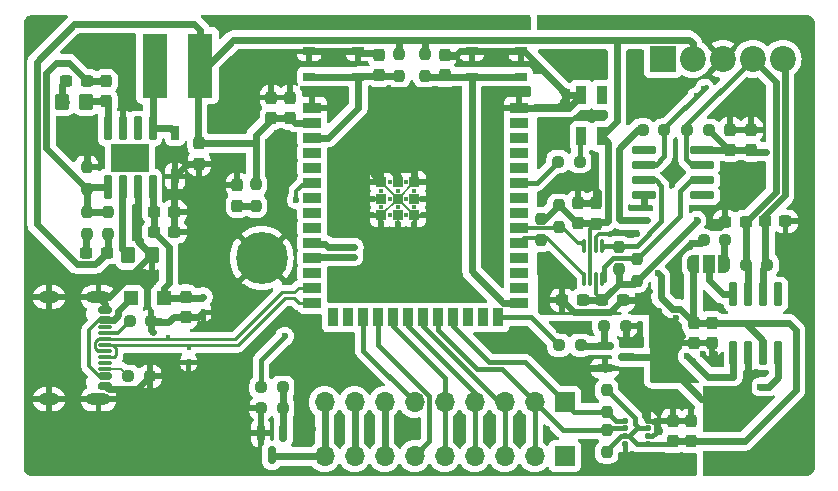
<source format=gtl>
G04 #@! TF.GenerationSoftware,KiCad,Pcbnew,8.0.5*
G04 #@! TF.CreationDate,2024-10-21T14:42:35+02:00*
G04 #@! TF.ProjectId,Master,4d617374-6572-42e6-9b69-6361645f7063,rev?*
G04 #@! TF.SameCoordinates,Original*
G04 #@! TF.FileFunction,Copper,L1,Top*
G04 #@! TF.FilePolarity,Positive*
%FSLAX46Y46*%
G04 Gerber Fmt 4.6, Leading zero omitted, Abs format (unit mm)*
G04 Created by KiCad (PCBNEW 8.0.5) date 2024-10-21 14:42:35*
%MOMM*%
%LPD*%
G01*
G04 APERTURE LIST*
G04 Aperture macros list*
%AMRoundRect*
0 Rectangle with rounded corners*
0 $1 Rounding radius*
0 $2 $3 $4 $5 $6 $7 $8 $9 X,Y pos of 4 corners*
0 Add a 4 corners polygon primitive as box body*
4,1,4,$2,$3,$4,$5,$6,$7,$8,$9,$2,$3,0*
0 Add four circle primitives for the rounded corners*
1,1,$1+$1,$2,$3*
1,1,$1+$1,$4,$5*
1,1,$1+$1,$6,$7*
1,1,$1+$1,$8,$9*
0 Add four rect primitives between the rounded corners*
20,1,$1+$1,$2,$3,$4,$5,0*
20,1,$1+$1,$4,$5,$6,$7,0*
20,1,$1+$1,$6,$7,$8,$9,0*
20,1,$1+$1,$8,$9,$2,$3,0*%
%AMFreePoly0*
4,1,19,0.550000,-0.750000,0.000000,-0.750000,0.000000,-0.744911,-0.071157,-0.744911,-0.207708,-0.704816,-0.327430,-0.627875,-0.420627,-0.520320,-0.479746,-0.390866,-0.500000,-0.250000,-0.500000,0.250000,-0.479746,0.390866,-0.420627,0.520320,-0.327430,0.627875,-0.207708,0.704816,-0.071157,0.744911,0.000000,0.744911,0.000000,0.750000,0.550000,0.750000,0.550000,-0.750000,0.550000,-0.750000,
$1*%
%AMFreePoly1*
4,1,19,0.000000,0.744911,0.071157,0.744911,0.207708,0.704816,0.327430,0.627875,0.420627,0.520320,0.479746,0.390866,0.500000,0.250000,0.500000,-0.250000,0.479746,-0.390866,0.420627,-0.520320,0.327430,-0.627875,0.207708,-0.704816,0.071157,-0.744911,0.000000,-0.744911,0.000000,-0.750000,-0.550000,-0.750000,-0.550000,0.750000,0.000000,0.750000,0.000000,0.744911,0.000000,0.744911,
$1*%
G04 Aperture macros list end*
G04 #@! TA.AperFunction,SMDPad,CuDef*
%ADD10RoundRect,0.237500X0.237500X-0.250000X0.237500X0.250000X-0.237500X0.250000X-0.237500X-0.250000X0*%
G04 #@! TD*
G04 #@! TA.AperFunction,SMDPad,CuDef*
%ADD11RoundRect,0.150000X-0.425000X0.150000X-0.425000X-0.150000X0.425000X-0.150000X0.425000X0.150000X0*%
G04 #@! TD*
G04 #@! TA.AperFunction,SMDPad,CuDef*
%ADD12RoundRect,0.075000X-0.500000X0.075000X-0.500000X-0.075000X0.500000X-0.075000X0.500000X0.075000X0*%
G04 #@! TD*
G04 #@! TA.AperFunction,ComponentPad*
%ADD13O,2.100000X1.000000*%
G04 #@! TD*
G04 #@! TA.AperFunction,ComponentPad*
%ADD14O,1.800000X1.000000*%
G04 #@! TD*
G04 #@! TA.AperFunction,SMDPad,CuDef*
%ADD15R,1.200000X1.200000*%
G04 #@! TD*
G04 #@! TA.AperFunction,SMDPad,CuDef*
%ADD16RoundRect,0.237500X-0.237500X0.300000X-0.237500X-0.300000X0.237500X-0.300000X0.237500X0.300000X0*%
G04 #@! TD*
G04 #@! TA.AperFunction,SMDPad,CuDef*
%ADD17RoundRect,0.237500X-0.237500X0.250000X-0.237500X-0.250000X0.237500X-0.250000X0.237500X0.250000X0*%
G04 #@! TD*
G04 #@! TA.AperFunction,SMDPad,CuDef*
%ADD18RoundRect,0.237500X0.237500X-0.300000X0.237500X0.300000X-0.237500X0.300000X-0.237500X-0.300000X0*%
G04 #@! TD*
G04 #@! TA.AperFunction,SMDPad,CuDef*
%ADD19RoundRect,0.150000X-0.150000X0.587500X-0.150000X-0.587500X0.150000X-0.587500X0.150000X0.587500X0*%
G04 #@! TD*
G04 #@! TA.AperFunction,SMDPad,CuDef*
%ADD20RoundRect,0.237500X-0.250000X-0.237500X0.250000X-0.237500X0.250000X0.237500X-0.250000X0.237500X0*%
G04 #@! TD*
G04 #@! TA.AperFunction,SMDPad,CuDef*
%ADD21RoundRect,0.237500X-0.237500X0.287500X-0.237500X-0.287500X0.237500X-0.287500X0.237500X0.287500X0*%
G04 #@! TD*
G04 #@! TA.AperFunction,SMDPad,CuDef*
%ADD22RoundRect,0.237500X0.300000X0.237500X-0.300000X0.237500X-0.300000X-0.237500X0.300000X-0.237500X0*%
G04 #@! TD*
G04 #@! TA.AperFunction,ComponentPad*
%ADD23C,0.700000*%
G04 #@! TD*
G04 #@! TA.AperFunction,ComponentPad*
%ADD24C,4.400000*%
G04 #@! TD*
G04 #@! TA.AperFunction,SMDPad,CuDef*
%ADD25RoundRect,0.237500X-0.300000X-0.237500X0.300000X-0.237500X0.300000X0.237500X-0.300000X0.237500X0*%
G04 #@! TD*
G04 #@! TA.AperFunction,SMDPad,CuDef*
%ADD26RoundRect,0.237500X0.250000X0.237500X-0.250000X0.237500X-0.250000X-0.237500X0.250000X-0.237500X0*%
G04 #@! TD*
G04 #@! TA.AperFunction,SMDPad,CuDef*
%ADD27RoundRect,0.250000X-0.350000X-0.450000X0.350000X-0.450000X0.350000X0.450000X-0.350000X0.450000X0*%
G04 #@! TD*
G04 #@! TA.AperFunction,SMDPad,CuDef*
%ADD28R,0.700000X1.200000*%
G04 #@! TD*
G04 #@! TA.AperFunction,SMDPad,CuDef*
%ADD29R,0.400000X0.480000*%
G04 #@! TD*
G04 #@! TA.AperFunction,SMDPad,CuDef*
%ADD30RoundRect,0.075000X0.225000X-0.910000X0.225000X0.910000X-0.225000X0.910000X-0.225000X-0.910000X0*%
G04 #@! TD*
G04 #@! TA.AperFunction,SMDPad,CuDef*
%ADD31RoundRect,0.033750X-0.101250X0.526250X-0.101250X-0.526250X0.101250X-0.526250X0.101250X0.526250X0*%
G04 #@! TD*
G04 #@! TA.AperFunction,SMDPad,CuDef*
%ADD32RoundRect,0.150000X-0.587500X-0.150000X0.587500X-0.150000X0.587500X0.150000X-0.587500X0.150000X0*%
G04 #@! TD*
G04 #@! TA.AperFunction,ComponentPad*
%ADD33R,1.700000X1.700000*%
G04 #@! TD*
G04 #@! TA.AperFunction,ComponentPad*
%ADD34O,1.700000X1.700000*%
G04 #@! TD*
G04 #@! TA.AperFunction,SMDPad,CuDef*
%ADD35R,0.850000X1.600000*%
G04 #@! TD*
G04 #@! TA.AperFunction,SMDPad,CuDef*
%ADD36RoundRect,0.075000X-0.910000X-0.225000X0.910000X-0.225000X0.910000X0.225000X-0.910000X0.225000X0*%
G04 #@! TD*
G04 #@! TA.AperFunction,SMDPad,CuDef*
%ADD37R,1.500000X0.900000*%
G04 #@! TD*
G04 #@! TA.AperFunction,SMDPad,CuDef*
%ADD38R,0.900000X1.500000*%
G04 #@! TD*
G04 #@! TA.AperFunction,SMDPad,CuDef*
%ADD39R,0.900000X0.900000*%
G04 #@! TD*
G04 #@! TA.AperFunction,ComponentPad*
%ADD40C,0.400000*%
G04 #@! TD*
G04 #@! TA.AperFunction,SMDPad,CuDef*
%ADD41R,1.050000X0.650000*%
G04 #@! TD*
G04 #@! TA.AperFunction,SMDPad,CuDef*
%ADD42RoundRect,0.075000X-0.225000X0.910000X-0.225000X-0.910000X0.225000X-0.910000X0.225000X0.910000X0*%
G04 #@! TD*
G04 #@! TA.AperFunction,SMDPad,CuDef*
%ADD43R,3.300000X2.410000*%
G04 #@! TD*
G04 #@! TA.AperFunction,SMDPad,CuDef*
%ADD44R,2.150000X5.500000*%
G04 #@! TD*
G04 #@! TA.AperFunction,ComponentPad*
%ADD45R,2.200000X2.200000*%
G04 #@! TD*
G04 #@! TA.AperFunction,ComponentPad*
%ADD46C,2.200000*%
G04 #@! TD*
G04 #@! TA.AperFunction,SMDPad,CuDef*
%ADD47FreePoly0,180.000000*%
G04 #@! TD*
G04 #@! TA.AperFunction,SMDPad,CuDef*
%ADD48R,1.000000X1.500000*%
G04 #@! TD*
G04 #@! TA.AperFunction,SMDPad,CuDef*
%ADD49FreePoly1,180.000000*%
G04 #@! TD*
G04 #@! TA.AperFunction,SMDPad,CuDef*
%ADD50RoundRect,0.056250X0.188750X0.168750X-0.188750X0.168750X-0.188750X-0.168750X0.188750X-0.168750X0*%
G04 #@! TD*
G04 #@! TA.AperFunction,SMDPad,CuDef*
%ADD51RoundRect,0.250000X0.350000X0.450000X-0.350000X0.450000X-0.350000X-0.450000X0.350000X-0.450000X0*%
G04 #@! TD*
G04 #@! TA.AperFunction,ViaPad*
%ADD52C,0.600000*%
G04 #@! TD*
G04 #@! TA.AperFunction,Conductor*
%ADD53C,0.600000*%
G04 #@! TD*
G04 #@! TA.AperFunction,Conductor*
%ADD54C,0.300000*%
G04 #@! TD*
G04 #@! TA.AperFunction,Conductor*
%ADD55C,0.400000*%
G04 #@! TD*
G04 #@! TA.AperFunction,Conductor*
%ADD56C,0.150000*%
G04 #@! TD*
G04 #@! TA.AperFunction,Conductor*
%ADD57C,0.304000*%
G04 #@! TD*
G04 #@! TA.AperFunction,Conductor*
%ADD58C,0.254000*%
G04 #@! TD*
G04 #@! TA.AperFunction,Conductor*
%ADD59C,0.200000*%
G04 #@! TD*
G04 APERTURE END LIST*
D10*
X55150000Y-44662500D03*
X55150000Y-42837500D03*
D11*
X42423796Y-53494000D03*
X42423796Y-54294000D03*
D12*
X42423796Y-55444000D03*
X42423796Y-56444000D03*
X42423796Y-56944000D03*
X42423796Y-57944000D03*
D11*
X42423796Y-59094000D03*
X42423796Y-59894000D03*
X42423796Y-59894000D03*
X42423796Y-59094000D03*
D12*
X42423796Y-58444000D03*
X42423796Y-57444000D03*
X42423796Y-55944000D03*
X42423796Y-54944000D03*
D11*
X42423796Y-54294000D03*
X42423796Y-53494000D03*
D13*
X41848796Y-52374000D03*
D14*
X37668796Y-52374000D03*
D13*
X41848796Y-61014000D03*
D14*
X37668796Y-61014000D03*
D15*
X47393796Y-52444000D03*
X44593796Y-52444000D03*
D16*
X49241796Y-52337500D03*
X49241796Y-54062500D03*
X92242000Y-54561500D03*
X92242000Y-56286500D03*
D10*
X40835000Y-43190500D03*
X40835000Y-41365500D03*
D17*
X84893000Y-60250000D03*
X84893000Y-62075000D03*
D18*
X97104000Y-39918500D03*
X97104000Y-38193500D03*
X58095000Y-37202500D03*
X58095000Y-35477500D03*
D19*
X57481500Y-63884500D03*
X55581500Y-63884500D03*
X56531500Y-65759500D03*
D20*
X93087500Y-47550000D03*
X94912500Y-47550000D03*
D21*
X53600000Y-42875000D03*
X53600000Y-44625000D03*
D22*
X96637500Y-45975000D03*
X94912500Y-45975000D03*
D10*
X87416000Y-51002500D03*
X87416000Y-49177500D03*
D18*
X56480000Y-37202500D03*
X56480000Y-35477500D03*
D23*
X57316000Y-49074000D03*
X56832726Y-50240726D03*
X56832726Y-47907274D03*
X55666000Y-50724000D03*
D24*
X55666000Y-49074000D03*
D23*
X55666000Y-47424000D03*
X54499274Y-50240726D03*
X54499274Y-47907274D03*
X54016000Y-49074000D03*
D17*
X67293000Y-31810500D03*
X67293000Y-33635500D03*
D25*
X81119000Y-52630000D03*
X82844000Y-52630000D03*
X84521500Y-52630000D03*
X86246500Y-52630000D03*
D20*
X84662500Y-54800000D03*
X86487500Y-54800000D03*
D10*
X85892000Y-49986500D03*
X85892000Y-48161500D03*
D16*
X50360000Y-39348000D03*
X50360000Y-41073000D03*
D26*
X89762500Y-38225000D03*
X87937500Y-38225000D03*
D27*
X44344732Y-48846943D03*
X46344732Y-48846943D03*
D28*
X48328000Y-42161000D03*
X48328000Y-38461000D03*
D16*
X83990000Y-44417500D03*
X83990000Y-46142500D03*
D18*
X90458000Y-64574000D03*
X90458000Y-62849000D03*
D29*
X49491796Y-57885000D03*
X49491796Y-56565000D03*
X50716796Y-53660000D03*
X50716796Y-52340000D03*
D30*
X95595000Y-57070000D03*
X96865000Y-57070000D03*
X98135000Y-57070000D03*
X99405000Y-57070000D03*
X99405000Y-52130000D03*
X98135000Y-52130000D03*
X96865000Y-52130000D03*
X95595000Y-52130000D03*
D20*
X80762500Y-40900000D03*
X82587500Y-40900000D03*
D18*
X71181000Y-33585500D03*
X71181000Y-31860500D03*
D16*
X82442797Y-44401500D03*
X82442797Y-46126500D03*
D10*
X84893000Y-65480500D03*
X84893000Y-63655500D03*
D17*
X42613000Y-45175500D03*
X42613000Y-47000500D03*
D20*
X55619000Y-59996000D03*
X57444000Y-59996000D03*
D31*
X84483000Y-48038500D03*
X83983000Y-48038500D03*
X83483000Y-48038500D03*
X82983000Y-48038500D03*
X82983000Y-50848500D03*
X83483000Y-50848500D03*
X83983000Y-50848500D03*
X84483000Y-50848500D03*
D32*
X84700000Y-56500000D03*
X84700000Y-58400000D03*
X86575000Y-57450000D03*
D26*
X57444000Y-61774000D03*
X55619000Y-61774000D03*
D18*
X95326000Y-39918500D03*
X95326000Y-38193500D03*
D20*
X44379296Y-59075000D03*
X46204296Y-59075000D03*
D17*
X40835000Y-45175500D03*
X40835000Y-47000500D03*
X80812000Y-44605500D03*
X80812000Y-46430500D03*
D18*
X42500035Y-35801455D03*
X42500035Y-34076455D03*
X65593000Y-33573000D03*
X65593000Y-31848000D03*
D16*
X93766000Y-54561500D03*
X93766000Y-56286500D03*
D25*
X98287500Y-45950000D03*
X100012500Y-45950000D03*
D33*
X81320000Y-65838000D03*
D34*
X78780000Y-65838000D03*
X76240000Y-65838000D03*
X73700000Y-65838000D03*
X71160000Y-65838000D03*
X68620000Y-65838000D03*
X66080000Y-65838000D03*
X63540000Y-65838000D03*
X61000000Y-65838000D03*
D20*
X91712500Y-38250000D03*
X93537500Y-38250000D03*
D35*
X84481000Y-35273000D03*
X82731000Y-35273000D03*
X82731000Y-38773000D03*
X84481000Y-38773000D03*
D25*
X39112500Y-34047000D03*
X40837500Y-34047000D03*
X40825271Y-48613035D03*
X42550271Y-48613035D03*
D36*
X88030000Y-39945000D03*
X88030000Y-41215000D03*
X88030000Y-42485000D03*
X88030000Y-43755000D03*
X92970000Y-43755000D03*
X92970000Y-42485000D03*
X92970000Y-41215000D03*
X92970000Y-39945000D03*
D17*
X69459000Y-31810500D03*
X69459000Y-33635500D03*
D20*
X44483796Y-54434000D03*
X46308796Y-54434000D03*
D37*
X59945000Y-36340000D03*
X59945000Y-37610000D03*
X59945000Y-38880000D03*
X59945000Y-40150000D03*
X59945000Y-41420000D03*
X59945000Y-42690000D03*
X59945000Y-43960000D03*
X59945000Y-45230000D03*
X59945000Y-46500000D03*
X59945000Y-47770000D03*
X59945000Y-49040000D03*
X59945000Y-50310000D03*
X59945000Y-51580000D03*
X59945000Y-52850000D03*
D38*
X61710000Y-54100000D03*
X62980000Y-54100000D03*
X64250000Y-54100000D03*
X65520000Y-54100000D03*
X66790000Y-54100000D03*
X68060000Y-54100000D03*
X69330000Y-54100000D03*
X70600000Y-54100000D03*
X71870000Y-54100000D03*
X73140000Y-54100000D03*
X74410000Y-54100000D03*
X75680000Y-54100000D03*
D37*
X77445000Y-52850000D03*
X77445000Y-51580000D03*
X77445000Y-50310000D03*
X77445000Y-49040000D03*
X77445000Y-47770000D03*
X77445000Y-46500000D03*
X77445000Y-45230000D03*
X77445000Y-43960000D03*
X77445000Y-42690000D03*
X77445000Y-41420000D03*
X77445000Y-40150000D03*
X77445000Y-38880000D03*
X77445000Y-37610000D03*
X77445000Y-36340000D03*
D39*
X65795000Y-42660000D03*
X67195000Y-42660000D03*
X68595000Y-42660000D03*
X65795000Y-44060000D03*
X67195000Y-44060000D03*
X68595000Y-44060000D03*
X65795000Y-45460000D03*
X67195000Y-45460000D03*
X68595000Y-45460000D03*
D40*
X66495000Y-42660000D03*
X67895000Y-42660000D03*
X65795000Y-43360000D03*
X67195000Y-43360000D03*
X68595000Y-43360000D03*
X66495000Y-44060000D03*
X67895000Y-44060000D03*
X65795000Y-44760000D03*
X67195000Y-44760000D03*
X68595000Y-44760000D03*
X66495000Y-45460000D03*
X67895000Y-45460000D03*
D29*
X47766796Y-54502500D03*
X47766796Y-55822500D03*
D41*
X73446000Y-31548000D03*
X77596000Y-31548000D03*
X73446000Y-33698000D03*
X77596000Y-33698000D03*
D17*
X79288000Y-45725000D03*
X79288000Y-47550000D03*
D20*
X80836500Y-56434000D03*
X82661500Y-56434000D03*
D41*
X59696000Y-31548000D03*
X63846000Y-31548000D03*
X59696000Y-33698000D03*
X63846000Y-33698000D03*
D33*
X81320000Y-61266000D03*
D34*
X78780000Y-61266000D03*
X76240000Y-61266000D03*
X73700000Y-61266000D03*
X71160000Y-61266000D03*
X68620000Y-61266000D03*
X66080000Y-61266000D03*
X63540000Y-61266000D03*
X61000000Y-61266000D03*
D42*
X46423000Y-38090000D03*
X45153000Y-38090000D03*
X43883000Y-38090000D03*
X42613000Y-38090000D03*
X42613000Y-43040000D03*
X43883000Y-43040000D03*
X45153000Y-43040000D03*
X46423000Y-43040000D03*
D43*
X44518000Y-40565000D03*
D20*
X96662500Y-49650000D03*
X98487500Y-49650000D03*
D44*
X46625000Y-32775000D03*
X50475000Y-32775000D03*
D45*
X89620000Y-32200000D03*
D46*
X92160000Y-32200000D03*
X94700000Y-32200000D03*
X97240000Y-32200000D03*
X99780000Y-32200000D03*
D25*
X46550000Y-45159000D03*
X48275000Y-45159000D03*
D47*
X94820500Y-49590000D03*
D48*
X93520500Y-49590000D03*
D49*
X92220500Y-49590000D03*
D25*
X46550000Y-46850000D03*
X48275000Y-46850000D03*
D50*
X86440000Y-64778500D03*
X86440000Y-64128500D03*
X86440000Y-63478500D03*
X86440000Y-62828500D03*
X88380000Y-62828500D03*
X88380000Y-63478500D03*
X88380000Y-64128500D03*
X88380000Y-64778500D03*
D18*
X92005000Y-64568000D03*
X92005000Y-62843000D03*
D51*
X40784231Y-35824832D03*
X38784231Y-35824832D03*
D52*
X87900000Y-38275000D03*
X47792000Y-48250000D03*
X92496000Y-45850000D03*
X47792000Y-48880000D03*
X47792000Y-49530000D03*
X88330000Y-45850000D03*
X47792000Y-50220000D03*
X98375000Y-40050000D03*
X56936000Y-45772000D03*
X60746000Y-57964000D03*
X72430000Y-29262000D03*
X53888000Y-51741000D03*
X37886000Y-50090000D03*
X88703000Y-65838000D03*
X36362000Y-30024000D03*
X49207000Y-41282000D03*
X80812000Y-55170000D03*
X43220000Y-65584000D03*
X57190000Y-45137000D03*
X87993000Y-61705500D03*
X41650000Y-32225000D03*
X71160000Y-37898000D03*
X86400000Y-66092000D03*
X73192000Y-29262000D03*
X79796000Y-63552000D03*
X66080000Y-51360000D03*
X40426000Y-65584000D03*
X77764000Y-63552000D03*
X86500000Y-56375000D03*
X61600000Y-35700000D03*
X42375000Y-32225000D03*
X41950000Y-63044000D03*
X88432000Y-61266000D03*
X64810000Y-63552000D03*
X53888000Y-52630000D03*
X50840000Y-43232000D03*
X50840000Y-48566000D03*
X50078000Y-43232000D03*
X64556000Y-29262000D03*
X65925000Y-41550000D03*
X83360000Y-65840000D03*
X69382000Y-38914000D03*
X82300000Y-58350000D03*
X46500000Y-55315000D03*
X54523000Y-52122000D03*
X59984000Y-63552000D03*
X57571000Y-46026000D03*
X50314296Y-54062500D03*
X68366000Y-37644000D03*
X64048000Y-51360000D03*
X54650000Y-29262000D03*
X74970000Y-63552000D03*
X38394000Y-64314000D03*
X48275000Y-43150000D03*
X66625000Y-41575000D03*
X59984000Y-57964000D03*
X65150000Y-41550000D03*
X36616000Y-49328000D03*
X50173796Y-59234000D03*
X57190000Y-32056000D03*
X40850000Y-39875000D03*
X53888000Y-58472000D03*
X78526000Y-56948000D03*
X41696000Y-31040000D03*
X72430000Y-63552000D03*
X53888000Y-59488000D03*
X44900000Y-60193999D03*
X68620000Y-51360000D03*
X53126000Y-35104000D03*
X61590000Y-36450000D03*
X39050000Y-38300000D03*
X54396000Y-32056000D03*
X48649796Y-59996000D03*
X62270000Y-63552000D03*
X58968000Y-29262000D03*
X48275000Y-44025000D03*
X81574000Y-55170000D03*
X36616000Y-50598000D03*
X68112000Y-63552000D03*
X64750000Y-31700000D03*
X53634000Y-29262000D03*
X39900000Y-38300000D03*
X72075000Y-31925000D03*
X71668000Y-51360000D03*
X77764000Y-56694000D03*
X50840000Y-47804000D03*
X89448000Y-51106000D03*
X50950000Y-34850000D03*
X50975000Y-33750000D03*
X85020000Y-43994000D03*
X89448000Y-51995000D03*
X85020000Y-43192000D03*
X85006000Y-44970000D03*
X89199936Y-50349936D03*
X97875000Y-59975000D03*
X63475000Y-48950000D03*
X98575000Y-59975000D03*
X62585997Y-48950000D03*
X62606358Y-48150000D03*
X63500000Y-48150000D03*
X92150000Y-57825000D03*
X91700000Y-57375000D03*
X89321000Y-53519000D03*
X91480000Y-34342000D03*
X91250000Y-55700000D03*
X90972000Y-51614000D03*
X87416000Y-47042000D03*
X83860000Y-32564000D03*
X90718000Y-41454000D03*
X93004000Y-57202000D03*
X94782000Y-62028000D03*
X80558000Y-38406000D03*
X82590000Y-42978000D03*
X90420000Y-42900000D03*
X93766000Y-52884000D03*
X101132000Y-62282000D03*
X88432000Y-51868000D03*
X93766000Y-62028000D03*
X96052000Y-67108000D03*
X82336000Y-29262000D03*
X92115000Y-47804000D03*
X87416000Y-33072000D03*
X87416000Y-36374000D03*
X90718000Y-54154000D03*
X82590000Y-33072000D03*
X88075000Y-44775000D03*
X101767000Y-40311000D03*
X83606000Y-42978000D03*
X93680000Y-46410000D03*
X87416000Y-34596000D03*
X83098000Y-42216000D03*
X101894000Y-38533000D03*
X96179000Y-35358000D03*
X81066000Y-39168000D03*
X86654000Y-29262000D03*
X82590000Y-32056000D03*
X80304000Y-39168000D03*
X97068000Y-35358000D03*
X94020000Y-57202000D03*
X96052000Y-66346000D03*
X90718000Y-50217000D03*
X58587000Y-44125000D03*
X57612500Y-55687500D03*
X93131000Y-34723000D03*
X92496000Y-35358000D03*
D53*
X85892000Y-51259500D02*
X85892000Y-49986500D01*
X92496000Y-45922500D02*
X87159000Y-51259500D01*
X85877500Y-39797500D02*
X87450000Y-38225000D01*
X46423000Y-45032000D02*
X46550000Y-45159000D01*
X47792000Y-50220000D02*
X47792000Y-49530000D01*
X47810000Y-50238000D02*
X47792000Y-50220000D01*
D54*
X83983000Y-50848500D02*
X83983000Y-52091500D01*
D53*
X85496500Y-51655000D02*
X85892000Y-51259500D01*
D54*
X83983000Y-52091500D02*
X84521500Y-52630000D01*
D53*
X98375000Y-40050000D02*
X97235500Y-40050000D01*
X88330000Y-45850000D02*
X85970000Y-45850000D01*
X47393796Y-52444000D02*
X47079296Y-52129500D01*
X47393796Y-51616204D02*
X47810000Y-51200000D01*
X92496000Y-45850000D02*
X92496000Y-45922500D01*
X87450000Y-38225000D02*
X87937500Y-38225000D01*
X92970000Y-39945000D02*
X94775000Y-39945000D01*
X50612796Y-52444000D02*
X50716796Y-52340000D01*
X94775000Y-39487500D02*
X93537500Y-38250000D01*
D54*
X84521500Y-52503000D02*
X84530451Y-52503000D01*
D53*
X85496500Y-51655000D02*
X84521500Y-52630000D01*
X47792000Y-48880000D02*
X47792000Y-48250000D01*
X47810000Y-51200000D02*
X47810000Y-50238000D01*
X46423000Y-43040000D02*
X46423000Y-45032000D01*
X85877500Y-45757500D02*
X85877500Y-39797500D01*
X47393796Y-52444000D02*
X47393796Y-51616204D01*
X47792000Y-48092000D02*
X46550000Y-46850000D01*
X47393796Y-52444000D02*
X50612796Y-52444000D01*
X84521500Y-52630000D02*
X82844000Y-52630000D01*
X47792000Y-48250000D02*
X47792000Y-48092000D01*
X85970000Y-45850000D02*
X85877500Y-45757500D01*
X87159000Y-51259500D02*
X85892000Y-51259500D01*
X94775000Y-39945000D02*
X94775000Y-39487500D01*
X94775000Y-39945000D02*
X97077500Y-39945000D01*
X47792000Y-49530000D02*
X47792000Y-48880000D01*
X46550000Y-45159000D02*
X46550000Y-46850000D01*
X97077500Y-39945000D02*
X97104000Y-39918500D01*
X97235500Y-40050000D02*
X97104000Y-39918500D01*
X63540000Y-65838000D02*
X63540000Y-61266000D01*
X50360000Y-41073000D02*
X49416000Y-41073000D01*
X81664000Y-36340000D02*
X82731000Y-35273000D01*
X42423796Y-53494000D02*
X42423796Y-52949000D01*
D55*
X89025000Y-63837794D02*
X89025000Y-63119206D01*
D56*
X67195000Y-44031752D02*
X68566752Y-42660000D01*
D53*
X46065500Y-48515500D02*
X45153000Y-47603000D01*
D55*
X43883000Y-33733000D02*
X42375000Y-32225000D01*
D53*
X48275000Y-43150000D02*
X48275000Y-42214000D01*
X47766796Y-54502500D02*
X46377296Y-54502500D01*
X84700000Y-58400000D02*
X84725000Y-58425000D01*
D56*
X65795000Y-45455000D02*
X65795000Y-45460000D01*
X67190000Y-44060000D02*
X65795000Y-45455000D01*
D53*
X63998000Y-31700000D02*
X63846000Y-31548000D01*
X77873000Y-31548000D02*
X81598000Y-35273000D01*
X42423796Y-59894000D02*
X42723795Y-60193999D01*
X84650000Y-58350000D02*
X84700000Y-58400000D01*
X46377296Y-54502500D02*
X46308796Y-54434000D01*
X42423796Y-52949000D02*
X41848796Y-52374000D01*
X72452000Y-31548000D02*
X72075000Y-31925000D01*
X48275000Y-46850000D02*
X48275000Y-45159000D01*
X40850000Y-41350500D02*
X40835000Y-41365500D01*
X65150000Y-42015000D02*
X65795000Y-42660000D01*
D55*
X91990500Y-62828500D02*
X92005000Y-62843000D01*
X88734294Y-64128500D02*
X89025000Y-63837794D01*
D53*
X49241796Y-54062500D02*
X50314296Y-54062500D01*
X46308796Y-55123796D02*
X46500000Y-55315000D01*
X49416000Y-41073000D02*
X49207000Y-41282000D01*
X59696000Y-31548000D02*
X63846000Y-31548000D01*
D55*
X90464000Y-62843000D02*
X90458000Y-62849000D01*
D53*
X46065500Y-49034500D02*
X46065500Y-48515500D01*
X41848796Y-52374000D02*
X42726000Y-52374000D01*
X66625000Y-41575000D02*
X67195000Y-42145000D01*
X50716796Y-53660000D02*
X50314296Y-54062500D01*
X67195000Y-42145000D02*
X67195000Y-42660000D01*
X65445000Y-31700000D02*
X65593000Y-31848000D01*
D55*
X43883000Y-38090000D02*
X43883000Y-33733000D01*
D53*
X42723795Y-60193999D02*
X44900000Y-60193999D01*
D55*
X87993000Y-61705500D02*
X87993000Y-62441500D01*
D53*
X40850000Y-39875000D02*
X40850000Y-41350500D01*
D55*
X92005000Y-62843000D02*
X90464000Y-62843000D01*
X86400000Y-66092000D02*
X86400000Y-64818500D01*
D56*
X68566752Y-42660000D02*
X68595000Y-42660000D01*
D55*
X86400000Y-64818500D02*
X86440000Y-64778500D01*
D53*
X73446000Y-31548000D02*
X72452000Y-31548000D01*
D56*
X67195000Y-44060000D02*
X67195000Y-44031752D01*
D53*
X48275000Y-45159000D02*
X48275000Y-44025000D01*
D56*
X67195000Y-44060000D02*
X65795000Y-42660000D01*
D55*
X88380000Y-64128500D02*
X88734294Y-64128500D01*
D53*
X46308796Y-54434000D02*
X46308796Y-55123796D01*
X64750000Y-31700000D02*
X65445000Y-31700000D01*
D56*
X67195000Y-44060000D02*
X68595000Y-45460000D01*
D53*
X64750000Y-31700000D02*
X63998000Y-31700000D01*
X65150000Y-41550000D02*
X65150000Y-42015000D01*
X86500000Y-56375000D02*
X86500000Y-54812500D01*
X68535000Y-41550000D02*
X68595000Y-41610000D01*
D56*
X67195000Y-44060000D02*
X67190000Y-44060000D01*
D55*
X88380000Y-62828500D02*
X91990500Y-62828500D01*
X87993000Y-62441500D02*
X88380000Y-62828500D01*
D53*
X77445000Y-36340000D02*
X81664000Y-36340000D01*
D55*
X89025000Y-63119206D02*
X88734294Y-62828500D01*
D53*
X49207000Y-41282000D02*
X48328000Y-42161000D01*
X48275000Y-44025000D02*
X48275000Y-43150000D01*
X86500000Y-54812500D02*
X86487500Y-54800000D01*
X65925000Y-41550000D02*
X68535000Y-41550000D01*
X48206796Y-54062500D02*
X47766796Y-54502500D01*
D55*
X88734294Y-62828500D02*
X88380000Y-62828500D01*
D53*
X68595000Y-41610000D02*
X68595000Y-42660000D01*
X41848796Y-52374000D02*
X42677796Y-52374000D01*
X44900000Y-60193999D02*
X45085297Y-60193999D01*
X45153000Y-47603000D02*
X45153000Y-43040000D01*
X77596000Y-31548000D02*
X73446000Y-31548000D01*
X45085297Y-60193999D02*
X46204296Y-59075000D01*
X72075000Y-31925000D02*
X71245500Y-31925000D01*
X82300000Y-58350000D02*
X84650000Y-58350000D01*
X81598000Y-35273000D02*
X82731000Y-35273000D01*
X71245500Y-31925000D02*
X71181000Y-31860500D01*
X42726000Y-52374000D02*
X46065500Y-49034500D01*
X48275000Y-42214000D02*
X48328000Y-42161000D01*
X49241796Y-54062500D02*
X48206796Y-54062500D01*
X77596000Y-31548000D02*
X77873000Y-31548000D01*
X40985500Y-43040000D02*
X40835000Y-43190500D01*
X42613000Y-43040000D02*
X40985500Y-43040000D01*
X37416000Y-33384000D02*
X38236000Y-32564000D01*
X37416000Y-39771500D02*
X37416000Y-33384000D01*
X38236000Y-32564000D02*
X39354500Y-32564000D01*
X39354500Y-32564000D02*
X40837500Y-34047000D01*
X40837500Y-34047000D02*
X42470580Y-34047000D01*
X40835000Y-43190500D02*
X40835000Y-45175500D01*
X40835000Y-43190500D02*
X37416000Y-39771500D01*
X42470580Y-34047000D02*
X42500035Y-34076455D01*
X40835000Y-45175500D02*
X42613000Y-45175500D01*
X42613000Y-38090000D02*
X42613000Y-35914420D01*
X40911045Y-35801455D02*
X40887500Y-35825000D01*
X42613000Y-35914420D02*
X42500035Y-35801455D01*
X42500035Y-35801455D02*
X40911045Y-35801455D01*
X39062500Y-35825000D02*
X38784231Y-35546731D01*
X38784231Y-34375269D02*
X39112500Y-34047000D01*
X38784231Y-35546731D02*
X38784231Y-34375269D01*
D55*
X87272000Y-63077028D02*
X87272000Y-62629000D01*
D53*
X42613000Y-47000500D02*
X42613000Y-48550306D01*
X90426000Y-53354000D02*
X91049371Y-53354000D01*
X67293000Y-30768000D02*
X67125000Y-30600000D01*
X84481000Y-38773000D02*
X85750000Y-37504000D01*
X98135000Y-57070000D02*
X98135000Y-56085001D01*
D55*
X86440000Y-64128500D02*
X86794294Y-64128500D01*
D53*
X50253000Y-39241000D02*
X50360000Y-39348000D01*
X96637500Y-54587500D02*
X100287500Y-54587500D01*
D55*
X86794294Y-64128500D02*
X87266397Y-63656397D01*
D53*
X79288000Y-45725000D02*
X79692500Y-45725000D01*
X89448000Y-51995000D02*
X89448000Y-52376000D01*
X69525000Y-30600000D02*
X85750000Y-30600000D01*
X55158000Y-39600000D02*
X55158000Y-42829500D01*
X69459000Y-31810500D02*
X69459000Y-30666000D01*
X66080000Y-61266000D02*
X66080000Y-65838000D01*
X69459000Y-30666000D02*
X69525000Y-30600000D01*
X58095000Y-37202500D02*
X56612000Y-37202500D01*
D55*
X90251500Y-64780500D02*
X90458000Y-64574000D01*
D53*
X50253000Y-30753000D02*
X50253000Y-33615000D01*
X50360000Y-39348000D02*
X54906000Y-39348000D01*
X90464000Y-64568000D02*
X90458000Y-64574000D01*
X55158000Y-42829500D02*
X55150000Y-42837500D01*
X41575271Y-49588035D02*
X40013035Y-49588035D01*
D55*
X87444294Y-64778500D02*
X86794294Y-64128500D01*
D53*
X92220500Y-49590000D02*
X92220500Y-54540000D01*
D54*
X83483000Y-46630500D02*
X83987000Y-46126500D01*
D53*
X49958019Y-29250000D02*
X50475000Y-29766981D01*
D55*
X84893000Y-65313000D02*
X84893000Y-65480500D01*
D53*
X79692500Y-45725000D02*
X80812000Y-44605500D01*
X67293000Y-31810500D02*
X67293000Y-30768000D01*
X54906000Y-39348000D02*
X55158000Y-39600000D01*
D55*
X87266397Y-63656397D02*
X87444294Y-63478500D01*
D53*
X39800000Y-29250000D02*
X49958019Y-29250000D01*
X96551000Y-64574000D02*
X90458000Y-64574000D01*
D55*
X87272000Y-62629000D02*
X84893000Y-60250000D01*
D53*
X91875000Y-30600000D02*
X92160000Y-30885000D01*
X50253000Y-33615000D02*
X50253000Y-39241000D01*
X84481000Y-38773000D02*
X85020000Y-39312000D01*
X50475000Y-29766981D02*
X50475000Y-32775000D01*
X67125000Y-30600000D02*
X69525000Y-30600000D01*
X40013035Y-49588035D02*
X36616000Y-46191000D01*
X89448000Y-50598000D02*
X89448000Y-51106000D01*
X85006000Y-44970000D02*
X85006000Y-45896000D01*
X56612000Y-37202500D02*
X55158000Y-38656500D01*
X85020000Y-39312000D02*
X85020000Y-44956000D01*
X85750000Y-30600000D02*
X87000000Y-30600000D01*
D55*
X90458000Y-64574000D02*
X90253500Y-64778500D01*
D53*
X50253000Y-33615000D02*
X53268000Y-30600000D01*
X91518000Y-53837500D02*
X92268000Y-54587500D01*
X92268000Y-54587500D02*
X96637500Y-54587500D01*
D55*
X87444294Y-63478500D02*
X88380000Y-63478500D01*
D53*
X91049371Y-53354000D02*
X91518000Y-53822629D01*
X36616000Y-46191000D02*
X36616000Y-32434000D01*
X82333000Y-46126500D02*
X80812000Y-44605500D01*
X84876000Y-46026000D02*
X84087500Y-46026000D01*
X89199936Y-50349936D02*
X89448000Y-50598000D01*
X87000000Y-30600000D02*
X91875000Y-30600000D01*
X98135000Y-56085001D02*
X96637500Y-54587500D01*
X91518000Y-53822629D02*
X91518000Y-53837500D01*
X59945000Y-37610000D02*
X58502500Y-37610000D01*
D55*
X87444294Y-63249322D02*
X87444294Y-63478500D01*
D53*
X89448000Y-52376000D02*
X90426000Y-53354000D01*
X100878000Y-55178000D02*
X100878000Y-60247000D01*
X85006000Y-45896000D02*
X84876000Y-46026000D01*
X55158000Y-38656500D02*
X55158000Y-41600000D01*
X85020000Y-44956000D02*
X85006000Y-44970000D01*
D54*
X83483000Y-48038500D02*
X83483000Y-50848500D01*
D53*
X92160000Y-30885000D02*
X92160000Y-32200000D01*
X82442797Y-46126500D02*
X82333000Y-46126500D01*
D55*
X88380000Y-64778500D02*
X87444294Y-64778500D01*
D53*
X53268000Y-30600000D02*
X67125000Y-30600000D01*
D55*
X86077500Y-64128500D02*
X84893000Y-65313000D01*
X90253500Y-64778500D02*
X88380000Y-64778500D01*
D53*
X100878000Y-60247000D02*
X96551000Y-64574000D01*
X58502500Y-37610000D02*
X58095000Y-37202500D01*
D54*
X83483000Y-48038500D02*
X83483000Y-46630500D01*
D53*
X89448000Y-51106000D02*
X89448000Y-51995000D01*
X100287500Y-54587500D02*
X100878000Y-55178000D01*
X83987000Y-46126500D02*
X82336000Y-46126500D01*
D55*
X87444294Y-63249322D02*
X87272000Y-63077028D01*
D53*
X42613000Y-48550306D02*
X42550271Y-48613035D01*
X85750000Y-37504000D02*
X85750000Y-30600000D01*
X84087500Y-46026000D02*
X83987000Y-46126500D01*
X92220500Y-54540000D02*
X92242000Y-54561500D01*
X42550271Y-48613035D02*
X41575271Y-49588035D01*
X36616000Y-32434000D02*
X39800000Y-29250000D01*
D55*
X86440000Y-64128500D02*
X86077500Y-64128500D01*
D57*
X65655500Y-33635500D02*
X65593000Y-33573000D01*
D53*
X61295000Y-38880000D02*
X63846000Y-36329000D01*
X59696000Y-33698000D02*
X63846000Y-33698000D01*
X67293000Y-33635500D02*
X63908500Y-33635500D01*
X59945000Y-38880000D02*
X61295000Y-38880000D01*
D57*
X63971000Y-33573000D02*
X63846000Y-33698000D01*
D53*
X63846000Y-36329000D02*
X63846000Y-33698000D01*
X63908500Y-33635500D02*
X63846000Y-33698000D01*
D57*
X71131000Y-33635500D02*
X71181000Y-33585500D01*
D53*
X69521500Y-33698000D02*
X69459000Y-33635500D01*
X73446000Y-33698000D02*
X77596000Y-33698000D01*
X77445000Y-52850000D02*
X76095000Y-52850000D01*
D57*
X71293500Y-33698000D02*
X71181000Y-33585500D01*
D53*
X73446000Y-33698000D02*
X69521500Y-33698000D01*
X73446000Y-50201000D02*
X73446000Y-33698000D01*
X76095000Y-52850000D02*
X73446000Y-50201000D01*
D55*
X77533500Y-33635500D02*
X77596000Y-33698000D01*
D53*
X40825271Y-48613035D02*
X40825271Y-47010229D01*
X40825271Y-47010229D02*
X40835000Y-47000500D01*
D54*
X41044796Y-55144880D02*
X41895676Y-54294000D01*
X42423796Y-59094000D02*
X41895676Y-59094000D01*
D53*
X42423796Y-54294000D02*
X43122190Y-54294000D01*
D54*
X41895676Y-54294000D02*
X42423796Y-54294000D01*
D53*
X43122190Y-54294000D02*
X43498796Y-53917394D01*
D54*
X41895676Y-59094000D02*
X41044796Y-58243120D01*
D53*
X43498796Y-53917394D02*
X43498796Y-53539000D01*
X43498796Y-53539000D02*
X44593796Y-52444000D01*
D54*
X41044796Y-58243120D02*
X41044796Y-55144880D01*
D58*
X43325796Y-56700408D02*
X43325796Y-57291000D01*
X43325796Y-57291000D02*
X43172796Y-57444000D01*
X43172796Y-57444000D02*
X42423796Y-57444000D01*
X53635382Y-56446000D02*
X57614382Y-52467000D01*
X58819999Y-52850000D02*
X59945000Y-52850000D01*
X58436999Y-52467000D02*
X58819999Y-52850000D01*
X42584000Y-56446000D02*
X53635382Y-56446000D01*
X43069388Y-56444000D02*
X43325796Y-56700408D01*
X57614382Y-52467000D02*
X58436999Y-52467000D01*
X42423796Y-56444000D02*
X42425796Y-56446000D01*
X42423796Y-56444000D02*
X43069388Y-56444000D01*
X42423796Y-55944000D02*
X41778204Y-55944000D01*
X41778204Y-56944000D02*
X42423796Y-56944000D01*
X42584000Y-55942000D02*
X53426618Y-55942000D01*
X53426618Y-55942000D02*
X57405618Y-51963000D01*
X41521796Y-56687592D02*
X41778204Y-56944000D01*
X58819999Y-51580000D02*
X59945000Y-51580000D01*
X41778204Y-55944000D02*
X41521796Y-56200408D01*
X42423796Y-55944000D02*
X42425796Y-55942000D01*
X41521796Y-56200408D02*
X41521796Y-56687592D01*
X58436999Y-51963000D02*
X58819999Y-51580000D01*
X57405618Y-51963000D02*
X58436999Y-51963000D01*
D53*
X53637500Y-44662500D02*
X53600000Y-44625000D01*
X55150000Y-44662500D02*
X53637500Y-44662500D01*
D55*
X82587500Y-38916500D02*
X82731000Y-38773000D01*
X82587500Y-40900000D02*
X82587500Y-38916500D01*
D53*
X46423000Y-38090000D02*
X47957000Y-38090000D01*
X47957000Y-38090000D02*
X48328000Y-38461000D01*
X46423000Y-38090000D02*
X46423000Y-33635000D01*
X46423000Y-33635000D02*
X46403000Y-33615000D01*
D59*
X43748296Y-58444000D02*
X44379296Y-59075000D01*
X42423796Y-58444000D02*
X43748296Y-58444000D01*
D54*
X43473796Y-55444000D02*
X44483796Y-54434000D01*
X42423796Y-55444000D02*
X43473796Y-55444000D01*
D55*
X73700000Y-61266000D02*
X73700000Y-65838000D01*
X73700000Y-60470000D02*
X73700000Y-61266000D01*
X68060000Y-54100000D02*
X68060000Y-54830000D01*
X68060000Y-54830000D02*
X73700000Y-60470000D01*
X65520000Y-54100000D02*
X65520000Y-56398233D01*
X69870000Y-60748233D02*
X69870000Y-64588000D01*
X65520000Y-56398233D02*
X69870000Y-60748233D01*
X69870000Y-64588000D02*
X68620000Y-65838000D01*
X69330000Y-54830000D02*
X75766000Y-61266000D01*
X75766000Y-61266000D02*
X76240000Y-61266000D01*
X76240000Y-65838000D02*
X76240000Y-61266000D01*
X69330000Y-54100000D02*
X69330000Y-54830000D01*
X82129000Y-62075000D02*
X81320000Y-61266000D01*
X74915000Y-57875000D02*
X77929000Y-57875000D01*
X84893000Y-62075000D02*
X82129000Y-62075000D01*
X71870000Y-54830000D02*
X74915000Y-57875000D01*
X77929000Y-57875000D02*
X81320000Y-61266000D01*
X85646500Y-62828500D02*
X84893000Y-62075000D01*
X86440000Y-62828500D02*
X85646500Y-62828500D01*
X71870000Y-54100000D02*
X71870000Y-54830000D01*
X66790000Y-54830000D02*
X66790000Y-54100000D01*
X71160000Y-61266000D02*
X71160000Y-59200000D01*
X71160000Y-59200000D02*
X66790000Y-54830000D01*
X71160000Y-65838000D02*
X71160000Y-61266000D01*
X75989000Y-58475000D02*
X78780000Y-61266000D01*
X73925000Y-58475000D02*
X75989000Y-58475000D01*
X70600000Y-55150000D02*
X73925000Y-58475000D01*
X81169500Y-63655500D02*
X84893000Y-63655500D01*
X84893000Y-63655500D02*
X85070000Y-63478500D01*
X70600000Y-54100000D02*
X70600000Y-55150000D01*
X85070000Y-63478500D02*
X86440000Y-63478500D01*
X78780000Y-61266000D02*
X78780000Y-65838000D01*
X78780000Y-61266000D02*
X81169500Y-63655500D01*
X68620000Y-61266000D02*
X64250000Y-56896000D01*
X64250000Y-56896000D02*
X64250000Y-54100000D01*
X77445000Y-42690000D02*
X78972500Y-42690000D01*
X78972500Y-42690000D02*
X80762500Y-40900000D01*
D54*
X79843000Y-47343000D02*
X77872000Y-47343000D01*
X82983000Y-50483000D02*
X79843000Y-47343000D01*
X77872000Y-47343000D02*
X77445000Y-47770000D01*
X82983000Y-50848500D02*
X82983000Y-50483000D01*
X82983000Y-48038500D02*
X82748500Y-47804000D01*
X82439500Y-47804000D02*
X80812000Y-46176500D01*
X82748500Y-47804000D02*
X82439500Y-47804000D01*
X80426000Y-46562500D02*
X77507500Y-46562500D01*
X80812000Y-46176500D02*
X80426000Y-46562500D01*
X77507500Y-46562500D02*
X77445000Y-46500000D01*
D53*
X44240500Y-48628000D02*
X43875000Y-48262500D01*
X43875000Y-43048000D02*
X43883000Y-43040000D01*
X43875000Y-48262500D02*
X43875000Y-43048000D01*
D55*
X98600000Y-59975000D02*
X98575000Y-59975000D01*
X98600000Y-59975000D02*
X98590000Y-59985000D01*
D53*
X99405000Y-57070000D02*
X99405000Y-59170000D01*
X62585997Y-48950000D02*
X63475000Y-48950000D01*
D55*
X59945000Y-49040000D02*
X60035000Y-48950000D01*
D53*
X98575000Y-59975000D02*
X97875000Y-59975000D01*
X99405000Y-59170000D02*
X98600000Y-59975000D01*
X60035000Y-48950000D02*
X62585997Y-48950000D01*
D55*
X92150000Y-57825000D02*
X91700000Y-57375000D01*
X60050000Y-47875000D02*
X59945000Y-47770000D01*
X91650000Y-57335050D02*
X92207475Y-57892525D01*
X91650000Y-57325000D02*
X91650000Y-57335050D01*
X95595000Y-59120000D02*
X95600000Y-59125000D01*
D53*
X95600000Y-59125000D02*
X93450000Y-59125000D01*
X93450000Y-59125000D02*
X91700000Y-57375000D01*
X61025000Y-47875000D02*
X60050000Y-47875000D01*
X63500000Y-48150000D02*
X61300000Y-48150000D01*
X61300000Y-48150000D02*
X61025000Y-47875000D01*
D55*
X91700000Y-57375000D02*
X91650000Y-57325000D01*
D53*
X95595000Y-57070000D02*
X95595000Y-59120000D01*
X94820500Y-49590000D02*
X94820500Y-47642000D01*
X94820500Y-47642000D02*
X94912500Y-47550000D01*
X94912500Y-47550000D02*
X95059500Y-47550000D01*
X84114000Y-43486000D02*
X83606000Y-42978000D01*
X96865000Y-60235000D02*
X96865000Y-57070000D01*
X86146000Y-52630000D02*
X85171000Y-53605000D01*
D55*
X95326000Y-38193500D02*
X97104000Y-38193500D01*
D53*
X92833500Y-47804000D02*
X93087500Y-47550000D01*
D54*
X83983000Y-47300000D02*
X83983000Y-48038500D01*
D59*
X96865000Y-57467410D02*
X96865000Y-57070000D01*
D53*
X82094000Y-53605000D02*
X81119000Y-52630000D01*
D54*
X84241000Y-47042000D02*
X83983000Y-47300000D01*
D53*
X93680000Y-46410000D02*
X94477500Y-46410000D01*
X88075000Y-44775000D02*
X88075000Y-43800000D01*
X88432000Y-51868000D02*
X87670000Y-52630000D01*
X82336000Y-44401500D02*
X84114000Y-44401500D01*
X96100000Y-61000000D02*
X96865000Y-60235000D01*
X91250000Y-55700000D02*
X89500000Y-57450000D01*
X89500000Y-57450000D02*
X88775000Y-57450000D01*
X94477500Y-46410000D02*
X94912500Y-45975000D01*
X89350000Y-57450000D02*
X92900000Y-61000000D01*
D54*
X87416000Y-47042000D02*
X84241000Y-47042000D01*
D53*
X88775000Y-57450000D02*
X89350000Y-57450000D01*
X84114000Y-44401500D02*
X84114000Y-43486000D01*
X92900000Y-61000000D02*
X96100000Y-61000000D01*
X85171000Y-53605000D02*
X82094000Y-53605000D01*
X93087500Y-47550000D02*
X93234500Y-47550000D01*
X86246500Y-52630000D02*
X86146000Y-52630000D01*
X87670000Y-52630000D02*
X86246500Y-52630000D01*
X92115000Y-47804000D02*
X92833500Y-47804000D01*
X86575000Y-57450000D02*
X88775000Y-57450000D01*
X88075000Y-43800000D02*
X88030000Y-43755000D01*
X61000000Y-61266000D02*
X61000000Y-65838000D01*
X56610000Y-65838000D02*
X56531500Y-65759500D01*
X61000000Y-65838000D02*
X56610000Y-65838000D01*
X84662500Y-56462500D02*
X84700000Y-56500000D01*
X82727500Y-56500000D02*
X82661500Y-56434000D01*
X84662500Y-54800000D02*
X84662500Y-56462500D01*
X84700000Y-56500000D02*
X82727500Y-56500000D01*
X57481500Y-63884500D02*
X57481500Y-60033500D01*
X57481500Y-60033500D02*
X57444000Y-59996000D01*
D54*
X58587000Y-43418000D02*
X59315000Y-42690000D01*
X59315000Y-42690000D02*
X59945000Y-42690000D01*
X58587000Y-44125000D02*
X58587000Y-43418000D01*
D55*
X55619000Y-57681000D02*
X55619000Y-59996000D01*
X57612500Y-55687500D02*
X55619000Y-57681000D01*
X78502500Y-54100000D02*
X80836500Y-56434000D01*
X75680000Y-54100000D02*
X78502500Y-54100000D01*
X89014999Y-41215000D02*
X89762500Y-40467499D01*
X98135000Y-51935000D02*
X98125000Y-51925000D01*
D53*
X98287500Y-45456370D02*
X99975000Y-43768870D01*
X98300000Y-45962500D02*
X98287500Y-45950000D01*
X98287500Y-45950000D02*
X98287500Y-45456370D01*
X98300000Y-49462500D02*
X98300000Y-45962500D01*
D55*
X89762500Y-40467499D02*
X89762500Y-38225000D01*
X98135000Y-52130000D02*
X98135000Y-51935000D01*
D53*
X99975000Y-43768870D02*
X99975000Y-32395000D01*
X98487500Y-49650000D02*
X98135000Y-50002500D01*
X98487500Y-49650000D02*
X98300000Y-49462500D01*
D55*
X89762500Y-38225000D02*
X89762500Y-38091500D01*
D53*
X99975000Y-32395000D02*
X99780000Y-32200000D01*
D55*
X89762500Y-38091500D02*
X93258000Y-34596000D01*
X88030000Y-41215000D02*
X89014999Y-41215000D01*
D53*
X98135000Y-50002500D02*
X98135000Y-52130000D01*
D55*
X96865000Y-51960000D02*
X96875000Y-51950000D01*
X92115000Y-41215000D02*
X92970000Y-41215000D01*
D53*
X96865000Y-49852500D02*
X96865000Y-52130000D01*
D55*
X91585000Y-38377500D02*
X91585000Y-40685000D01*
X91712500Y-38250000D02*
X91585000Y-38377500D01*
D53*
X96662500Y-46000000D02*
X96637500Y-45975000D01*
X99175000Y-34135000D02*
X97240000Y-32200000D01*
D55*
X91712500Y-37727500D02*
X97240000Y-32200000D01*
X91712500Y-38250000D02*
X91712500Y-37727500D01*
D53*
X99175000Y-43437500D02*
X99175000Y-34135000D01*
X96662500Y-49650000D02*
X96865000Y-49852500D01*
D55*
X91585000Y-40685000D02*
X92115000Y-41215000D01*
D53*
X96662500Y-49650000D02*
X96662500Y-46000000D01*
D55*
X96865000Y-52130000D02*
X96865000Y-51960000D01*
D53*
X96637500Y-45975000D02*
X99175000Y-43437500D01*
D55*
X87379173Y-49200827D02*
X87248346Y-49070000D01*
X91985001Y-42485000D02*
X91114000Y-43356001D01*
X91114000Y-43356001D02*
X91114000Y-45212346D01*
X91114000Y-45466000D02*
X87379173Y-49200827D01*
X85400001Y-49070000D02*
X84630000Y-49840001D01*
X84630000Y-49840001D02*
X84630000Y-50890000D01*
X92970000Y-42485000D02*
X91985001Y-42485000D01*
X91114000Y-45212346D02*
X91114000Y-45466000D01*
X87248346Y-49070000D02*
X85400001Y-49070000D01*
X89500000Y-45950000D02*
X87411500Y-48038500D01*
X88030000Y-42485000D02*
X89014999Y-42485000D01*
X87411500Y-48038500D02*
X84665761Y-48038500D01*
X84665761Y-48038500D02*
X84581420Y-48122841D01*
X89014999Y-42485000D02*
X89500000Y-42970001D01*
X89500000Y-42970001D02*
X89500000Y-45950000D01*
D53*
X93520500Y-50940000D02*
X94710500Y-52130000D01*
X94710500Y-52130000D02*
X95595000Y-52130000D01*
X93520500Y-49590000D02*
X93520500Y-50940000D01*
G04 #@! TA.AperFunction,Conductor*
G36*
X101806063Y-28499624D02*
G01*
X101920939Y-28510940D01*
X101924310Y-28511272D01*
X101948151Y-28516015D01*
X102055990Y-28548728D01*
X102078447Y-28558030D01*
X102177840Y-28611157D01*
X102198052Y-28624662D01*
X102285164Y-28696154D01*
X102302354Y-28713344D01*
X102373848Y-28800463D01*
X102387352Y-28820674D01*
X102440476Y-28920065D01*
X102449778Y-28942524D01*
X102482489Y-29050366D01*
X102487231Y-29074208D01*
X102498902Y-29192738D01*
X102499499Y-29204891D01*
X102499498Y-29273031D01*
X102499500Y-29273060D01*
X102499500Y-66793907D01*
X102498903Y-66806062D01*
X102487256Y-66924311D01*
X102482514Y-66948151D01*
X102449798Y-67056002D01*
X102440495Y-67078461D01*
X102387370Y-67177849D01*
X102373866Y-67198059D01*
X102302369Y-67285179D01*
X102285179Y-67302369D01*
X102198059Y-67373866D01*
X102177849Y-67387370D01*
X102078461Y-67440495D01*
X102056002Y-67449798D01*
X101948151Y-67482514D01*
X101924311Y-67487256D01*
X101837215Y-67495834D01*
X101806060Y-67498903D01*
X101793907Y-67499500D01*
X93128000Y-67499500D01*
X93060961Y-67479815D01*
X93015206Y-67427011D01*
X93004000Y-67375500D01*
X93004000Y-65498500D01*
X93023685Y-65431461D01*
X93076489Y-65385706D01*
X93128000Y-65374500D01*
X96629844Y-65374500D01*
X96629845Y-65374499D01*
X96784497Y-65343737D01*
X96930179Y-65283394D01*
X97061289Y-65195789D01*
X101499789Y-60757289D01*
X101587394Y-60626179D01*
X101647737Y-60480497D01*
X101678500Y-60325842D01*
X101678500Y-60168158D01*
X101678500Y-55099158D01*
X101678500Y-55099155D01*
X101678499Y-55099153D01*
X101647738Y-54944510D01*
X101647737Y-54944503D01*
X101596365Y-54820478D01*
X101587397Y-54798827D01*
X101587390Y-54798814D01*
X101499790Y-54667712D01*
X101476192Y-54644114D01*
X101388289Y-54556211D01*
X101126413Y-54294335D01*
X100797792Y-53965713D01*
X100797788Y-53965710D01*
X100666685Y-53878109D01*
X100666672Y-53878102D01*
X100521001Y-53817764D01*
X100520989Y-53817761D01*
X100366345Y-53787000D01*
X100366342Y-53787000D01*
X99953827Y-53787000D01*
X99886788Y-53767315D01*
X99841033Y-53714511D01*
X99831089Y-53645353D01*
X99860114Y-53581797D01*
X99906374Y-53548439D01*
X99911453Y-53546334D01*
X99920233Y-53542698D01*
X100040451Y-53450451D01*
X100132698Y-53330233D01*
X100190687Y-53190236D01*
X100205500Y-53077720D01*
X100205500Y-51182280D01*
X100190687Y-51069764D01*
X100132698Y-50929767D01*
X100040451Y-50809549D01*
X99920233Y-50717302D01*
X99920229Y-50717300D01*
X99856801Y-50691027D01*
X99780236Y-50659313D01*
X99766171Y-50657461D01*
X99667727Y-50644500D01*
X99667720Y-50644500D01*
X99323552Y-50644500D01*
X99256513Y-50624815D01*
X99210758Y-50572011D01*
X99200814Y-50502853D01*
X99229839Y-50439297D01*
X99235871Y-50432819D01*
X99245098Y-50423592D01*
X99320340Y-50348350D01*
X99410908Y-50201516D01*
X99465174Y-50037753D01*
X99475500Y-49936677D01*
X99475499Y-49363324D01*
X99473713Y-49345844D01*
X99465174Y-49262247D01*
X99419942Y-49125748D01*
X99410908Y-49098484D01*
X99320340Y-48951650D01*
X99198350Y-48829660D01*
X99198349Y-48829659D01*
X99159402Y-48805636D01*
X99112678Y-48753687D01*
X99100500Y-48700098D01*
X99100500Y-46898697D01*
X99120185Y-46831658D01*
X99172989Y-46785903D01*
X99242147Y-46775959D01*
X99289597Y-46793159D01*
X99398688Y-46860448D01*
X99398699Y-46860453D01*
X99562347Y-46914680D01*
X99663351Y-46924999D01*
X100262500Y-46924999D01*
X100361640Y-46924999D01*
X100361654Y-46924998D01*
X100462652Y-46914680D01*
X100626300Y-46860453D01*
X100626311Y-46860448D01*
X100773034Y-46769947D01*
X100773038Y-46769944D01*
X100894944Y-46648038D01*
X100894947Y-46648034D01*
X100985448Y-46501311D01*
X100985453Y-46501300D01*
X101039680Y-46337652D01*
X101049999Y-46236654D01*
X101050000Y-46236641D01*
X101050000Y-46200000D01*
X100262500Y-46200000D01*
X100262500Y-46924999D01*
X99663351Y-46924999D01*
X99762500Y-46924998D01*
X99762500Y-45824000D01*
X99782185Y-45756961D01*
X99834989Y-45711206D01*
X99886500Y-45700000D01*
X101049999Y-45700000D01*
X101049999Y-45663360D01*
X101049998Y-45663345D01*
X101039680Y-45562347D01*
X100985453Y-45398699D01*
X100985448Y-45398688D01*
X100894947Y-45251965D01*
X100894944Y-45251961D01*
X100773038Y-45130055D01*
X100773034Y-45130052D01*
X100626311Y-45039551D01*
X100626300Y-45039546D01*
X100462652Y-44985319D01*
X100361654Y-44975000D01*
X100200309Y-44975000D01*
X100133270Y-44955315D01*
X100087515Y-44902511D01*
X100077571Y-44833353D01*
X100106596Y-44769797D01*
X100112619Y-44763328D01*
X100596788Y-44279160D01*
X100602753Y-44270233D01*
X100684394Y-44148049D01*
X100744737Y-44002367D01*
X100746402Y-43994000D01*
X100775500Y-43847713D01*
X100775500Y-43690028D01*
X100775500Y-33511723D01*
X100795185Y-33444684D01*
X100818965Y-33417436D01*
X100915224Y-33335224D01*
X101078836Y-33143659D01*
X101210466Y-32928859D01*
X101306873Y-32696111D01*
X101365683Y-32451148D01*
X101385449Y-32200000D01*
X101365683Y-31948852D01*
X101306873Y-31703889D01*
X101274959Y-31626842D01*
X101210466Y-31471140D01*
X101078839Y-31256346D01*
X101078838Y-31256343D01*
X100988755Y-31150870D01*
X100915224Y-31064776D01*
X100788571Y-30956604D01*
X100723656Y-30901161D01*
X100723653Y-30901160D01*
X100508859Y-30769533D01*
X100276110Y-30673126D01*
X100031151Y-30614317D01*
X99780000Y-30594551D01*
X99528848Y-30614317D01*
X99283889Y-30673126D01*
X99051140Y-30769533D01*
X98836346Y-30901160D01*
X98836343Y-30901161D01*
X98644776Y-31064776D01*
X98604290Y-31112179D01*
X98545783Y-31150372D01*
X98475915Y-31150870D01*
X98416869Y-31113516D01*
X98415710Y-31112179D01*
X98414096Y-31110289D01*
X98375224Y-31064776D01*
X98248571Y-30956604D01*
X98183656Y-30901161D01*
X98183653Y-30901160D01*
X97968859Y-30769533D01*
X97736110Y-30673126D01*
X97491151Y-30614317D01*
X97240000Y-30594551D01*
X96988848Y-30614317D01*
X96743889Y-30673126D01*
X96511140Y-30769533D01*
X96296346Y-30901160D01*
X96296343Y-30901161D01*
X96104776Y-31064776D01*
X95941166Y-31256338D01*
X95860126Y-31388581D01*
X95842080Y-31411471D01*
X95223787Y-32029764D01*
X95212518Y-31987708D01*
X95140110Y-31862292D01*
X95037708Y-31759890D01*
X94912292Y-31687482D01*
X94870234Y-31676212D01*
X95644179Y-30902266D01*
X95643362Y-30901568D01*
X95428631Y-30769980D01*
X95195956Y-30673603D01*
X94951072Y-30614812D01*
X94700000Y-30595052D01*
X94448927Y-30614812D01*
X94204043Y-30673603D01*
X93971368Y-30769980D01*
X93756637Y-30901567D01*
X93755819Y-30902266D01*
X94529765Y-31676212D01*
X94487708Y-31687482D01*
X94362292Y-31759890D01*
X94259890Y-31862292D01*
X94187482Y-31987708D01*
X94176212Y-32029765D01*
X93557919Y-31411472D01*
X93539876Y-31388586D01*
X93458836Y-31256341D01*
X93295224Y-31064776D01*
X93103659Y-30901164D01*
X93008391Y-30842783D01*
X92961518Y-30790973D01*
X92951567Y-30761249D01*
X92929738Y-30651510D01*
X92929737Y-30651503D01*
X92914334Y-30614317D01*
X92869397Y-30505827D01*
X92869390Y-30505814D01*
X92781790Y-30374712D01*
X92773581Y-30366503D01*
X92670289Y-30263211D01*
X92627899Y-30220821D01*
X92385292Y-29978213D01*
X92385288Y-29978210D01*
X92254185Y-29890609D01*
X92254172Y-29890602D01*
X92108501Y-29830264D01*
X92108489Y-29830261D01*
X91953845Y-29799500D01*
X91953842Y-29799500D01*
X87078842Y-29799500D01*
X85828842Y-29799500D01*
X79065676Y-29799500D01*
X78998637Y-29779815D01*
X78952882Y-29727011D01*
X78941677Y-29675973D01*
X78937667Y-28624006D01*
X78957096Y-28556896D01*
X79009725Y-28510940D01*
X79061658Y-28499538D01*
X101793910Y-28499028D01*
X101806063Y-28499624D01*
G37*
G04 #@! TD.AperFunction*
G04 #@! TA.AperFunction,Conductor*
G36*
X97058039Y-56839685D02*
G01*
X97103794Y-56892489D01*
X97115000Y-56944000D01*
X97115000Y-58555000D01*
X97127683Y-58555000D01*
X97127697Y-58554999D01*
X97240104Y-58540199D01*
X97240108Y-58540198D01*
X97379978Y-58482263D01*
X97424103Y-58448405D01*
X97489272Y-58423211D01*
X97557717Y-58437249D01*
X97575077Y-58448406D01*
X97619765Y-58482697D01*
X97619767Y-58482698D01*
X97759764Y-58540687D01*
X97866586Y-58554750D01*
X97868474Y-58554999D01*
X97872280Y-58555500D01*
X97872287Y-58555500D01*
X98397713Y-58555500D01*
X98397720Y-58555500D01*
X98464316Y-58546732D01*
X98533349Y-58557497D01*
X98585605Y-58603876D01*
X98604500Y-58669671D01*
X98604500Y-58787060D01*
X98584815Y-58854099D01*
X98568181Y-58874741D01*
X98304741Y-59138181D01*
X98243418Y-59171666D01*
X98217060Y-59174500D01*
X97926915Y-59174500D01*
X97913031Y-59173720D01*
X97875002Y-59169435D01*
X97874998Y-59169435D01*
X97836969Y-59173720D01*
X97823085Y-59174500D01*
X97796152Y-59174500D01*
X97756994Y-59182288D01*
X97746696Y-59183890D01*
X97695742Y-59189632D01*
X97695735Y-59189634D01*
X97671898Y-59197975D01*
X97655140Y-59202550D01*
X97641502Y-59205263D01*
X97641496Y-59205264D01*
X97592631Y-59225504D01*
X97586140Y-59227982D01*
X97525477Y-59249210D01*
X97525474Y-59249212D01*
X97515127Y-59255713D01*
X97496639Y-59265266D01*
X97495832Y-59265600D01*
X97495824Y-59265604D01*
X97441047Y-59302204D01*
X97438132Y-59304092D01*
X97372742Y-59345180D01*
X97372735Y-59345186D01*
X97245186Y-59472735D01*
X97245180Y-59472742D01*
X97204092Y-59538132D01*
X97202204Y-59541047D01*
X97165604Y-59595824D01*
X97165600Y-59595832D01*
X97165266Y-59596639D01*
X97155713Y-59615127D01*
X97149212Y-59625474D01*
X97149210Y-59625477D01*
X97127982Y-59686140D01*
X97125504Y-59692631D01*
X97105264Y-59741496D01*
X97105263Y-59741502D01*
X97102550Y-59755140D01*
X97097975Y-59771898D01*
X97089634Y-59795735D01*
X97089632Y-59795742D01*
X97083890Y-59846696D01*
X97082288Y-59856994D01*
X97074500Y-59896152D01*
X97074500Y-59923085D01*
X97073720Y-59936969D01*
X97069435Y-59974998D01*
X97069435Y-59975001D01*
X97073720Y-60013029D01*
X97074500Y-60026914D01*
X97074500Y-60053844D01*
X97082288Y-60093003D01*
X97083890Y-60103303D01*
X97089632Y-60154252D01*
X97089633Y-60154260D01*
X97097976Y-60178104D01*
X97102550Y-60194860D01*
X97105262Y-60208496D01*
X97125509Y-60257377D01*
X97127986Y-60263867D01*
X97143610Y-60308517D01*
X97149212Y-60324524D01*
X97155709Y-60334865D01*
X97165268Y-60353365D01*
X97165603Y-60354173D01*
X97165605Y-60354179D01*
X97202223Y-60408982D01*
X97204114Y-60411900D01*
X97245180Y-60477257D01*
X97245182Y-60477260D01*
X97245184Y-60477262D01*
X97372738Y-60604816D01*
X97406726Y-60626172D01*
X97438131Y-60645905D01*
X97441040Y-60647790D01*
X97495821Y-60684394D01*
X97496606Y-60684719D01*
X97515134Y-60694289D01*
X97525478Y-60700789D01*
X97586175Y-60722028D01*
X97592607Y-60724484D01*
X97621021Y-60736253D01*
X97641497Y-60744735D01*
X97641498Y-60744735D01*
X97641503Y-60744737D01*
X97655139Y-60747449D01*
X97671898Y-60752023D01*
X97695745Y-60760368D01*
X97746714Y-60766110D01*
X97756992Y-60767709D01*
X97784140Y-60773109D01*
X97796157Y-60775500D01*
X97796158Y-60775500D01*
X97823085Y-60775500D01*
X97836969Y-60776280D01*
X97874998Y-60780565D01*
X97875000Y-60780565D01*
X97875002Y-60780565D01*
X97913031Y-60776280D01*
X97926915Y-60775500D01*
X98521158Y-60775500D01*
X98523085Y-60775500D01*
X98536969Y-60776280D01*
X98574998Y-60780565D01*
X98575000Y-60780565D01*
X98575002Y-60780565D01*
X98613031Y-60776280D01*
X98626915Y-60775500D01*
X98678844Y-60775500D01*
X98678845Y-60775499D01*
X98833497Y-60744737D01*
X98965476Y-60690069D01*
X99034945Y-60682601D01*
X99097424Y-60713876D01*
X99133076Y-60773965D01*
X99130582Y-60843790D01*
X99100609Y-60892312D01*
X96255741Y-63737181D01*
X96194418Y-63770666D01*
X96168060Y-63773500D01*
X93128000Y-63773500D01*
X93060961Y-63753815D01*
X93015206Y-63701011D01*
X93004000Y-63649500D01*
X93004000Y-59992295D01*
X93023685Y-59925256D01*
X93076489Y-59879501D01*
X93145647Y-59869557D01*
X93175450Y-59877733D01*
X93216503Y-59894738D01*
X93359017Y-59923085D01*
X93371153Y-59925499D01*
X93371157Y-59925500D01*
X93371158Y-59925500D01*
X95678844Y-59925500D01*
X95678845Y-59925499D01*
X95833497Y-59894737D01*
X95979179Y-59834394D01*
X96110289Y-59746789D01*
X96221789Y-59635289D01*
X96309394Y-59504179D01*
X96369737Y-59358497D01*
X96400500Y-59203842D01*
X96400500Y-59046158D01*
X96397883Y-59033001D01*
X96395500Y-59008809D01*
X96395500Y-58669167D01*
X96415185Y-58602128D01*
X96467989Y-58556373D01*
X96535687Y-58546228D01*
X96602304Y-58554999D01*
X96602317Y-58555000D01*
X96615000Y-58555000D01*
X96615000Y-56944000D01*
X96634685Y-56876961D01*
X96687489Y-56831206D01*
X96739000Y-56820000D01*
X96991000Y-56820000D01*
X97058039Y-56839685D01*
G37*
G04 #@! TD.AperFunction*
G04 #@! TA.AperFunction,Conductor*
G36*
X88566841Y-51086260D02*
G01*
X88622772Y-51128135D01*
X88647185Y-51193601D01*
X88647500Y-51202439D01*
X88647500Y-51943085D01*
X88646720Y-51956968D01*
X88642435Y-51995000D01*
X88646292Y-52029236D01*
X88646720Y-52033029D01*
X88647500Y-52046914D01*
X88647500Y-52454846D01*
X88678261Y-52609489D01*
X88678264Y-52609501D01*
X88738602Y-52755172D01*
X88738609Y-52755185D01*
X88826210Y-52886288D01*
X88826213Y-52886292D01*
X89915707Y-53975786D01*
X89915711Y-53975789D01*
X90046814Y-54063390D01*
X90046827Y-54063397D01*
X90192498Y-54123735D01*
X90192503Y-54123737D01*
X90347153Y-54154499D01*
X90347156Y-54154500D01*
X90347158Y-54154500D01*
X90504843Y-54154500D01*
X90666431Y-54154500D01*
X90733470Y-54174185D01*
X90754112Y-54190819D01*
X90857628Y-54294335D01*
X90873049Y-54313125D01*
X90896210Y-54347789D01*
X90896213Y-54347792D01*
X91230181Y-54681759D01*
X91263666Y-54743082D01*
X91266500Y-54769439D01*
X91266500Y-54910668D01*
X91266501Y-54910687D01*
X91276825Y-55011752D01*
X91331092Y-55175515D01*
X91331093Y-55175518D01*
X91421661Y-55322351D01*
X91435982Y-55336672D01*
X91469467Y-55397995D01*
X91464483Y-55467687D01*
X91435985Y-55512032D01*
X91422052Y-55525965D01*
X91331551Y-55672688D01*
X91331546Y-55672699D01*
X91277319Y-55836347D01*
X91267000Y-55937345D01*
X91267000Y-56036500D01*
X93892000Y-56036500D01*
X93959039Y-56056185D01*
X94004794Y-56108989D01*
X94016000Y-56160500D01*
X94016000Y-57323999D01*
X94052640Y-57323999D01*
X94052654Y-57323998D01*
X94153652Y-57313680D01*
X94317300Y-57259453D01*
X94317311Y-57259448D01*
X94464034Y-57168947D01*
X94464038Y-57168944D01*
X94582819Y-57050164D01*
X94644142Y-57016679D01*
X94713834Y-57021663D01*
X94769767Y-57063535D01*
X94794184Y-57128999D01*
X94794500Y-57137845D01*
X94794500Y-58200500D01*
X94774815Y-58267539D01*
X94722011Y-58313294D01*
X94670500Y-58324500D01*
X93832940Y-58324500D01*
X93765901Y-58304815D01*
X93745259Y-58288181D01*
X92856710Y-57399632D01*
X92823225Y-57338309D01*
X92828209Y-57268617D01*
X92870081Y-57212684D01*
X92879293Y-57206413D01*
X92938902Y-57169645D01*
X93006294Y-57151204D01*
X93069098Y-57169645D01*
X93214692Y-57259450D01*
X93214699Y-57259453D01*
X93378347Y-57313680D01*
X93479352Y-57323999D01*
X93516000Y-57323999D01*
X93516000Y-56536500D01*
X91267001Y-56536500D01*
X91267001Y-56633130D01*
X91247316Y-56700169D01*
X91208978Y-56738120D01*
X91197744Y-56745179D01*
X91197735Y-56745186D01*
X91070186Y-56872735D01*
X91070180Y-56872742D01*
X91029092Y-56938132D01*
X91027204Y-56941047D01*
X90990604Y-56995824D01*
X90990600Y-56995832D01*
X90990266Y-56996639D01*
X90980713Y-57015127D01*
X90974212Y-57025474D01*
X90974210Y-57025477D01*
X90952982Y-57086140D01*
X90950504Y-57092631D01*
X90930264Y-57141496D01*
X90930263Y-57141502D01*
X90927550Y-57155140D01*
X90922975Y-57171898D01*
X90914634Y-57195735D01*
X90914632Y-57195742D01*
X90908890Y-57246696D01*
X90907288Y-57256994D01*
X90899500Y-57296152D01*
X90899500Y-57323085D01*
X90898720Y-57336969D01*
X90894435Y-57374998D01*
X90894435Y-57375001D01*
X90898720Y-57413029D01*
X90899500Y-57426914D01*
X90899500Y-57453844D01*
X90907288Y-57493003D01*
X90908890Y-57503303D01*
X90913525Y-57544435D01*
X90914632Y-57554252D01*
X90914633Y-57554260D01*
X90922976Y-57578104D01*
X90927550Y-57594860D01*
X90930262Y-57608496D01*
X90950509Y-57657377D01*
X90952986Y-57663867D01*
X90955367Y-57670672D01*
X90974212Y-57724524D01*
X90980709Y-57734865D01*
X90990268Y-57753365D01*
X90990603Y-57754173D01*
X90990605Y-57754179D01*
X91027223Y-57808982D01*
X91029114Y-57811900D01*
X91070180Y-57877257D01*
X91070182Y-57877260D01*
X92627582Y-59434660D01*
X92661067Y-59495983D01*
X92656083Y-59565675D01*
X92614211Y-59621608D01*
X92548747Y-59646025D01*
X92538925Y-59646337D01*
X88679710Y-59615950D01*
X88612827Y-59595738D01*
X88567490Y-59542576D01*
X88556708Y-59494308D01*
X88450000Y-53875000D01*
X88449999Y-53875000D01*
X87040620Y-53878741D01*
X87001288Y-53872447D01*
X86887757Y-53834827D01*
X86887754Y-53834826D01*
X86887753Y-53834826D01*
X86887749Y-53834825D01*
X86887746Y-53834825D01*
X86786684Y-53824500D01*
X86771528Y-53824500D01*
X86704489Y-53804815D01*
X86658734Y-53752011D01*
X86648790Y-53682853D01*
X86677815Y-53619297D01*
X86732524Y-53582794D01*
X86860300Y-53540453D01*
X86860311Y-53540448D01*
X87007034Y-53449947D01*
X87007038Y-53449944D01*
X87128944Y-53328038D01*
X87128947Y-53328034D01*
X87219448Y-53181311D01*
X87219453Y-53181300D01*
X87273680Y-53017652D01*
X87283999Y-52916654D01*
X87284000Y-52916641D01*
X87284000Y-52880000D01*
X86120500Y-52880000D01*
X86053461Y-52860315D01*
X86007706Y-52807511D01*
X85996500Y-52756000D01*
X85996500Y-52504000D01*
X86016185Y-52436961D01*
X86068989Y-52391206D01*
X86120500Y-52380000D01*
X87283999Y-52380000D01*
X87283999Y-52343360D01*
X87283998Y-52343345D01*
X87273681Y-52242349D01*
X87258927Y-52197826D01*
X87256525Y-52127998D01*
X87292256Y-52067955D01*
X87352440Y-52037204D01*
X87392497Y-52029237D01*
X87463230Y-51999937D01*
X87510683Y-51990499D01*
X87702670Y-51990499D01*
X87702676Y-51990499D01*
X87803753Y-51980174D01*
X87967516Y-51925908D01*
X88114350Y-51835340D01*
X88236340Y-51713350D01*
X88326908Y-51566516D01*
X88381174Y-51402753D01*
X88391500Y-51301677D01*
X88391499Y-51210438D01*
X88411183Y-51143401D01*
X88427814Y-51122763D01*
X88435826Y-51114750D01*
X88497149Y-51081271D01*
X88566841Y-51086260D01*
G37*
G04 #@! TD.AperFunction*
G04 #@! TA.AperFunction,Conductor*
G36*
X80022448Y-48445741D02*
G01*
X80041171Y-48461117D01*
X82296181Y-50716127D01*
X82329666Y-50777450D01*
X82332500Y-50803808D01*
X82332500Y-50912570D01*
X82345117Y-50975996D01*
X82347500Y-51000189D01*
X82347500Y-51416578D01*
X82356521Y-51491699D01*
X82357810Y-51502432D01*
X82370508Y-51534633D01*
X82376789Y-51604219D01*
X82344451Y-51666155D01*
X82294158Y-51697826D01*
X82247312Y-51713350D01*
X82229984Y-51719092D01*
X82229981Y-51719093D01*
X82083148Y-51809661D01*
X82068825Y-51823984D01*
X82007501Y-51857468D01*
X81937809Y-51852482D01*
X81893465Y-51823982D01*
X81879538Y-51810055D01*
X81879534Y-51810052D01*
X81732811Y-51719551D01*
X81732800Y-51719546D01*
X81569152Y-51665319D01*
X81468154Y-51655000D01*
X81369000Y-51655000D01*
X81369000Y-53604999D01*
X81468140Y-53604999D01*
X81468154Y-53604998D01*
X81569152Y-53594680D01*
X81732800Y-53540453D01*
X81732811Y-53540448D01*
X81879535Y-53449947D01*
X81893460Y-53436021D01*
X81954782Y-53402533D01*
X82024473Y-53407514D01*
X82068827Y-53436017D01*
X82083150Y-53450340D01*
X82229984Y-53540908D01*
X82393747Y-53595174D01*
X82494823Y-53605500D01*
X83193176Y-53605499D01*
X83193184Y-53605498D01*
X83193187Y-53605498D01*
X83248530Y-53599844D01*
X83294253Y-53595174D01*
X83458016Y-53540908D01*
X83604850Y-53450340D01*
X83604851Y-53450338D01*
X83607085Y-53448961D01*
X83672182Y-53430500D01*
X83693318Y-53430500D01*
X83758415Y-53448961D01*
X83760648Y-53450338D01*
X83760650Y-53450340D01*
X83907484Y-53540908D01*
X84071247Y-53595174D01*
X84172323Y-53605500D01*
X84185878Y-53605499D01*
X84252915Y-53625180D01*
X84298673Y-53677981D01*
X84308621Y-53747139D01*
X84279600Y-53810696D01*
X84224886Y-53847205D01*
X84125040Y-53880291D01*
X84086365Y-53886585D01*
X79344024Y-53899176D01*
X79276933Y-53879669D01*
X79256014Y-53862857D01*
X79069131Y-53675974D01*
X79035646Y-53614651D01*
X79032813Y-53588773D01*
X79030251Y-52916654D01*
X80081501Y-52916654D01*
X80091819Y-53017652D01*
X80146046Y-53181300D01*
X80146051Y-53181311D01*
X80236552Y-53328034D01*
X80236555Y-53328038D01*
X80358461Y-53449944D01*
X80358465Y-53449947D01*
X80505188Y-53540448D01*
X80505199Y-53540453D01*
X80668847Y-53594680D01*
X80769851Y-53604999D01*
X80869000Y-53604998D01*
X80869000Y-52880000D01*
X80081501Y-52880000D01*
X80081501Y-52916654D01*
X79030251Y-52916654D01*
X79028066Y-52343345D01*
X80081500Y-52343345D01*
X80081500Y-52380000D01*
X80869000Y-52380000D01*
X80869000Y-51654999D01*
X80769860Y-51655000D01*
X80769844Y-51655001D01*
X80668847Y-51665319D01*
X80505199Y-51719546D01*
X80505188Y-51719551D01*
X80358465Y-51810052D01*
X80358461Y-51810055D01*
X80236555Y-51931961D01*
X80236552Y-51931965D01*
X80146051Y-52078688D01*
X80146046Y-52078699D01*
X80091819Y-52242347D01*
X80081500Y-52343345D01*
X79028066Y-52343345D01*
X79014038Y-48662469D01*
X79033467Y-48595358D01*
X79086096Y-48549402D01*
X79138033Y-48537999D01*
X79574676Y-48537999D01*
X79675753Y-48527674D01*
X79839516Y-48473408D01*
X79888394Y-48443259D01*
X79955784Y-48424819D01*
X80022448Y-48445741D01*
G37*
G04 #@! TD.AperFunction*
G04 #@! TA.AperFunction,Conductor*
G36*
X85427681Y-53407514D02*
G01*
X85472034Y-53436017D01*
X85485961Y-53449944D01*
X85485965Y-53449947D01*
X85632688Y-53540448D01*
X85632699Y-53540453D01*
X85796347Y-53594680D01*
X85897351Y-53604999D01*
X86012390Y-53604999D01*
X86079430Y-53624683D01*
X86125185Y-53677487D01*
X86135129Y-53746645D01*
X86106105Y-53810201D01*
X86051395Y-53846705D01*
X85964782Y-53875406D01*
X85926107Y-53881700D01*
X85230126Y-53883548D01*
X85190794Y-53877254D01*
X85062755Y-53834826D01*
X85062750Y-53834825D01*
X85016634Y-53830114D01*
X84951942Y-53803717D01*
X84911791Y-53746536D01*
X84908928Y-53676725D01*
X84944263Y-53616449D01*
X84990231Y-53589050D01*
X85135516Y-53540908D01*
X85282350Y-53450340D01*
X85296671Y-53436018D01*
X85357989Y-53402533D01*
X85427681Y-53407514D01*
G37*
G04 #@! TD.AperFunction*
G04 #@! TA.AperFunction,Conductor*
G36*
X93226203Y-51778227D02*
G01*
X93232681Y-51784259D01*
X94088711Y-52640289D01*
X94172500Y-52724078D01*
X94200212Y-52751790D01*
X94331314Y-52839390D01*
X94331327Y-52839397D01*
X94476998Y-52899735D01*
X94477003Y-52899737D01*
X94477007Y-52899737D01*
X94477008Y-52899738D01*
X94631654Y-52930500D01*
X94631657Y-52930500D01*
X94631658Y-52930500D01*
X94670500Y-52930500D01*
X94737539Y-52950185D01*
X94783294Y-53002989D01*
X94794500Y-53054500D01*
X94794500Y-53077727D01*
X94809313Y-53190235D01*
X94809313Y-53190236D01*
X94866392Y-53328038D01*
X94867302Y-53330233D01*
X94959549Y-53450451D01*
X95079767Y-53542698D01*
X95085168Y-53544935D01*
X95093626Y-53548439D01*
X95148029Y-53592280D01*
X95170094Y-53658575D01*
X95152815Y-53726274D01*
X95101677Y-53773884D01*
X95046173Y-53787000D01*
X94624052Y-53787000D01*
X94557013Y-53767315D01*
X94536371Y-53750681D01*
X94464351Y-53678661D01*
X94464350Y-53678660D01*
X94324306Y-53592280D01*
X94317518Y-53588093D01*
X94317513Y-53588091D01*
X94298519Y-53581797D01*
X94153753Y-53533826D01*
X94153751Y-53533825D01*
X94052678Y-53523500D01*
X93479330Y-53523500D01*
X93479312Y-53523501D01*
X93378247Y-53533825D01*
X93233481Y-53581797D01*
X93214484Y-53588092D01*
X93214483Y-53588093D01*
X93214481Y-53588094D01*
X93210094Y-53590800D01*
X93142701Y-53609238D01*
X93076038Y-53588313D01*
X93031270Y-53534670D01*
X93021000Y-53485259D01*
X93021000Y-51871940D01*
X93040685Y-51804901D01*
X93093489Y-51759146D01*
X93162647Y-51749202D01*
X93226203Y-51778227D01*
G37*
G04 #@! TD.AperFunction*
G04 #@! TA.AperFunction,Conductor*
G36*
X92019334Y-47633756D02*
G01*
X92075267Y-47675628D01*
X92099684Y-47741092D01*
X92100000Y-47749937D01*
X92100000Y-47836638D01*
X92100001Y-47836655D01*
X92110319Y-47937652D01*
X92164546Y-48101300D01*
X92164551Y-48101311D01*
X92196108Y-48152472D01*
X92214549Y-48219864D01*
X92193627Y-48286528D01*
X92139985Y-48331298D01*
X92108218Y-48340307D01*
X92006200Y-48354975D01*
X92006191Y-48354977D01*
X91868241Y-48395483D01*
X91737363Y-48455252D01*
X91737361Y-48455254D01*
X91622023Y-48529376D01*
X91620583Y-48530196D01*
X91616401Y-48532988D01*
X91507669Y-48627207D01*
X91507666Y-48627210D01*
X91413518Y-48735864D01*
X91413515Y-48735867D01*
X91335731Y-48856905D01*
X91335723Y-48856918D01*
X91278763Y-48981643D01*
X91276515Y-48985939D01*
X91235466Y-49125738D01*
X91235463Y-49125748D01*
X91215003Y-49268059D01*
X91215003Y-49324399D01*
X91215000Y-49324409D01*
X91215000Y-49855573D01*
X91215003Y-49855601D01*
X91215003Y-49911939D01*
X91234203Y-50045478D01*
X91234203Y-50045481D01*
X91235464Y-50054255D01*
X91276003Y-50192313D01*
X91335723Y-50323081D01*
X91335730Y-50323094D01*
X91400316Y-50423594D01*
X91420000Y-50490631D01*
X91420000Y-52460445D01*
X91400315Y-52527484D01*
X91347511Y-52573239D01*
X91278353Y-52583183D01*
X91271809Y-52582062D01*
X91128217Y-52553500D01*
X91128213Y-52553500D01*
X90808940Y-52553500D01*
X90741901Y-52533815D01*
X90721259Y-52517181D01*
X90289884Y-52085806D01*
X90256399Y-52024483D01*
X90253565Y-51998125D01*
X90253565Y-51994998D01*
X90249280Y-51956969D01*
X90248500Y-51943085D01*
X90248500Y-51157914D01*
X90249280Y-51144029D01*
X90253565Y-51106001D01*
X90253565Y-51105998D01*
X90249280Y-51067969D01*
X90248500Y-51054085D01*
X90248500Y-50519156D01*
X90248499Y-50519154D01*
X90238790Y-50470340D01*
X90217738Y-50364509D01*
X90217737Y-50364502D01*
X90188226Y-50293257D01*
X90157394Y-50218821D01*
X90157393Y-50218819D01*
X90157392Y-50218817D01*
X90069790Y-50087712D01*
X90019829Y-50037751D01*
X89958289Y-49976211D01*
X89854008Y-49871930D01*
X89820523Y-49810607D01*
X89825507Y-49740915D01*
X89854004Y-49696573D01*
X91888323Y-47662254D01*
X91949642Y-47628772D01*
X92019334Y-47633756D01*
G37*
G04 #@! TD.AperFunction*
G04 #@! TA.AperFunction,Conductor*
G36*
X85581127Y-46555464D02*
G01*
X85585247Y-46557085D01*
X85590820Y-46559393D01*
X85590821Y-46559394D01*
X85736503Y-46619738D01*
X85880349Y-46648350D01*
X85891153Y-46650499D01*
X85891157Y-46650500D01*
X85891158Y-46650500D01*
X86048843Y-46650500D01*
X87509481Y-46650500D01*
X87576520Y-46670185D01*
X87622275Y-46722989D01*
X87632219Y-46792147D01*
X87603194Y-46855703D01*
X87597162Y-46862181D01*
X87157662Y-47301681D01*
X87096339Y-47335166D01*
X87069981Y-47338000D01*
X86640659Y-47338000D01*
X86575562Y-47319539D01*
X86470220Y-47254563D01*
X86443518Y-47238093D01*
X86443513Y-47238091D01*
X86442069Y-47237612D01*
X86279753Y-47183826D01*
X86279751Y-47183825D01*
X86178678Y-47173500D01*
X85605330Y-47173500D01*
X85605312Y-47173501D01*
X85504247Y-47183825D01*
X85340484Y-47238092D01*
X85340477Y-47238095D01*
X85233274Y-47304219D01*
X85165882Y-47322659D01*
X85099218Y-47301736D01*
X85059848Y-47254563D01*
X85058469Y-47255339D01*
X85054311Y-47247944D01*
X84997859Y-47173501D01*
X84965574Y-47130926D01*
X84894755Y-47077223D01*
X84857939Y-47049304D01*
X84816415Y-46993111D01*
X84811864Y-46923390D01*
X84845729Y-46862276D01*
X84907259Y-46829172D01*
X84932864Y-46826500D01*
X84954844Y-46826500D01*
X84954845Y-46826499D01*
X85109497Y-46795737D01*
X85236358Y-46743190D01*
X85255172Y-46735397D01*
X85255172Y-46735396D01*
X85255179Y-46735394D01*
X85386289Y-46647789D01*
X85450113Y-46583964D01*
X85511435Y-46550480D01*
X85581127Y-46555464D01*
G37*
G04 #@! TD.AperFunction*
G04 #@! TA.AperFunction,Conductor*
G36*
X96365487Y-40765185D02*
G01*
X96386129Y-40781819D01*
X96405650Y-40801340D01*
X96552484Y-40891908D01*
X96716247Y-40946174D01*
X96817323Y-40956500D01*
X97390676Y-40956499D01*
X97390684Y-40956498D01*
X97390687Y-40956498D01*
X97446030Y-40950844D01*
X97491753Y-40946174D01*
X97655516Y-40891908D01*
X97667501Y-40884515D01*
X97692720Y-40868961D01*
X97757816Y-40850500D01*
X98250500Y-40850500D01*
X98317539Y-40870185D01*
X98363294Y-40922989D01*
X98374500Y-40974500D01*
X98374500Y-43054559D01*
X98354815Y-43121598D01*
X98338181Y-43142240D01*
X96517239Y-44963181D01*
X96455916Y-44996666D01*
X96429559Y-44999500D01*
X96288331Y-44999500D01*
X96288312Y-44999501D01*
X96187247Y-45009825D01*
X96023484Y-45064092D01*
X96023481Y-45064093D01*
X95876648Y-45154661D01*
X95862325Y-45168984D01*
X95801001Y-45202468D01*
X95731309Y-45197482D01*
X95686965Y-45168982D01*
X95673038Y-45155055D01*
X95673034Y-45155052D01*
X95526311Y-45064551D01*
X95526300Y-45064546D01*
X95362652Y-45010319D01*
X95261654Y-45000000D01*
X95162500Y-45000000D01*
X95162500Y-46101000D01*
X95142815Y-46168039D01*
X95090011Y-46213794D01*
X95038500Y-46225000D01*
X93875001Y-46225000D01*
X93875001Y-46261654D01*
X93885319Y-46362652D01*
X93939546Y-46526300D01*
X93939551Y-46526311D01*
X93954630Y-46550757D01*
X93973071Y-46618149D01*
X93952149Y-46684813D01*
X93898507Y-46729582D01*
X93829176Y-46738244D01*
X93783995Y-46721393D01*
X93651305Y-46639548D01*
X93651300Y-46639546D01*
X93487652Y-46585319D01*
X93386654Y-46575000D01*
X93254755Y-46575000D01*
X93187716Y-46555315D01*
X93141961Y-46502511D01*
X93132017Y-46433353D01*
X93151653Y-46382109D01*
X93205390Y-46301685D01*
X93205390Y-46301684D01*
X93205394Y-46301679D01*
X93265738Y-46155997D01*
X93296500Y-46001342D01*
X93296500Y-45901914D01*
X93297280Y-45888029D01*
X93301565Y-45850001D01*
X93301565Y-45849998D01*
X93297280Y-45811969D01*
X93296500Y-45798085D01*
X93296500Y-45771157D01*
X93288711Y-45732003D01*
X93287110Y-45721714D01*
X93283351Y-45688345D01*
X93875000Y-45688345D01*
X93875000Y-45725000D01*
X94662500Y-45725000D01*
X94662500Y-44999999D01*
X94563360Y-45000000D01*
X94563344Y-45000001D01*
X94462347Y-45010319D01*
X94298699Y-45064546D01*
X94298688Y-45064551D01*
X94151965Y-45155052D01*
X94151961Y-45155055D01*
X94030055Y-45276961D01*
X94030052Y-45276965D01*
X93939551Y-45423688D01*
X93939546Y-45423699D01*
X93885319Y-45587347D01*
X93875000Y-45688345D01*
X93283351Y-45688345D01*
X93281368Y-45670745D01*
X93273023Y-45646898D01*
X93268449Y-45630139D01*
X93265737Y-45616503D01*
X93245484Y-45567607D01*
X93243028Y-45561175D01*
X93221789Y-45500478D01*
X93215289Y-45490134D01*
X93205719Y-45471606D01*
X93205394Y-45470821D01*
X93168790Y-45416040D01*
X93166905Y-45413131D01*
X93125815Y-45347737D01*
X92998260Y-45220182D01*
X92998257Y-45220180D01*
X92932900Y-45179114D01*
X92929982Y-45177223D01*
X92875179Y-45140605D01*
X92875173Y-45140603D01*
X92874365Y-45140268D01*
X92855865Y-45130709D01*
X92845524Y-45124212D01*
X92845523Y-45124211D01*
X92845522Y-45124211D01*
X92784867Y-45102986D01*
X92778377Y-45100509D01*
X92729496Y-45080262D01*
X92715860Y-45077550D01*
X92699104Y-45072976D01*
X92675260Y-45064633D01*
X92675256Y-45064632D01*
X92675255Y-45064632D01*
X92654575Y-45062301D01*
X92624303Y-45058890D01*
X92614003Y-45057288D01*
X92574844Y-45049500D01*
X92574842Y-45049500D01*
X92547915Y-45049500D01*
X92534031Y-45048720D01*
X92496002Y-45044435D01*
X92495998Y-45044435D01*
X92457969Y-45048720D01*
X92444085Y-45049500D01*
X92417152Y-45049500D01*
X92377994Y-45057288D01*
X92367696Y-45058890D01*
X92316742Y-45064632D01*
X92316735Y-45064634D01*
X92292898Y-45072975D01*
X92276140Y-45077550D01*
X92262502Y-45080263D01*
X92262496Y-45080264D01*
X92213631Y-45100504D01*
X92207140Y-45102982D01*
X92146477Y-45124210D01*
X92146474Y-45124212D01*
X92136127Y-45130713D01*
X92117639Y-45140266D01*
X92116832Y-45140600D01*
X92116824Y-45140604D01*
X92116821Y-45140605D01*
X92116821Y-45140606D01*
X92095201Y-45155052D01*
X92062047Y-45177204D01*
X92059131Y-45179093D01*
X92004473Y-45213438D01*
X91937237Y-45232439D01*
X91870402Y-45212072D01*
X91825187Y-45158805D01*
X91814500Y-45108445D01*
X91814500Y-44669539D01*
X91834185Y-44602500D01*
X91886989Y-44556745D01*
X91954682Y-44546600D01*
X92022280Y-44555500D01*
X92022287Y-44555500D01*
X93917713Y-44555500D01*
X93917720Y-44555500D01*
X94030236Y-44540687D01*
X94170233Y-44482698D01*
X94290451Y-44390451D01*
X94382698Y-44270233D01*
X94440687Y-44130236D01*
X94455500Y-44017720D01*
X94455500Y-43492280D01*
X94440687Y-43379764D01*
X94382698Y-43239767D01*
X94361927Y-43212698D01*
X94348720Y-43195486D01*
X94323526Y-43130317D01*
X94337564Y-43061872D01*
X94348720Y-43044514D01*
X94354598Y-43036853D01*
X94382698Y-43000233D01*
X94440687Y-42860236D01*
X94455500Y-42747720D01*
X94455500Y-42222280D01*
X94440687Y-42109764D01*
X94382698Y-41969767D01*
X94360539Y-41940889D01*
X94348720Y-41925486D01*
X94323526Y-41860317D01*
X94337564Y-41791872D01*
X94348720Y-41774514D01*
X94358077Y-41762319D01*
X94382698Y-41730233D01*
X94440687Y-41590236D01*
X94455500Y-41477720D01*
X94455500Y-40952280D01*
X94452717Y-40931146D01*
X94463481Y-40862115D01*
X94509859Y-40809857D01*
X94577127Y-40790970D01*
X94640752Y-40809421D01*
X94774484Y-40891908D01*
X94938247Y-40946174D01*
X95039323Y-40956500D01*
X95612676Y-40956499D01*
X95612684Y-40956498D01*
X95612687Y-40956498D01*
X95668030Y-40950844D01*
X95713753Y-40946174D01*
X95877516Y-40891908D01*
X96024350Y-40801340D01*
X96043871Y-40781819D01*
X96105194Y-40748334D01*
X96131552Y-40745500D01*
X96298448Y-40745500D01*
X96365487Y-40765185D01*
G37*
G04 #@! TD.AperFunction*
G04 #@! TA.AperFunction,Conductor*
G36*
X88223039Y-43524685D02*
G01*
X88268794Y-43577489D01*
X88280000Y-43629000D01*
X88280000Y-44555000D01*
X88675500Y-44555000D01*
X88742539Y-44574685D01*
X88788294Y-44627489D01*
X88799500Y-44679000D01*
X88799500Y-44991431D01*
X88779815Y-45058470D01*
X88727011Y-45104225D01*
X88657853Y-45114169D01*
X88634545Y-45108472D01*
X88618873Y-45102988D01*
X88612377Y-45100509D01*
X88563496Y-45080262D01*
X88549860Y-45077550D01*
X88533104Y-45072976D01*
X88509260Y-45064633D01*
X88509256Y-45064632D01*
X88509255Y-45064632D01*
X88488575Y-45062301D01*
X88458303Y-45058890D01*
X88448003Y-45057288D01*
X88408844Y-45049500D01*
X88408842Y-45049500D01*
X88381915Y-45049500D01*
X88368031Y-45048720D01*
X88330002Y-45044435D01*
X88329998Y-45044435D01*
X88291969Y-45048720D01*
X88278085Y-45049500D01*
X86802000Y-45049500D01*
X86734961Y-45029815D01*
X86689206Y-44977011D01*
X86678000Y-44925500D01*
X86678000Y-44604872D01*
X86697685Y-44537833D01*
X86750489Y-44492078D01*
X86819647Y-44482134D01*
X86849453Y-44490311D01*
X86969895Y-44540199D01*
X87082302Y-44554999D01*
X87082317Y-44555000D01*
X87780000Y-44555000D01*
X87780000Y-43629000D01*
X87799685Y-43561961D01*
X87852489Y-43516206D01*
X87904000Y-43505000D01*
X88156000Y-43505000D01*
X88223039Y-43524685D01*
G37*
G04 #@! TD.AperFunction*
G04 #@! TA.AperFunction,Conductor*
G36*
X83649334Y-39897272D02*
G01*
X83693681Y-39925773D01*
X83698455Y-39930547D01*
X83813664Y-40016793D01*
X83813671Y-40016797D01*
X83858618Y-40033561D01*
X83948517Y-40067091D01*
X84008127Y-40073500D01*
X84095500Y-40073499D01*
X84162538Y-40093183D01*
X84208294Y-40145986D01*
X84219500Y-40197499D01*
X84219500Y-43140085D01*
X84218720Y-43153969D01*
X84214435Y-43191998D01*
X84214435Y-43192001D01*
X84218720Y-43230029D01*
X84219500Y-43243914D01*
X84219500Y-43942085D01*
X84218720Y-43955968D01*
X84214435Y-43994000D01*
X84218720Y-44032029D01*
X84219500Y-44045914D01*
X84219500Y-44543500D01*
X84199815Y-44610539D01*
X84147011Y-44656294D01*
X84095500Y-44667500D01*
X83039362Y-44667500D01*
X82984873Y-44651500D01*
X82316797Y-44651500D01*
X82249758Y-44631815D01*
X82204003Y-44579011D01*
X82192797Y-44527500D01*
X82192797Y-44151500D01*
X82692797Y-44151500D01*
X83393435Y-44151500D01*
X83447924Y-44167500D01*
X83740000Y-44167500D01*
X83740000Y-43380000D01*
X83703361Y-43380000D01*
X83703343Y-43380001D01*
X83602347Y-43390319D01*
X83438699Y-43444546D01*
X83438688Y-43444551D01*
X83291834Y-43535133D01*
X83224442Y-43553574D01*
X83157778Y-43532652D01*
X83146567Y-43523445D01*
X83146498Y-43523533D01*
X83140831Y-43519052D01*
X82994108Y-43428551D01*
X82994097Y-43428546D01*
X82830449Y-43374319D01*
X82729451Y-43364000D01*
X82692797Y-43364000D01*
X82692797Y-44151500D01*
X82192797Y-44151500D01*
X82192797Y-43364000D01*
X82156158Y-43364000D01*
X82156140Y-43364001D01*
X82055144Y-43374319D01*
X81891496Y-43428546D01*
X81891485Y-43428551D01*
X81744762Y-43519052D01*
X81744758Y-43519055D01*
X81622852Y-43640961D01*
X81622849Y-43640965D01*
X81598096Y-43681095D01*
X81546147Y-43727819D01*
X81477184Y-43739039D01*
X81427462Y-43721534D01*
X81363524Y-43682096D01*
X81363518Y-43682093D01*
X81363516Y-43682092D01*
X81199753Y-43627826D01*
X81199751Y-43627825D01*
X81098678Y-43617500D01*
X80525330Y-43617500D01*
X80525312Y-43617501D01*
X80424247Y-43627825D01*
X80260484Y-43682092D01*
X80260481Y-43682093D01*
X80113648Y-43772661D01*
X79991661Y-43894648D01*
X79901093Y-44041481D01*
X79901092Y-44041484D01*
X79846826Y-44205247D01*
X79846826Y-44205248D01*
X79846825Y-44205248D01*
X79836500Y-44306315D01*
X79836500Y-44397559D01*
X79816815Y-44464598D01*
X79800181Y-44485240D01*
X79584739Y-44700681D01*
X79523416Y-44734166D01*
X79497058Y-44737000D01*
X79122605Y-44737000D01*
X79055566Y-44717315D01*
X79009811Y-44664511D01*
X78998607Y-44613478D01*
X78994371Y-43502108D01*
X79013800Y-43434996D01*
X79066429Y-43389040D01*
X79094177Y-43380020D01*
X79176828Y-43363580D01*
X79240569Y-43337177D01*
X79304307Y-43310777D01*
X79304308Y-43310776D01*
X79304311Y-43310775D01*
X79419043Y-43234114D01*
X80741338Y-41911817D01*
X80802661Y-41878333D01*
X80829019Y-41875499D01*
X81061670Y-41875499D01*
X81061676Y-41875499D01*
X81162753Y-41865174D01*
X81326516Y-41810908D01*
X81473350Y-41720340D01*
X81587319Y-41606371D01*
X81648642Y-41572886D01*
X81718334Y-41577870D01*
X81762681Y-41606371D01*
X81876650Y-41720340D01*
X82023484Y-41810908D01*
X82187247Y-41865174D01*
X82288323Y-41875500D01*
X82886676Y-41875499D01*
X82886684Y-41875498D01*
X82886687Y-41875498D01*
X82942030Y-41869844D01*
X82987753Y-41865174D01*
X83151516Y-41810908D01*
X83298350Y-41720340D01*
X83420340Y-41598350D01*
X83510908Y-41451516D01*
X83565174Y-41287753D01*
X83575500Y-41186677D01*
X83575499Y-40613324D01*
X83565174Y-40512247D01*
X83510908Y-40348484D01*
X83420340Y-40201650D01*
X83406391Y-40187701D01*
X83372906Y-40126378D01*
X83377890Y-40056686D01*
X83419760Y-40000754D01*
X83513546Y-39930546D01*
X83513548Y-39930542D01*
X83518319Y-39925773D01*
X83579642Y-39892288D01*
X83649334Y-39897272D01*
G37*
G04 #@! TD.AperFunction*
G04 #@! TA.AperFunction,Conductor*
G36*
X90809242Y-38846373D02*
G01*
X90835327Y-38876476D01*
X90866038Y-38926265D01*
X90884500Y-38991363D01*
X90884500Y-40616006D01*
X90884500Y-40753994D01*
X90884500Y-40753996D01*
X90884499Y-40753996D01*
X90911418Y-40889322D01*
X90911421Y-40889332D01*
X90964222Y-41016807D01*
X91040887Y-41131545D01*
X91040888Y-41131546D01*
X91481683Y-41572340D01*
X91508563Y-41612568D01*
X91557301Y-41730232D01*
X91577174Y-41756132D01*
X91602367Y-41821302D01*
X91588328Y-41889747D01*
X91547690Y-41934718D01*
X91538456Y-41940887D01*
X91538454Y-41940889D01*
X90569888Y-42909454D01*
X90569887Y-42909455D01*
X90493222Y-43024193D01*
X90439061Y-43154953D01*
X90395220Y-43209357D01*
X90328926Y-43231422D01*
X90261227Y-43214143D01*
X90213616Y-43163006D01*
X90200500Y-43107501D01*
X90200500Y-42901007D01*
X90197808Y-42887477D01*
X90173580Y-42765673D01*
X90166141Y-42747713D01*
X90120777Y-42638193D01*
X90044112Y-42523455D01*
X89458338Y-41937681D01*
X89424853Y-41876358D01*
X89429837Y-41806666D01*
X89458338Y-41762319D01*
X90306611Y-40914045D01*
X90306612Y-40914044D01*
X90306614Y-40914042D01*
X90383275Y-40799310D01*
X90402046Y-40753994D01*
X90436078Y-40671831D01*
X90436080Y-40671827D01*
X90463000Y-40536493D01*
X90463000Y-40398505D01*
X90463000Y-39107052D01*
X90482685Y-39040013D01*
X90499319Y-39019371D01*
X90527327Y-38991363D01*
X90595340Y-38923350D01*
X90624251Y-38876476D01*
X90676197Y-38829753D01*
X90745159Y-38818530D01*
X90809242Y-38846373D01*
G37*
G04 #@! TD.AperFunction*
G04 #@! TA.AperFunction,Conductor*
G36*
X83649334Y-36397272D02*
G01*
X83693681Y-36425773D01*
X83698455Y-36430547D01*
X83813664Y-36516793D01*
X83813671Y-36516797D01*
X83948517Y-36567091D01*
X83948516Y-36567091D01*
X83955444Y-36567835D01*
X84008127Y-36573500D01*
X84825500Y-36573499D01*
X84892539Y-36593183D01*
X84938294Y-36645987D01*
X84949500Y-36697499D01*
X84949500Y-37121059D01*
X84929815Y-37188098D01*
X84913181Y-37208740D01*
X84685740Y-37436181D01*
X84624417Y-37469666D01*
X84598059Y-37472500D01*
X84008129Y-37472500D01*
X84008123Y-37472501D01*
X83948516Y-37478908D01*
X83813671Y-37529202D01*
X83813664Y-37529206D01*
X83698455Y-37615452D01*
X83693681Y-37620227D01*
X83632358Y-37653712D01*
X83562666Y-37648728D01*
X83518319Y-37620227D01*
X83513544Y-37615452D01*
X83398335Y-37529206D01*
X83398328Y-37529202D01*
X83263482Y-37478908D01*
X83263483Y-37478908D01*
X83203883Y-37472501D01*
X83203881Y-37472500D01*
X83203873Y-37472500D01*
X83203864Y-37472500D01*
X82258129Y-37472500D01*
X82258123Y-37472501D01*
X82198516Y-37478908D01*
X82063671Y-37529202D01*
X82063664Y-37529206D01*
X81948455Y-37615452D01*
X81948452Y-37615455D01*
X81862206Y-37730664D01*
X81862202Y-37730671D01*
X81811908Y-37865517D01*
X81805501Y-37925116D01*
X81805500Y-37925135D01*
X81805500Y-39620870D01*
X81805501Y-39620876D01*
X81811908Y-39680483D01*
X81862202Y-39815328D01*
X81862203Y-39815330D01*
X81862261Y-39815407D01*
X81862294Y-39815496D01*
X81866454Y-39823114D01*
X81865359Y-39823711D01*
X81886683Y-39880869D01*
X81887000Y-39889725D01*
X81887000Y-40017948D01*
X81867315Y-40084987D01*
X81850681Y-40105629D01*
X81762681Y-40193629D01*
X81701358Y-40227114D01*
X81631666Y-40222130D01*
X81587319Y-40193629D01*
X81473351Y-40079661D01*
X81473350Y-40079660D01*
X81371431Y-40016796D01*
X81326518Y-39989093D01*
X81326513Y-39989091D01*
X81325069Y-39988612D01*
X81162753Y-39934826D01*
X81162751Y-39934825D01*
X81061678Y-39924500D01*
X80463330Y-39924500D01*
X80463312Y-39924501D01*
X80362247Y-39934825D01*
X80198484Y-39989092D01*
X80198481Y-39989093D01*
X80051648Y-40079661D01*
X79929661Y-40201648D01*
X79839093Y-40348481D01*
X79839091Y-40348486D01*
X79811719Y-40431088D01*
X79784826Y-40512247D01*
X79784826Y-40512248D01*
X79784825Y-40512248D01*
X79774500Y-40613315D01*
X79774500Y-40845979D01*
X79754815Y-40913018D01*
X79738181Y-40933660D01*
X79197988Y-41473853D01*
X79136665Y-41507338D01*
X79066973Y-41502354D01*
X79011040Y-41460482D01*
X78986623Y-41395018D01*
X78986309Y-41386673D01*
X78970600Y-37264971D01*
X78990029Y-37197859D01*
X79042658Y-37151903D01*
X79094599Y-37140500D01*
X81742844Y-37140500D01*
X81742845Y-37140499D01*
X81897497Y-37109737D01*
X82043179Y-37049394D01*
X82174289Y-36961789D01*
X82526259Y-36609817D01*
X82587582Y-36576333D01*
X82613940Y-36573499D01*
X83203871Y-36573499D01*
X83203872Y-36573499D01*
X83263483Y-36567091D01*
X83398331Y-36516796D01*
X83513546Y-36430546D01*
X83513548Y-36430542D01*
X83518319Y-36425773D01*
X83579642Y-36392288D01*
X83649334Y-36397272D01*
G37*
G04 #@! TD.AperFunction*
G04 #@! TA.AperFunction,Conductor*
G36*
X96779069Y-33735318D02*
G01*
X96988852Y-33785683D01*
X97240000Y-33805449D01*
X97491148Y-33785683D01*
X97586885Y-33762698D01*
X97656667Y-33766189D01*
X97703513Y-33795591D01*
X98338181Y-34430259D01*
X98371666Y-34491582D01*
X98374500Y-34517940D01*
X98374500Y-39125500D01*
X98354815Y-39192539D01*
X98302011Y-39238294D01*
X98250500Y-39249500D01*
X98050200Y-39249500D01*
X97983161Y-39229815D01*
X97944661Y-39190596D01*
X97924340Y-39157650D01*
X97910017Y-39143327D01*
X97876532Y-39082004D01*
X97881516Y-39012312D01*
X97910021Y-38967960D01*
X97923947Y-38954035D01*
X98014448Y-38807311D01*
X98014453Y-38807300D01*
X98068680Y-38643652D01*
X98078999Y-38542654D01*
X98079000Y-38542641D01*
X98079000Y-38443500D01*
X95200000Y-38443500D01*
X95132961Y-38423815D01*
X95087206Y-38371011D01*
X95076000Y-38319500D01*
X95076000Y-37943500D01*
X95576000Y-37943500D01*
X96854000Y-37943500D01*
X97354000Y-37943500D01*
X98078999Y-37943500D01*
X98078999Y-37844360D01*
X98078998Y-37844345D01*
X98068680Y-37743347D01*
X98014453Y-37579699D01*
X98014448Y-37579688D01*
X97923947Y-37432965D01*
X97923944Y-37432961D01*
X97802038Y-37311055D01*
X97802034Y-37311052D01*
X97655311Y-37220551D01*
X97655300Y-37220546D01*
X97491652Y-37166319D01*
X97390654Y-37156000D01*
X97354000Y-37156000D01*
X97354000Y-37943500D01*
X96854000Y-37943500D01*
X96854000Y-37156000D01*
X96817361Y-37156000D01*
X96817343Y-37156001D01*
X96716347Y-37166319D01*
X96552699Y-37220546D01*
X96552688Y-37220551D01*
X96405965Y-37311052D01*
X96405961Y-37311055D01*
X96302681Y-37414336D01*
X96241358Y-37447821D01*
X96171666Y-37442837D01*
X96127319Y-37414336D01*
X96024038Y-37311055D01*
X96024034Y-37311052D01*
X95877311Y-37220551D01*
X95877300Y-37220546D01*
X95713652Y-37166319D01*
X95612654Y-37156000D01*
X95576000Y-37156000D01*
X95576000Y-37943500D01*
X95076000Y-37943500D01*
X95076000Y-37156000D01*
X95039361Y-37156000D01*
X95039343Y-37156001D01*
X94938347Y-37166319D01*
X94774699Y-37220546D01*
X94774688Y-37220551D01*
X94627965Y-37311052D01*
X94627961Y-37311055D01*
X94506055Y-37432961D01*
X94506053Y-37432964D01*
X94491326Y-37456839D01*
X94439377Y-37503561D01*
X94370414Y-37514781D01*
X94306333Y-37486935D01*
X94298109Y-37479419D01*
X94248351Y-37429661D01*
X94248350Y-37429660D01*
X94101516Y-37339092D01*
X93937753Y-37284826D01*
X93937751Y-37284825D01*
X93836684Y-37274500D01*
X93455517Y-37274500D01*
X93388478Y-37254815D01*
X93342723Y-37202011D01*
X93332779Y-37132853D01*
X93361804Y-37069297D01*
X93367823Y-37062832D01*
X96662444Y-33768210D01*
X96723765Y-33734727D01*
X96779069Y-33735318D01*
G37*
G04 #@! TD.AperFunction*
G04 #@! TA.AperFunction,Conductor*
G36*
X87962539Y-31420185D02*
G01*
X88008294Y-31472989D01*
X88019500Y-31524500D01*
X88019500Y-33347870D01*
X88019501Y-33347876D01*
X88025908Y-33407483D01*
X88076202Y-33542328D01*
X88076206Y-33542335D01*
X88162452Y-33657544D01*
X88162455Y-33657547D01*
X88277664Y-33743793D01*
X88277671Y-33743797D01*
X88412517Y-33794091D01*
X88412516Y-33794091D01*
X88419444Y-33794835D01*
X88472127Y-33800500D01*
X90767872Y-33800499D01*
X90827483Y-33794091D01*
X90962331Y-33743796D01*
X91077546Y-33657546D01*
X91134928Y-33580893D01*
X91190860Y-33539024D01*
X91260552Y-33534040D01*
X91298983Y-33549479D01*
X91431140Y-33630466D01*
X91635529Y-33715126D01*
X91663889Y-33726873D01*
X91908852Y-33785683D01*
X92160000Y-33805449D01*
X92411148Y-33785683D01*
X92656111Y-33726873D01*
X92888859Y-33630466D01*
X93103659Y-33498836D01*
X93295224Y-33335224D01*
X93458836Y-33143659D01*
X93539879Y-33011408D01*
X93557919Y-32988526D01*
X94176212Y-32370234D01*
X94187482Y-32412292D01*
X94259890Y-32537708D01*
X94362292Y-32640110D01*
X94487708Y-32712518D01*
X94529765Y-32723787D01*
X93755819Y-33497732D01*
X93755819Y-33497733D01*
X93756634Y-33498429D01*
X93971368Y-33630019D01*
X94204043Y-33726396D01*
X94407187Y-33775166D01*
X94467779Y-33809957D01*
X94499943Y-33871983D01*
X94493467Y-33941552D01*
X94465921Y-33983421D01*
X94099735Y-34349607D01*
X94038412Y-34383092D01*
X93968720Y-34378108D01*
X93912787Y-34336236D01*
X93897495Y-34309382D01*
X93878775Y-34264188D01*
X93878771Y-34264181D01*
X93802114Y-34149457D01*
X93802111Y-34149453D01*
X93704546Y-34051888D01*
X93704542Y-34051885D01*
X93589818Y-33975228D01*
X93589805Y-33975221D01*
X93462333Y-33922421D01*
X93462323Y-33922418D01*
X93326996Y-33895500D01*
X93326994Y-33895500D01*
X93189007Y-33895500D01*
X93189005Y-33895500D01*
X93053674Y-33922419D01*
X93047844Y-33924188D01*
X93047603Y-33923394D01*
X93023917Y-33929499D01*
X92951750Y-33937630D01*
X92781478Y-33997210D01*
X92628737Y-34093184D01*
X92501184Y-34220737D01*
X92405212Y-34373475D01*
X92405211Y-34373476D01*
X92368992Y-34476984D01*
X92339632Y-34523709D01*
X92296709Y-34566632D01*
X92249984Y-34595992D01*
X92146476Y-34632211D01*
X92146475Y-34632212D01*
X91993737Y-34728184D01*
X91866184Y-34855737D01*
X91770212Y-35008475D01*
X91770211Y-35008476D01*
X91733992Y-35111984D01*
X91704632Y-35158709D01*
X89650160Y-37213181D01*
X89588837Y-37246666D01*
X89562480Y-37249500D01*
X89463331Y-37249500D01*
X89463312Y-37249501D01*
X89362247Y-37259825D01*
X89198484Y-37314092D01*
X89198481Y-37314093D01*
X89051648Y-37404661D01*
X88937681Y-37518629D01*
X88876358Y-37552114D01*
X88806666Y-37547130D01*
X88762319Y-37518629D01*
X88648351Y-37404661D01*
X88648350Y-37404660D01*
X88542049Y-37339093D01*
X88501518Y-37314093D01*
X88501513Y-37314091D01*
X88492342Y-37311052D01*
X88337753Y-37259826D01*
X88337751Y-37259825D01*
X88236678Y-37249500D01*
X87638330Y-37249500D01*
X87638312Y-37249501D01*
X87537247Y-37259825D01*
X87373484Y-37314092D01*
X87373481Y-37314093D01*
X87226648Y-37404661D01*
X87164880Y-37466429D01*
X87124652Y-37493308D01*
X87070824Y-37515604D01*
X87070814Y-37515609D01*
X86939711Y-37603210D01*
X86939707Y-37603213D01*
X86737846Y-37805074D01*
X86676523Y-37838559D01*
X86606831Y-37833575D01*
X86550898Y-37791703D01*
X86526481Y-37726239D01*
X86528548Y-37693201D01*
X86550500Y-37582844D01*
X86550500Y-31524500D01*
X86570185Y-31457461D01*
X86622989Y-31411706D01*
X86674500Y-31400500D01*
X86921158Y-31400500D01*
X87895500Y-31400500D01*
X87962539Y-31420185D01*
G37*
G04 #@! TD.AperFunction*
G04 #@! TA.AperFunction,Conductor*
G36*
X84892539Y-31420185D02*
G01*
X84938294Y-31472989D01*
X84949500Y-31524500D01*
X84949500Y-33848500D01*
X84929815Y-33915539D01*
X84877011Y-33961294D01*
X84825500Y-33972500D01*
X84008129Y-33972500D01*
X84008123Y-33972501D01*
X83948516Y-33978908D01*
X83813671Y-34029202D01*
X83813664Y-34029206D01*
X83698455Y-34115452D01*
X83693681Y-34120227D01*
X83632358Y-34153712D01*
X83562666Y-34148728D01*
X83518319Y-34120227D01*
X83513544Y-34115452D01*
X83398335Y-34029206D01*
X83398328Y-34029202D01*
X83263482Y-33978908D01*
X83263483Y-33978908D01*
X83203883Y-33972501D01*
X83203881Y-33972500D01*
X83203873Y-33972500D01*
X83203864Y-33972500D01*
X82258129Y-33972500D01*
X82258123Y-33972501D01*
X82198516Y-33978908D01*
X82063671Y-34029202D01*
X82063664Y-34029206D01*
X81948455Y-34115452D01*
X81873274Y-34215880D01*
X81817340Y-34257750D01*
X81747648Y-34262734D01*
X81686327Y-34229249D01*
X79069259Y-31612181D01*
X79035774Y-31550858D01*
X79040758Y-31481166D01*
X79082630Y-31425233D01*
X79148094Y-31400816D01*
X79156940Y-31400500D01*
X84825500Y-31400500D01*
X84892539Y-31420185D01*
G37*
G04 #@! TD.AperFunction*
G04 #@! TA.AperFunction,Conductor*
G36*
X39185162Y-28520116D02*
G01*
X39230918Y-28572919D01*
X39240863Y-28642077D01*
X39211840Y-28705634D01*
X39205806Y-28712114D01*
X36517422Y-31400500D01*
X36105711Y-31812211D01*
X36063480Y-31854442D01*
X35994209Y-31923712D01*
X35906609Y-32054814D01*
X35906602Y-32054827D01*
X35846264Y-32200498D01*
X35846261Y-32200510D01*
X35815500Y-32355153D01*
X35815500Y-46269846D01*
X35846261Y-46424489D01*
X35846264Y-46424501D01*
X35906602Y-46570172D01*
X35906609Y-46570185D01*
X35994210Y-46701288D01*
X35994213Y-46701292D01*
X39502742Y-50209821D01*
X39502746Y-50209824D01*
X39633849Y-50297425D01*
X39633862Y-50297432D01*
X39756791Y-50348350D01*
X39779538Y-50357772D01*
X39934188Y-50388534D01*
X39934191Y-50388535D01*
X39934193Y-50388535D01*
X41654115Y-50388535D01*
X41654116Y-50388534D01*
X41808768Y-50357772D01*
X41954450Y-50297429D01*
X42085560Y-50209824D01*
X42670530Y-49624852D01*
X42731853Y-49591368D01*
X42758211Y-49588534D01*
X42899441Y-49588534D01*
X42899447Y-49588534D01*
X43000524Y-49578209D01*
X43150236Y-49528598D01*
X43220060Y-49526197D01*
X43280103Y-49561928D01*
X43306941Y-49607296D01*
X43309916Y-49616272D01*
X43309916Y-49616273D01*
X43309917Y-49616275D01*
X43309918Y-49616277D01*
X43402020Y-49765599D01*
X43526076Y-49889655D01*
X43675398Y-49981757D01*
X43841935Y-50036942D01*
X43944723Y-50047443D01*
X44744740Y-50047442D01*
X44744748Y-50047441D01*
X44744751Y-50047441D01*
X44801034Y-50041691D01*
X44847529Y-50036942D01*
X45014066Y-49981757D01*
X45163388Y-49889655D01*
X45257407Y-49795635D01*
X45318726Y-49762153D01*
X45388418Y-49767137D01*
X45432766Y-49795638D01*
X45526386Y-49889258D01*
X45675607Y-49981299D01*
X45675612Y-49981301D01*
X45842034Y-50036448D01*
X45842041Y-50036449D01*
X45944751Y-50046942D01*
X46094731Y-50046942D01*
X46094732Y-50046941D01*
X46094732Y-48720943D01*
X46114417Y-48653904D01*
X46167221Y-48608149D01*
X46218732Y-48596943D01*
X46470732Y-48596943D01*
X46537771Y-48616628D01*
X46583526Y-48669432D01*
X46594732Y-48720943D01*
X46594732Y-50046942D01*
X46744704Y-50046942D01*
X46744718Y-50046941D01*
X46854163Y-50035761D01*
X46854462Y-50038693D01*
X46911119Y-50042886D01*
X46966949Y-50084895D01*
X46991205Y-50150419D01*
X46991500Y-50158961D01*
X46991500Y-50168085D01*
X46990720Y-50181969D01*
X46986435Y-50219998D01*
X46986435Y-50220001D01*
X46990720Y-50258029D01*
X46991500Y-50271914D01*
X46991500Y-50298844D01*
X46999288Y-50338003D01*
X47000890Y-50348303D01*
X47007412Y-50406173D01*
X47007290Y-50406186D01*
X47009500Y-50425790D01*
X47009500Y-50817060D01*
X46989815Y-50884099D01*
X46973181Y-50904741D01*
X46883507Y-50994415D01*
X46855405Y-51022517D01*
X46772005Y-51105916D01*
X46684405Y-51237018D01*
X46684400Y-51237028D01*
X46649406Y-51321511D01*
X46605564Y-51375915D01*
X46578181Y-51390239D01*
X46551467Y-51400203D01*
X46551466Y-51400203D01*
X46551465Y-51400204D01*
X46436250Y-51486454D01*
X46436249Y-51486455D01*
X46436248Y-51486456D01*
X46350002Y-51601664D01*
X46349998Y-51601671D01*
X46299704Y-51736517D01*
X46293297Y-51796116D01*
X46293297Y-51796123D01*
X46293296Y-51796135D01*
X46293296Y-51965549D01*
X46290913Y-51989740D01*
X46278796Y-52050654D01*
X46278796Y-52208343D01*
X46290913Y-52269258D01*
X46293296Y-52293450D01*
X46293296Y-53091870D01*
X46293297Y-53091876D01*
X46299704Y-53151483D01*
X46349998Y-53286328D01*
X46350002Y-53286335D01*
X46409022Y-53365174D01*
X46436250Y-53401546D01*
X46509108Y-53456087D01*
X46550978Y-53512020D01*
X46558796Y-53555353D01*
X46558796Y-54184000D01*
X47215296Y-54184000D01*
X47282335Y-54203685D01*
X47328090Y-54256489D01*
X47337766Y-54300970D01*
X47339296Y-54302500D01*
X47842796Y-54302500D01*
X47909835Y-54322185D01*
X47955590Y-54374989D01*
X47966796Y-54426500D01*
X47966796Y-54578500D01*
X47947111Y-54645539D01*
X47894307Y-54691294D01*
X47842796Y-54702500D01*
X47093658Y-54702500D01*
X47030655Y-54684000D01*
X46182796Y-54684000D01*
X46115757Y-54664315D01*
X46070002Y-54611511D01*
X46058796Y-54560000D01*
X46058796Y-53459000D01*
X46058795Y-53458999D01*
X46009657Y-53459000D01*
X46009639Y-53459001D01*
X45908642Y-53469319D01*
X45741046Y-53524854D01*
X45671218Y-53527255D01*
X45611176Y-53491523D01*
X45579984Y-53429003D01*
X45587545Y-53359543D01*
X45602774Y-53332841D01*
X45637592Y-53286331D01*
X45687887Y-53151483D01*
X45694296Y-53091873D01*
X45694295Y-51796128D01*
X45687887Y-51736517D01*
X45674391Y-51700333D01*
X45637593Y-51601671D01*
X45637589Y-51601664D01*
X45551343Y-51486455D01*
X45551340Y-51486452D01*
X45436131Y-51400206D01*
X45436124Y-51400202D01*
X45301278Y-51349908D01*
X45301279Y-51349908D01*
X45241679Y-51343501D01*
X45241677Y-51343500D01*
X45241669Y-51343500D01*
X45241660Y-51343500D01*
X43945925Y-51343500D01*
X43945919Y-51343501D01*
X43886312Y-51349908D01*
X43751467Y-51400202D01*
X43751460Y-51400206D01*
X43636251Y-51486452D01*
X43636248Y-51486455D01*
X43550002Y-51601664D01*
X43549998Y-51601671D01*
X43499704Y-51736517D01*
X43493297Y-51796116D01*
X43493297Y-51796123D01*
X43493296Y-51796135D01*
X43493296Y-51803307D01*
X43473611Y-51870346D01*
X43420807Y-51916101D01*
X43351649Y-51926045D01*
X43288093Y-51897020D01*
X43266194Y-51872198D01*
X43175547Y-51736537D01*
X43175544Y-51736533D01*
X43036262Y-51597251D01*
X43036258Y-51597248D01*
X42872480Y-51487814D01*
X42872467Y-51487807D01*
X42690489Y-51412430D01*
X42690477Y-51412427D01*
X42497291Y-51374000D01*
X42098796Y-51374000D01*
X42098796Y-52074000D01*
X41598796Y-52074000D01*
X41598796Y-51374000D01*
X41200300Y-51374000D01*
X41007114Y-51412427D01*
X41007102Y-51412430D01*
X40825124Y-51487807D01*
X40825111Y-51487814D01*
X40661333Y-51597248D01*
X40661329Y-51597251D01*
X40522047Y-51736533D01*
X40522044Y-51736537D01*
X40412610Y-51900315D01*
X40412603Y-51900328D01*
X40337226Y-52082307D01*
X40337226Y-52082309D01*
X40328934Y-52124000D01*
X41131808Y-52124000D01*
X41114591Y-52133940D01*
X41058736Y-52189795D01*
X41019240Y-52258204D01*
X40998796Y-52334504D01*
X40998796Y-52413496D01*
X41019240Y-52489796D01*
X41058736Y-52558205D01*
X41114591Y-52614060D01*
X41131808Y-52624000D01*
X40328934Y-52624000D01*
X40337226Y-52665690D01*
X40337226Y-52665692D01*
X40412603Y-52847671D01*
X40412610Y-52847684D01*
X40522044Y-53011462D01*
X40522047Y-53011466D01*
X40661329Y-53150748D01*
X40661333Y-53150751D01*
X40825111Y-53260185D01*
X40825124Y-53260192D01*
X40834634Y-53264131D01*
X40889039Y-53307970D01*
X40911106Y-53374264D01*
X40893829Y-53441963D01*
X40890146Y-53447405D01*
X40888281Y-53450634D01*
X40888281Y-53450635D01*
X40887612Y-53451794D01*
X40812515Y-53581863D01*
X40773296Y-53728234D01*
X40773296Y-53879766D01*
X40785282Y-53924499D01*
X40812515Y-54026136D01*
X40850398Y-54091750D01*
X40888281Y-54157365D01*
X40888283Y-54157367D01*
X40912641Y-54181725D01*
X40946126Y-54243048D01*
X40941142Y-54312740D01*
X40912641Y-54357087D01*
X40539521Y-54730208D01*
X40539520Y-54730209D01*
X40539519Y-54730211D01*
X40488315Y-54806846D01*
X40487335Y-54808312D01*
X40487333Y-54808314D01*
X40468335Y-54836745D01*
X40468329Y-54836755D01*
X40419295Y-54955135D01*
X40419293Y-54955141D01*
X40394296Y-55080808D01*
X40394296Y-58307191D01*
X40413952Y-58406004D01*
X40413952Y-58406005D01*
X40419293Y-58432857D01*
X40419294Y-58432861D01*
X40419295Y-58432864D01*
X40468331Y-58551247D01*
X40535976Y-58652486D01*
X40539522Y-58657793D01*
X40539523Y-58657794D01*
X40912641Y-59030911D01*
X40946126Y-59092234D01*
X40941142Y-59161925D01*
X40912644Y-59206270D01*
X40888285Y-59230630D01*
X40888281Y-59230635D01*
X40812515Y-59361863D01*
X40785482Y-59462753D01*
X40773296Y-59508234D01*
X40773296Y-59659766D01*
X40792905Y-59732950D01*
X40812515Y-59806136D01*
X40837695Y-59849748D01*
X40888281Y-59937365D01*
X40888282Y-59937366D01*
X40892345Y-59944403D01*
X40890142Y-59945674D01*
X40910755Y-59998983D01*
X40896719Y-60067428D01*
X40847908Y-60117420D01*
X40834641Y-60123866D01*
X40825120Y-60127809D01*
X40825111Y-60127814D01*
X40661333Y-60237248D01*
X40661329Y-60237251D01*
X40522047Y-60376533D01*
X40522044Y-60376537D01*
X40412610Y-60540315D01*
X40412603Y-60540328D01*
X40337226Y-60722307D01*
X40337226Y-60722309D01*
X40328934Y-60764000D01*
X41131808Y-60764000D01*
X41114591Y-60773940D01*
X41058736Y-60829795D01*
X41019240Y-60898204D01*
X40998796Y-60974504D01*
X40998796Y-61053496D01*
X41019240Y-61129796D01*
X41058736Y-61198205D01*
X41114591Y-61254060D01*
X41131808Y-61264000D01*
X40328934Y-61264000D01*
X40337226Y-61305690D01*
X40337226Y-61305692D01*
X40412603Y-61487671D01*
X40412610Y-61487684D01*
X40522044Y-61651462D01*
X40522047Y-61651466D01*
X40661329Y-61790748D01*
X40661333Y-61790751D01*
X40825111Y-61900185D01*
X40825124Y-61900192D01*
X41007102Y-61975569D01*
X41007114Y-61975572D01*
X41200300Y-62013999D01*
X41200304Y-62014000D01*
X41598796Y-62014000D01*
X41598796Y-61314000D01*
X42098796Y-61314000D01*
X42098796Y-62014000D01*
X42497288Y-62014000D01*
X42497291Y-62013999D01*
X42690477Y-61975572D01*
X42690489Y-61975569D01*
X42872467Y-61900192D01*
X42872480Y-61900185D01*
X43036258Y-61790751D01*
X43036262Y-61790748D01*
X43175544Y-61651466D01*
X43175547Y-61651462D01*
X43284981Y-61487684D01*
X43284988Y-61487671D01*
X43360365Y-61305692D01*
X43360365Y-61305690D01*
X43368658Y-61264000D01*
X42565784Y-61264000D01*
X42583001Y-61254060D01*
X42638856Y-61198205D01*
X42678352Y-61129796D01*
X42698796Y-61053496D01*
X42698796Y-60974504D01*
X42678352Y-60898204D01*
X42638856Y-60829795D01*
X42583001Y-60773940D01*
X42565784Y-60764000D01*
X43368658Y-60764000D01*
X43360365Y-60722309D01*
X43360365Y-60722307D01*
X43312804Y-60607483D01*
X43305335Y-60538014D01*
X43336610Y-60475535D01*
X43339685Y-60472348D01*
X43366479Y-60445553D01*
X43366482Y-60445550D01*
X43450078Y-60304196D01*
X43450079Y-60304193D01*
X43495895Y-60146495D01*
X43495896Y-60146489D01*
X43498795Y-60109649D01*
X43498796Y-60109634D01*
X43498796Y-60012873D01*
X43518481Y-59945834D01*
X43571285Y-59900079D01*
X43640443Y-59890135D01*
X43687893Y-59907335D01*
X43815271Y-59985903D01*
X43815274Y-59985904D01*
X43815280Y-59985908D01*
X43979043Y-60040174D01*
X44080119Y-60050500D01*
X44678472Y-60050499D01*
X44678480Y-60050498D01*
X44678483Y-60050498D01*
X44749074Y-60043287D01*
X44779549Y-60040174D01*
X44943312Y-59985908D01*
X45090146Y-59895340D01*
X45204471Y-59781014D01*
X45265790Y-59747532D01*
X45335482Y-59752516D01*
X45379830Y-59781017D01*
X45493757Y-59894944D01*
X45493761Y-59894947D01*
X45640484Y-59985448D01*
X45640495Y-59985453D01*
X45804143Y-60039680D01*
X45905147Y-60049999D01*
X46454296Y-60049999D01*
X46503436Y-60049999D01*
X46503450Y-60049998D01*
X46604448Y-60039680D01*
X46768096Y-59985453D01*
X46768107Y-59985448D01*
X46914830Y-59894947D01*
X46914834Y-59894944D01*
X47036740Y-59773038D01*
X47036743Y-59773034D01*
X47127244Y-59626311D01*
X47127249Y-59626300D01*
X47181476Y-59462652D01*
X47191795Y-59361654D01*
X47191796Y-59361641D01*
X47191796Y-59325000D01*
X46454296Y-59325000D01*
X46454296Y-60049999D01*
X45905147Y-60049999D01*
X45954295Y-60049998D01*
X45954296Y-60049998D01*
X45954296Y-58825000D01*
X46454296Y-58825000D01*
X47191795Y-58825000D01*
X47191795Y-58788360D01*
X47191794Y-58788345D01*
X47181476Y-58687347D01*
X47127249Y-58523699D01*
X47127244Y-58523688D01*
X47036743Y-58376965D01*
X47036740Y-58376961D01*
X46914834Y-58255055D01*
X46914830Y-58255052D01*
X46781552Y-58172844D01*
X48791796Y-58172844D01*
X48798197Y-58232372D01*
X48798199Y-58232379D01*
X48848441Y-58367086D01*
X48848445Y-58367093D01*
X48934605Y-58482187D01*
X48934608Y-58482190D01*
X49049702Y-58568350D01*
X49049709Y-58568354D01*
X49184416Y-58618596D01*
X49184423Y-58618598D01*
X49243951Y-58624999D01*
X49243968Y-58625000D01*
X49291796Y-58625000D01*
X49691796Y-58625000D01*
X49739624Y-58625000D01*
X49739640Y-58624999D01*
X49799168Y-58618598D01*
X49799175Y-58618596D01*
X49933882Y-58568354D01*
X49933889Y-58568350D01*
X50048983Y-58482190D01*
X50048986Y-58482187D01*
X50135146Y-58367093D01*
X50135150Y-58367086D01*
X50185392Y-58232379D01*
X50185394Y-58232372D01*
X50191795Y-58172844D01*
X50191796Y-58172827D01*
X50191796Y-58085000D01*
X49691796Y-58085000D01*
X49691796Y-58625000D01*
X49291796Y-58625000D01*
X49291796Y-58085000D01*
X48791796Y-58085000D01*
X48791796Y-58172844D01*
X46781552Y-58172844D01*
X46768107Y-58164551D01*
X46768096Y-58164546D01*
X46604448Y-58110319D01*
X46503450Y-58100000D01*
X46454296Y-58100000D01*
X46454296Y-58825000D01*
X45954296Y-58825000D01*
X45954296Y-58100000D01*
X45954295Y-58099999D01*
X45905157Y-58100000D01*
X45905139Y-58100001D01*
X45804143Y-58110319D01*
X45640495Y-58164546D01*
X45640484Y-58164551D01*
X45493761Y-58255052D01*
X45379830Y-58368983D01*
X45318507Y-58402467D01*
X45248815Y-58397483D01*
X45204468Y-58368982D01*
X45090147Y-58254661D01*
X45090146Y-58254660D01*
X44998925Y-58198395D01*
X44943314Y-58164093D01*
X44943309Y-58164091D01*
X44893280Y-58147513D01*
X44779549Y-58109826D01*
X44779547Y-58109825D01*
X44678480Y-58099500D01*
X44678473Y-58099500D01*
X44304394Y-58099500D01*
X44237355Y-58079815D01*
X44216713Y-58063181D01*
X44117013Y-57963481D01*
X44117012Y-57963480D01*
X44030200Y-57913360D01*
X44030200Y-57913359D01*
X44030196Y-57913358D01*
X43980081Y-57884423D01*
X43896080Y-57861914D01*
X43836421Y-57825549D01*
X43805892Y-57762702D01*
X43814187Y-57693327D01*
X43825081Y-57673237D01*
X43826804Y-57670659D01*
X43881879Y-57588233D01*
X43906769Y-57528142D01*
X43929182Y-57474034D01*
X43953296Y-57352803D01*
X43953296Y-57229197D01*
X43953296Y-57197500D01*
X43972981Y-57130461D01*
X44025785Y-57084706D01*
X44077296Y-57073500D01*
X48805521Y-57073500D01*
X48872560Y-57093185D01*
X48904785Y-57123186D01*
X48925686Y-57151107D01*
X48950103Y-57216569D01*
X48935252Y-57284842D01*
X48925686Y-57299727D01*
X48848443Y-57402910D01*
X48848441Y-57402913D01*
X48798199Y-57537620D01*
X48798197Y-57537627D01*
X48791796Y-57597155D01*
X48791796Y-57685000D01*
X50191796Y-57685000D01*
X50191796Y-57597172D01*
X50191795Y-57597155D01*
X50185394Y-57537627D01*
X50185392Y-57537620D01*
X50135150Y-57402913D01*
X50135148Y-57402910D01*
X50057906Y-57299729D01*
X50033488Y-57234265D01*
X50048339Y-57165992D01*
X50057908Y-57151103D01*
X50078808Y-57123186D01*
X50134743Y-57081317D01*
X50178072Y-57073500D01*
X53697186Y-57073500D01*
X53697187Y-57073499D01*
X53818417Y-57049386D01*
X53899166Y-57015937D01*
X53932615Y-57002083D01*
X54035390Y-56933411D01*
X54122793Y-56846008D01*
X57837982Y-53130819D01*
X57899305Y-53097334D01*
X57925663Y-53094500D01*
X58125718Y-53094500D01*
X58192757Y-53114185D01*
X58213399Y-53130819D01*
X58332588Y-53250008D01*
X58388083Y-53305503D01*
X58419993Y-53337413D01*
X58419995Y-53337414D01*
X58522755Y-53406076D01*
X58522759Y-53406078D01*
X58522766Y-53406083D01*
X58564291Y-53423283D01*
X58636965Y-53453386D01*
X58646080Y-53455199D01*
X58656701Y-53457312D01*
X58718612Y-53489697D01*
X58748690Y-53535592D01*
X58751203Y-53542330D01*
X58751205Y-53542334D01*
X58837452Y-53657544D01*
X58837455Y-53657547D01*
X58952664Y-53743793D01*
X58952671Y-53743797D01*
X59087517Y-53794091D01*
X59087516Y-53794091D01*
X59094444Y-53794835D01*
X59147127Y-53800500D01*
X60635500Y-53800499D01*
X60702539Y-53820184D01*
X60748294Y-53872987D01*
X60759500Y-53924499D01*
X60759500Y-54897870D01*
X60759501Y-54897876D01*
X60765908Y-54957483D01*
X60816202Y-55092328D01*
X60816206Y-55092335D01*
X60902452Y-55207544D01*
X60902455Y-55207547D01*
X61017664Y-55293793D01*
X61017671Y-55293797D01*
X61152517Y-55344091D01*
X61152516Y-55344091D01*
X61159444Y-55344835D01*
X61212127Y-55350500D01*
X62207872Y-55350499D01*
X62267483Y-55344091D01*
X62301667Y-55331340D01*
X62371358Y-55326357D01*
X62388327Y-55331338D01*
X62422517Y-55344091D01*
X62482127Y-55350500D01*
X63425500Y-55350499D01*
X63492539Y-55370183D01*
X63538294Y-55422987D01*
X63549500Y-55474499D01*
X63549500Y-56827006D01*
X63549500Y-56964994D01*
X63549500Y-56964996D01*
X63549499Y-56964996D01*
X63576418Y-57100322D01*
X63576421Y-57100332D01*
X63629222Y-57227807D01*
X63705887Y-57342545D01*
X63705888Y-57342546D01*
X66070069Y-59706726D01*
X66103554Y-59768049D01*
X66098570Y-59837741D01*
X66056698Y-59893674D01*
X65993196Y-59917935D01*
X65844596Y-59930936D01*
X65844586Y-59930938D01*
X65616344Y-59992094D01*
X65616335Y-59992098D01*
X65402171Y-60091964D01*
X65402169Y-60091965D01*
X65208597Y-60227505D01*
X65041505Y-60394597D01*
X64911575Y-60580158D01*
X64856998Y-60623783D01*
X64787500Y-60630977D01*
X64725145Y-60599454D01*
X64708425Y-60580158D01*
X64578494Y-60394597D01*
X64411402Y-60227506D01*
X64411395Y-60227501D01*
X64386168Y-60209837D01*
X64372521Y-60200281D01*
X64217834Y-60091967D01*
X64217830Y-60091965D01*
X64165210Y-60067428D01*
X64003663Y-59992097D01*
X64003659Y-59992096D01*
X64003655Y-59992094D01*
X63775413Y-59930938D01*
X63775403Y-59930936D01*
X63540001Y-59910341D01*
X63539999Y-59910341D01*
X63304596Y-59930936D01*
X63304586Y-59930938D01*
X63076344Y-59992094D01*
X63076335Y-59992098D01*
X62862171Y-60091964D01*
X62862169Y-60091965D01*
X62668597Y-60227505D01*
X62501505Y-60394597D01*
X62371575Y-60580158D01*
X62316998Y-60623783D01*
X62247500Y-60630977D01*
X62185145Y-60599454D01*
X62168425Y-60580158D01*
X62038494Y-60394597D01*
X61871402Y-60227506D01*
X61871395Y-60227501D01*
X61846168Y-60209837D01*
X61832521Y-60200281D01*
X61677834Y-60091967D01*
X61677830Y-60091965D01*
X61625210Y-60067428D01*
X61463663Y-59992097D01*
X61463659Y-59992096D01*
X61463655Y-59992094D01*
X61235413Y-59930938D01*
X61235403Y-59930936D01*
X61000001Y-59910341D01*
X60999999Y-59910341D01*
X60764596Y-59930936D01*
X60764586Y-59930938D01*
X60536344Y-59992094D01*
X60536335Y-59992098D01*
X60322171Y-60091964D01*
X60322169Y-60091965D01*
X60128597Y-60227505D01*
X59961505Y-60394597D01*
X59825965Y-60588169D01*
X59825964Y-60588171D01*
X59726098Y-60802335D01*
X59726094Y-60802344D01*
X59664938Y-61030586D01*
X59664936Y-61030596D01*
X59644341Y-61265999D01*
X59644341Y-61266000D01*
X59664936Y-61501403D01*
X59664938Y-61501413D01*
X59726094Y-61729655D01*
X59726096Y-61729659D01*
X59726097Y-61729663D01*
X59769070Y-61821819D01*
X59825965Y-61943830D01*
X59825967Y-61943834D01*
X59907782Y-62060677D01*
X59961501Y-62137396D01*
X59961506Y-62137402D01*
X60128594Y-62304491D01*
X60128597Y-62304493D01*
X60128599Y-62304495D01*
X60146622Y-62317115D01*
X60190247Y-62371689D01*
X60199500Y-62418690D01*
X60199500Y-64685309D01*
X60179815Y-64752348D01*
X60146625Y-64786883D01*
X60128601Y-64799503D01*
X60128595Y-64799508D01*
X59961508Y-64966594D01*
X59948884Y-64984624D01*
X59894307Y-65028248D01*
X59847309Y-65037500D01*
X58270203Y-65037500D01*
X58203164Y-65017815D01*
X58157409Y-64965011D01*
X58147465Y-64895853D01*
X58163471Y-64850380D01*
X58211213Y-64769650D01*
X58233244Y-64732398D01*
X58268417Y-64611334D01*
X58279097Y-64574573D01*
X58279098Y-64574567D01*
X58279922Y-64564094D01*
X58282000Y-64537694D01*
X58282000Y-63231306D01*
X58282000Y-62499150D01*
X58300460Y-62434054D01*
X58367408Y-62325516D01*
X58421674Y-62161753D01*
X58432000Y-62060677D01*
X58431999Y-61487324D01*
X58421674Y-61386247D01*
X58367408Y-61222484D01*
X58367404Y-61222477D01*
X58300461Y-61113944D01*
X58282000Y-61048848D01*
X58282000Y-60721150D01*
X58300460Y-60656054D01*
X58367408Y-60547516D01*
X58421674Y-60383753D01*
X58432000Y-60282677D01*
X58431999Y-59709324D01*
X58421674Y-59608247D01*
X58367408Y-59444484D01*
X58276840Y-59297650D01*
X58154850Y-59175660D01*
X58008016Y-59085092D01*
X57844253Y-59030826D01*
X57844251Y-59030825D01*
X57743178Y-59020500D01*
X57144830Y-59020500D01*
X57144812Y-59020501D01*
X57043747Y-59030825D01*
X56879984Y-59085092D01*
X56879981Y-59085093D01*
X56733148Y-59175661D01*
X56619181Y-59289629D01*
X56557858Y-59323114D01*
X56488166Y-59318130D01*
X56443819Y-59289629D01*
X56355819Y-59201629D01*
X56322334Y-59140306D01*
X56319500Y-59113948D01*
X56319500Y-58022518D01*
X56339185Y-57955479D01*
X56355814Y-57934842D01*
X57811790Y-56478865D01*
X57858513Y-56449507D01*
X57962022Y-56413289D01*
X58114762Y-56317316D01*
X58242316Y-56189762D01*
X58338289Y-56037022D01*
X58397868Y-55866755D01*
X58397869Y-55866749D01*
X58418065Y-55687503D01*
X58418065Y-55687496D01*
X58397869Y-55508250D01*
X58397868Y-55508245D01*
X58342954Y-55351311D01*
X58338289Y-55337978D01*
X58323963Y-55315179D01*
X58267271Y-55224954D01*
X58242316Y-55185238D01*
X58114762Y-55057684D01*
X58079374Y-55035448D01*
X57962023Y-54961711D01*
X57791754Y-54902131D01*
X57791749Y-54902130D01*
X57612504Y-54881935D01*
X57612496Y-54881935D01*
X57433250Y-54902130D01*
X57433245Y-54902131D01*
X57262976Y-54961711D01*
X57110237Y-55057684D01*
X56982684Y-55185237D01*
X56886712Y-55337975D01*
X56886711Y-55337976D01*
X56850492Y-55441484D01*
X56821132Y-55488209D01*
X55074887Y-57234454D01*
X54998222Y-57349192D01*
X54945421Y-57476667D01*
X54945418Y-57476679D01*
X54921585Y-57596494D01*
X54921585Y-57596500D01*
X54918500Y-57612007D01*
X54918500Y-57612010D01*
X54918500Y-59113948D01*
X54898815Y-59180987D01*
X54882181Y-59201629D01*
X54786161Y-59297648D01*
X54695593Y-59444481D01*
X54695591Y-59444486D01*
X54689538Y-59462753D01*
X54641326Y-59608247D01*
X54641326Y-59608248D01*
X54641325Y-59608248D01*
X54631000Y-59709315D01*
X54631000Y-60282669D01*
X54631001Y-60282687D01*
X54641325Y-60383752D01*
X54666248Y-60458963D01*
X54692443Y-60538014D01*
X54695592Y-60547515D01*
X54695593Y-60547518D01*
X54786161Y-60694351D01*
X54889482Y-60797672D01*
X54922967Y-60858995D01*
X54917983Y-60928687D01*
X54889483Y-60973034D01*
X54786552Y-61075965D01*
X54696051Y-61222688D01*
X54696046Y-61222699D01*
X54641819Y-61386347D01*
X54631500Y-61487345D01*
X54631500Y-61524000D01*
X55745000Y-61524000D01*
X55812039Y-61543685D01*
X55857794Y-61596489D01*
X55869000Y-61648000D01*
X55869000Y-62703138D01*
X55849315Y-62770177D01*
X55832681Y-62790819D01*
X55831500Y-62792000D01*
X55831500Y-63634500D01*
X56381500Y-63634500D01*
X56381500Y-63231365D01*
X56381499Y-63231350D01*
X56378600Y-63194510D01*
X56378599Y-63194504D01*
X56332783Y-63036806D01*
X56332782Y-63036803D01*
X56249185Y-62895447D01*
X56249178Y-62895438D01*
X56204252Y-62850512D01*
X56170767Y-62789189D01*
X56175751Y-62719497D01*
X56217623Y-62663564D01*
X56226836Y-62657293D01*
X56329533Y-62593948D01*
X56443464Y-62480017D01*
X56504787Y-62446532D01*
X56574479Y-62451516D01*
X56618827Y-62480017D01*
X56644681Y-62505871D01*
X56678166Y-62567194D01*
X56681000Y-62593552D01*
X56681000Y-64397500D01*
X56661315Y-64464539D01*
X56608511Y-64510294D01*
X56557000Y-64521500D01*
X56505500Y-64521500D01*
X56438461Y-64501815D01*
X56392706Y-64449011D01*
X56381500Y-64397500D01*
X56381500Y-64134500D01*
X55831500Y-64134500D01*
X55831500Y-64790184D01*
X55814233Y-64853304D01*
X55779754Y-64911605D01*
X55779754Y-64911606D01*
X55733902Y-65069426D01*
X55733901Y-65069432D01*
X55731000Y-65106298D01*
X55731000Y-66412701D01*
X55733901Y-66449567D01*
X55733902Y-66449573D01*
X55779754Y-66607393D01*
X55779755Y-66607396D01*
X55863417Y-66748862D01*
X55863423Y-66748870D01*
X55979629Y-66865076D01*
X55979633Y-66865079D01*
X55979635Y-66865081D01*
X56121102Y-66948744D01*
X56162724Y-66960836D01*
X56278926Y-66994597D01*
X56278929Y-66994597D01*
X56278931Y-66994598D01*
X56315806Y-66997500D01*
X56315814Y-66997500D01*
X56747186Y-66997500D01*
X56747194Y-66997500D01*
X56784069Y-66994598D01*
X56784071Y-66994597D01*
X56784073Y-66994597D01*
X56825691Y-66982505D01*
X56941898Y-66948744D01*
X57083365Y-66865081D01*
X57199581Y-66748865D01*
X57214213Y-66724123D01*
X57228847Y-66699379D01*
X57279916Y-66651696D01*
X57335579Y-66638500D01*
X59847309Y-66638500D01*
X59914348Y-66658185D01*
X59948883Y-66691375D01*
X59961501Y-66709396D01*
X59961508Y-66709405D01*
X60046011Y-66793907D01*
X60128599Y-66876495D01*
X60214246Y-66936466D01*
X60322165Y-67012032D01*
X60322167Y-67012033D01*
X60322170Y-67012035D01*
X60536337Y-67111903D01*
X60764592Y-67173063D01*
X60941034Y-67188500D01*
X60999999Y-67193659D01*
X61000000Y-67193659D01*
X61000001Y-67193659D01*
X61058966Y-67188500D01*
X61235408Y-67173063D01*
X61463663Y-67111903D01*
X61677830Y-67012035D01*
X61871401Y-66876495D01*
X62038495Y-66709401D01*
X62168425Y-66523842D01*
X62223002Y-66480217D01*
X62292500Y-66473023D01*
X62354855Y-66504546D01*
X62371575Y-66523842D01*
X62494487Y-66699379D01*
X62501505Y-66709401D01*
X62668599Y-66876495D01*
X62754246Y-66936466D01*
X62862165Y-67012032D01*
X62862167Y-67012033D01*
X62862170Y-67012035D01*
X63076337Y-67111903D01*
X63304592Y-67173063D01*
X63481034Y-67188500D01*
X63539999Y-67193659D01*
X63540000Y-67193659D01*
X63540001Y-67193659D01*
X63598966Y-67188500D01*
X63775408Y-67173063D01*
X64003663Y-67111903D01*
X64217830Y-67012035D01*
X64411401Y-66876495D01*
X64578495Y-66709401D01*
X64708425Y-66523842D01*
X64763002Y-66480217D01*
X64832500Y-66473023D01*
X64894855Y-66504546D01*
X64911575Y-66523842D01*
X65034487Y-66699379D01*
X65041505Y-66709401D01*
X65208599Y-66876495D01*
X65294246Y-66936466D01*
X65402165Y-67012032D01*
X65402167Y-67012033D01*
X65402170Y-67012035D01*
X65616337Y-67111903D01*
X65844592Y-67173063D01*
X66021034Y-67188500D01*
X66079999Y-67193659D01*
X66080000Y-67193659D01*
X66080001Y-67193659D01*
X66138966Y-67188500D01*
X66315408Y-67173063D01*
X66543663Y-67111903D01*
X66757830Y-67012035D01*
X66951401Y-66876495D01*
X67118495Y-66709401D01*
X67248425Y-66523842D01*
X67303002Y-66480217D01*
X67372500Y-66473023D01*
X67434855Y-66504546D01*
X67451575Y-66523842D01*
X67574487Y-66699379D01*
X67581505Y-66709401D01*
X67748599Y-66876495D01*
X67834246Y-66936466D01*
X67942165Y-67012032D01*
X67942167Y-67012033D01*
X67942170Y-67012035D01*
X68156337Y-67111903D01*
X68384592Y-67173063D01*
X68561034Y-67188500D01*
X68619999Y-67193659D01*
X68620000Y-67193659D01*
X68620001Y-67193659D01*
X68678966Y-67188500D01*
X68855408Y-67173063D01*
X69083663Y-67111903D01*
X69297830Y-67012035D01*
X69491401Y-66876495D01*
X69658495Y-66709401D01*
X69788425Y-66523842D01*
X69843002Y-66480217D01*
X69912500Y-66473023D01*
X69974855Y-66504546D01*
X69991575Y-66523842D01*
X70114487Y-66699379D01*
X70121505Y-66709401D01*
X70288599Y-66876495D01*
X70374246Y-66936466D01*
X70482165Y-67012032D01*
X70482167Y-67012033D01*
X70482170Y-67012035D01*
X70696337Y-67111903D01*
X70924592Y-67173063D01*
X71101034Y-67188500D01*
X71159999Y-67193659D01*
X71160000Y-67193659D01*
X71160001Y-67193659D01*
X71218966Y-67188500D01*
X71395408Y-67173063D01*
X71623663Y-67111903D01*
X71837830Y-67012035D01*
X72031401Y-66876495D01*
X72198495Y-66709401D01*
X72328425Y-66523842D01*
X72383002Y-66480217D01*
X72452500Y-66473023D01*
X72514855Y-66504546D01*
X72531575Y-66523842D01*
X72654487Y-66699379D01*
X72661505Y-66709401D01*
X72828599Y-66876495D01*
X72914246Y-66936466D01*
X73022165Y-67012032D01*
X73022167Y-67012033D01*
X73022170Y-67012035D01*
X73236337Y-67111903D01*
X73464592Y-67173063D01*
X73641034Y-67188500D01*
X73699999Y-67193659D01*
X73700000Y-67193659D01*
X73700001Y-67193659D01*
X73758966Y-67188500D01*
X73935408Y-67173063D01*
X74163663Y-67111903D01*
X74377830Y-67012035D01*
X74571401Y-66876495D01*
X74738495Y-66709401D01*
X74868425Y-66523842D01*
X74923002Y-66480217D01*
X74992500Y-66473023D01*
X75054855Y-66504546D01*
X75071575Y-66523842D01*
X75194487Y-66699379D01*
X75201505Y-66709401D01*
X75368599Y-66876495D01*
X75454246Y-66936466D01*
X75562165Y-67012032D01*
X75562167Y-67012033D01*
X75562170Y-67012035D01*
X75776337Y-67111903D01*
X76004592Y-67173063D01*
X76181034Y-67188500D01*
X76239999Y-67193659D01*
X76240000Y-67193659D01*
X76240001Y-67193659D01*
X76298966Y-67188500D01*
X76475408Y-67173063D01*
X76703663Y-67111903D01*
X76917830Y-67012035D01*
X77111401Y-66876495D01*
X77278495Y-66709401D01*
X77408425Y-66523842D01*
X77463002Y-66480217D01*
X77532500Y-66473023D01*
X77594855Y-66504546D01*
X77611575Y-66523842D01*
X77734487Y-66699379D01*
X77741505Y-66709401D01*
X77908599Y-66876495D01*
X77994246Y-66936466D01*
X78102165Y-67012032D01*
X78102167Y-67012033D01*
X78102170Y-67012035D01*
X78316337Y-67111903D01*
X78544592Y-67173063D01*
X78721034Y-67188500D01*
X78779999Y-67193659D01*
X78780000Y-67193659D01*
X78780001Y-67193659D01*
X78838966Y-67188500D01*
X79015408Y-67173063D01*
X79243663Y-67111903D01*
X79457830Y-67012035D01*
X79651401Y-66876495D01*
X79773329Y-66754566D01*
X79834648Y-66721084D01*
X79904340Y-66726068D01*
X79960274Y-66767939D01*
X79977189Y-66798917D01*
X80026202Y-66930328D01*
X80026206Y-66930335D01*
X80112452Y-67045544D01*
X80112455Y-67045547D01*
X80227664Y-67131793D01*
X80227671Y-67131797D01*
X80362517Y-67182091D01*
X80362516Y-67182091D01*
X80369444Y-67182835D01*
X80422127Y-67188500D01*
X82217872Y-67188499D01*
X82277483Y-67182091D01*
X82412331Y-67131796D01*
X82527546Y-67045546D01*
X82613796Y-66930331D01*
X82664091Y-66795483D01*
X82670500Y-66735873D01*
X82670499Y-64940128D01*
X82664091Y-64880517D01*
X82662810Y-64877083D01*
X82613797Y-64745671D01*
X82613793Y-64745664D01*
X82527547Y-64630455D01*
X82507285Y-64615287D01*
X82459168Y-64579266D01*
X82417298Y-64523332D01*
X82412314Y-64453640D01*
X82445800Y-64392318D01*
X82507123Y-64358833D01*
X82533480Y-64356000D01*
X84010948Y-64356000D01*
X84077987Y-64375685D01*
X84098629Y-64392319D01*
X84186629Y-64480319D01*
X84220114Y-64541642D01*
X84215130Y-64611334D01*
X84186629Y-64655681D01*
X84072661Y-64769648D01*
X83982093Y-64916481D01*
X83982091Y-64916486D01*
X83957838Y-64989678D01*
X83927826Y-65080247D01*
X83927826Y-65080248D01*
X83927825Y-65080248D01*
X83917500Y-65181315D01*
X83917500Y-65779669D01*
X83917501Y-65779687D01*
X83927825Y-65880752D01*
X83964109Y-65990249D01*
X83982092Y-66044516D01*
X84072660Y-66191350D01*
X84194650Y-66313340D01*
X84341484Y-66403908D01*
X84505247Y-66458174D01*
X84606323Y-66468500D01*
X85179676Y-66468499D01*
X85179684Y-66468498D01*
X85179687Y-66468498D01*
X85235030Y-66462844D01*
X85280753Y-66458174D01*
X85444516Y-66403908D01*
X85591350Y-66313340D01*
X85713340Y-66191350D01*
X85803908Y-66044516D01*
X85858174Y-65880753D01*
X85868500Y-65779677D01*
X85868499Y-65576443D01*
X85888183Y-65509405D01*
X85940987Y-65463650D01*
X86010145Y-65453706D01*
X86037989Y-65461090D01*
X86118306Y-65492763D01*
X86118314Y-65492765D01*
X86207696Y-65503499D01*
X86207705Y-65503500D01*
X86214999Y-65503499D01*
X86215000Y-65503498D01*
X86215000Y-65033019D01*
X86234685Y-64965980D01*
X86251320Y-64945337D01*
X86306340Y-64890318D01*
X86367663Y-64856834D01*
X86394020Y-64854000D01*
X86477775Y-64854000D01*
X86544814Y-64873685D01*
X86565456Y-64890319D01*
X86628681Y-64953544D01*
X86662166Y-65014867D01*
X86665000Y-65041225D01*
X86665000Y-65503499D01*
X86672292Y-65503499D01*
X86761686Y-65492765D01*
X86903937Y-65436669D01*
X86903939Y-65436668D01*
X86957457Y-65396084D01*
X87022768Y-65371260D01*
X87091132Y-65385687D01*
X87101273Y-65391785D01*
X87112483Y-65399275D01*
X87239966Y-65452080D01*
X87239970Y-65452080D01*
X87239971Y-65452081D01*
X87375297Y-65479000D01*
X87375300Y-65479000D01*
X87375301Y-65479000D01*
X87998478Y-65479000D01*
X88043968Y-65487645D01*
X88058192Y-65493255D01*
X88093216Y-65497461D01*
X88147665Y-65504000D01*
X88147666Y-65504000D01*
X88612335Y-65504000D01*
X88634702Y-65501313D01*
X88701808Y-65493255D01*
X88716031Y-65487645D01*
X88761522Y-65479000D01*
X89760410Y-65479000D01*
X89825506Y-65497461D01*
X89906477Y-65547404D01*
X89906478Y-65547404D01*
X89906484Y-65547408D01*
X90070247Y-65601674D01*
X90171323Y-65612000D01*
X90744676Y-65611999D01*
X90744684Y-65611998D01*
X90744687Y-65611998D01*
X90803423Y-65605998D01*
X90845753Y-65601674D01*
X91009516Y-65547408D01*
X91156350Y-65456840D01*
X91156360Y-65456829D01*
X91158373Y-65455239D01*
X91160026Y-65454571D01*
X91162497Y-65453048D01*
X91162757Y-65453469D01*
X91223166Y-65429092D01*
X91291809Y-65442126D01*
X91300214Y-65447515D01*
X91300503Y-65447048D01*
X91306648Y-65450838D01*
X91306650Y-65450840D01*
X91453484Y-65541408D01*
X91617247Y-65595674D01*
X91718323Y-65606000D01*
X92291676Y-65605999D01*
X92361900Y-65598825D01*
X92430590Y-65611594D01*
X92481475Y-65659475D01*
X92498500Y-65722183D01*
X92498500Y-67375500D01*
X92478815Y-67442539D01*
X92426011Y-67488294D01*
X92374500Y-67499500D01*
X36206093Y-67499500D01*
X36193939Y-67498903D01*
X36143081Y-67493893D01*
X36075688Y-67487256D01*
X36051848Y-67482514D01*
X35943997Y-67449798D01*
X35921541Y-67440496D01*
X35822150Y-67387370D01*
X35801940Y-67373866D01*
X35714820Y-67302369D01*
X35697630Y-67285179D01*
X35626133Y-67198059D01*
X35612629Y-67177849D01*
X35610070Y-67173061D01*
X35559501Y-67078453D01*
X35550201Y-67056002D01*
X35547030Y-67045547D01*
X35517483Y-66948145D01*
X35512744Y-66924317D01*
X35501097Y-66806061D01*
X35500500Y-66793907D01*
X35500500Y-64537649D01*
X54781500Y-64537649D01*
X54784399Y-64574489D01*
X54784400Y-64574495D01*
X54830216Y-64732193D01*
X54830217Y-64732196D01*
X54913814Y-64873552D01*
X54913821Y-64873561D01*
X55029938Y-64989678D01*
X55029947Y-64989685D01*
X55171301Y-65073281D01*
X55329014Y-65119100D01*
X55329011Y-65119100D01*
X55331498Y-65119295D01*
X55331500Y-65119295D01*
X55331500Y-64134500D01*
X54781500Y-64134500D01*
X54781500Y-64537649D01*
X35500500Y-64537649D01*
X35500500Y-62060654D01*
X54631501Y-62060654D01*
X54641819Y-62161652D01*
X54696046Y-62325300D01*
X54696051Y-62325311D01*
X54786552Y-62472034D01*
X54786555Y-62472038D01*
X54908462Y-62593945D01*
X54964775Y-62628679D01*
X55011500Y-62680627D01*
X55022723Y-62749589D01*
X54994879Y-62813672D01*
X54987361Y-62821899D01*
X54913818Y-62895442D01*
X54913814Y-62895447D01*
X54830217Y-63036803D01*
X54830216Y-63036806D01*
X54784400Y-63194504D01*
X54784399Y-63194510D01*
X54781500Y-63231350D01*
X54781500Y-63634500D01*
X55331500Y-63634500D01*
X55331500Y-62692862D01*
X55351185Y-62625823D01*
X55367819Y-62605181D01*
X55369000Y-62604000D01*
X55369000Y-62024000D01*
X54631501Y-62024000D01*
X54631501Y-62060654D01*
X35500500Y-62060654D01*
X35500500Y-60764000D01*
X36298934Y-60764000D01*
X37101808Y-60764000D01*
X37084591Y-60773940D01*
X37028736Y-60829795D01*
X36989240Y-60898204D01*
X36968796Y-60974504D01*
X36968796Y-61053496D01*
X36989240Y-61129796D01*
X37028736Y-61198205D01*
X37084591Y-61254060D01*
X37101808Y-61264000D01*
X36298934Y-61264000D01*
X36307226Y-61305690D01*
X36307226Y-61305692D01*
X36382603Y-61487671D01*
X36382610Y-61487684D01*
X36492044Y-61651462D01*
X36492047Y-61651466D01*
X36631329Y-61790748D01*
X36631333Y-61790751D01*
X36795111Y-61900185D01*
X36795124Y-61900192D01*
X36977102Y-61975569D01*
X36977114Y-61975572D01*
X37170300Y-62013999D01*
X37170304Y-62014000D01*
X37418796Y-62014000D01*
X37418796Y-61314000D01*
X37918796Y-61314000D01*
X37918796Y-62014000D01*
X38167288Y-62014000D01*
X38167291Y-62013999D01*
X38360477Y-61975572D01*
X38360489Y-61975569D01*
X38542467Y-61900192D01*
X38542480Y-61900185D01*
X38706258Y-61790751D01*
X38706262Y-61790748D01*
X38845544Y-61651466D01*
X38845547Y-61651462D01*
X38954981Y-61487684D01*
X38954988Y-61487671D01*
X39030365Y-61305692D01*
X39030365Y-61305690D01*
X39038658Y-61264000D01*
X38235784Y-61264000D01*
X38253001Y-61254060D01*
X38308856Y-61198205D01*
X38348352Y-61129796D01*
X38368796Y-61053496D01*
X38368796Y-60974504D01*
X38348352Y-60898204D01*
X38308856Y-60829795D01*
X38253001Y-60773940D01*
X38235784Y-60764000D01*
X39038658Y-60764000D01*
X39030365Y-60722309D01*
X39030365Y-60722307D01*
X38954988Y-60540328D01*
X38954981Y-60540315D01*
X38845547Y-60376537D01*
X38845544Y-60376533D01*
X38706262Y-60237251D01*
X38706258Y-60237248D01*
X38542480Y-60127814D01*
X38542467Y-60127807D01*
X38360489Y-60052430D01*
X38360477Y-60052427D01*
X38167291Y-60014000D01*
X37918796Y-60014000D01*
X37918796Y-60714000D01*
X37418796Y-60714000D01*
X37418796Y-60014000D01*
X37170300Y-60014000D01*
X36977114Y-60052427D01*
X36977102Y-60052430D01*
X36795124Y-60127807D01*
X36795111Y-60127814D01*
X36631333Y-60237248D01*
X36631329Y-60237251D01*
X36492047Y-60376533D01*
X36492044Y-60376537D01*
X36382610Y-60540315D01*
X36382603Y-60540328D01*
X36307226Y-60722307D01*
X36307226Y-60722309D01*
X36298934Y-60764000D01*
X35500500Y-60764000D01*
X35500500Y-52124000D01*
X36298934Y-52124000D01*
X37101808Y-52124000D01*
X37084591Y-52133940D01*
X37028736Y-52189795D01*
X36989240Y-52258204D01*
X36968796Y-52334504D01*
X36968796Y-52413496D01*
X36989240Y-52489796D01*
X37028736Y-52558205D01*
X37084591Y-52614060D01*
X37101808Y-52624000D01*
X36298934Y-52624000D01*
X36307226Y-52665690D01*
X36307226Y-52665692D01*
X36382603Y-52847671D01*
X36382610Y-52847684D01*
X36492044Y-53011462D01*
X36492047Y-53011466D01*
X36631329Y-53150748D01*
X36631333Y-53150751D01*
X36795111Y-53260185D01*
X36795124Y-53260192D01*
X36977102Y-53335569D01*
X36977114Y-53335572D01*
X37170300Y-53373999D01*
X37170304Y-53374000D01*
X37418796Y-53374000D01*
X37418796Y-52674000D01*
X37918796Y-52674000D01*
X37918796Y-53374000D01*
X38167288Y-53374000D01*
X38167291Y-53373999D01*
X38360477Y-53335572D01*
X38360489Y-53335569D01*
X38542467Y-53260192D01*
X38542480Y-53260185D01*
X38706258Y-53150751D01*
X38706262Y-53150748D01*
X38845544Y-53011466D01*
X38845547Y-53011462D01*
X38954981Y-52847684D01*
X38954988Y-52847671D01*
X39030365Y-52665692D01*
X39030365Y-52665690D01*
X39038658Y-52624000D01*
X38235784Y-52624000D01*
X38253001Y-52614060D01*
X38308856Y-52558205D01*
X38348352Y-52489796D01*
X38368796Y-52413496D01*
X38368796Y-52334504D01*
X38348352Y-52258204D01*
X38308856Y-52189795D01*
X38253001Y-52133940D01*
X38235784Y-52124000D01*
X39038658Y-52124000D01*
X39030365Y-52082309D01*
X39030365Y-52082307D01*
X38954988Y-51900328D01*
X38954981Y-51900315D01*
X38845547Y-51736537D01*
X38845544Y-51736533D01*
X38706262Y-51597251D01*
X38706258Y-51597248D01*
X38542480Y-51487814D01*
X38542467Y-51487807D01*
X38360489Y-51412430D01*
X38360477Y-51412427D01*
X38167291Y-51374000D01*
X37918796Y-51374000D01*
X37918796Y-52074000D01*
X37418796Y-52074000D01*
X37418796Y-51374000D01*
X37170300Y-51374000D01*
X36977114Y-51412427D01*
X36977102Y-51412430D01*
X36795124Y-51487807D01*
X36795111Y-51487814D01*
X36631333Y-51597248D01*
X36631329Y-51597251D01*
X36492047Y-51736533D01*
X36492044Y-51736537D01*
X36382610Y-51900315D01*
X36382603Y-51900328D01*
X36307226Y-52082307D01*
X36307226Y-52082309D01*
X36298934Y-52124000D01*
X35500500Y-52124000D01*
X35500500Y-29206092D01*
X35501097Y-29193938D01*
X35512744Y-29075680D01*
X35517483Y-29051856D01*
X35550203Y-28943990D01*
X35559499Y-28921549D01*
X35612632Y-28822144D01*
X35626133Y-28801940D01*
X35697635Y-28714814D01*
X35714814Y-28697635D01*
X35801942Y-28626131D01*
X35822144Y-28612632D01*
X35921549Y-28559499D01*
X35943990Y-28550203D01*
X36051856Y-28517483D01*
X36075682Y-28512744D01*
X36175730Y-28502890D01*
X36193940Y-28501097D01*
X36206093Y-28500500D01*
X36274515Y-28500500D01*
X36274536Y-28500497D01*
X39118125Y-28500433D01*
X39185162Y-28520116D01*
G37*
G04 #@! TD.AperFunction*
G04 #@! TA.AperFunction,Conductor*
G36*
X62354855Y-61932546D02*
G01*
X62371575Y-61951842D01*
X62501501Y-62137396D01*
X62501506Y-62137402D01*
X62668594Y-62304491D01*
X62668597Y-62304493D01*
X62668599Y-62304495D01*
X62686622Y-62317115D01*
X62730247Y-62371689D01*
X62739500Y-62418690D01*
X62739500Y-64685309D01*
X62719815Y-64752348D01*
X62686625Y-64786883D01*
X62668601Y-64799503D01*
X62668595Y-64799508D01*
X62501505Y-64966597D01*
X62371575Y-65152158D01*
X62316998Y-65195783D01*
X62247500Y-65202977D01*
X62185145Y-65171454D01*
X62168425Y-65152158D01*
X62038494Y-64966597D01*
X61871404Y-64799508D01*
X61871401Y-64799505D01*
X61853374Y-64786882D01*
X61809751Y-64732306D01*
X61800500Y-64685309D01*
X61800500Y-62418690D01*
X61820185Y-62351651D01*
X61853375Y-62317116D01*
X61871401Y-62304495D01*
X62038495Y-62137401D01*
X62168425Y-61951842D01*
X62223002Y-61908217D01*
X62292500Y-61901023D01*
X62354855Y-61932546D01*
G37*
G04 #@! TD.AperFunction*
G04 #@! TA.AperFunction,Conductor*
G36*
X64894855Y-61932546D02*
G01*
X64911575Y-61951842D01*
X65041501Y-62137396D01*
X65041506Y-62137402D01*
X65208594Y-62304491D01*
X65208597Y-62304493D01*
X65208599Y-62304495D01*
X65226622Y-62317115D01*
X65270247Y-62371689D01*
X65279500Y-62418690D01*
X65279500Y-64685309D01*
X65259815Y-64752348D01*
X65226625Y-64786883D01*
X65208601Y-64799503D01*
X65208595Y-64799508D01*
X65041505Y-64966597D01*
X64911575Y-65152158D01*
X64856998Y-65195783D01*
X64787500Y-65202977D01*
X64725145Y-65171454D01*
X64708425Y-65152158D01*
X64578494Y-64966597D01*
X64411404Y-64799508D01*
X64411401Y-64799505D01*
X64393374Y-64786882D01*
X64349751Y-64732306D01*
X64340500Y-64685309D01*
X64340500Y-62418690D01*
X64360185Y-62351651D01*
X64393375Y-62317116D01*
X64411401Y-62304495D01*
X64578495Y-62137401D01*
X64708425Y-61951842D01*
X64763002Y-61908217D01*
X64832500Y-61901023D01*
X64894855Y-61932546D01*
G37*
G04 #@! TD.AperFunction*
G04 #@! TA.AperFunction,Conductor*
G36*
X67434855Y-61932546D02*
G01*
X67451575Y-61951842D01*
X67581500Y-62137395D01*
X67581505Y-62137401D01*
X67748599Y-62304495D01*
X67844562Y-62371689D01*
X67942165Y-62440032D01*
X67942167Y-62440033D01*
X67942170Y-62440035D01*
X68156337Y-62539903D01*
X68384592Y-62601063D01*
X68564634Y-62616815D01*
X68619999Y-62621659D01*
X68620000Y-62621659D01*
X68620001Y-62621659D01*
X68675366Y-62616815D01*
X68855408Y-62601063D01*
X69007200Y-62560391D01*
X69013407Y-62558728D01*
X69083257Y-62560391D01*
X69141119Y-62599554D01*
X69168623Y-62663782D01*
X69169500Y-62678503D01*
X69169500Y-64246480D01*
X69149815Y-64313519D01*
X69133181Y-64334162D01*
X68991994Y-64475348D01*
X68930671Y-64508832D01*
X68872225Y-64507442D01*
X68855410Y-64502937D01*
X68620001Y-64482341D01*
X68619999Y-64482341D01*
X68384596Y-64502936D01*
X68384586Y-64502938D01*
X68156344Y-64564094D01*
X68156335Y-64564098D01*
X67942171Y-64663964D01*
X67942169Y-64663965D01*
X67748597Y-64799505D01*
X67581505Y-64966597D01*
X67451575Y-65152158D01*
X67396998Y-65195783D01*
X67327500Y-65202977D01*
X67265145Y-65171454D01*
X67248425Y-65152158D01*
X67118494Y-64966597D01*
X66951404Y-64799508D01*
X66951401Y-64799505D01*
X66933374Y-64786882D01*
X66889751Y-64732306D01*
X66880500Y-64685309D01*
X66880500Y-62418690D01*
X66900185Y-62351651D01*
X66933375Y-62317116D01*
X66951401Y-62304495D01*
X67118495Y-62137401D01*
X67248425Y-61951842D01*
X67303002Y-61908217D01*
X67372500Y-61901023D01*
X67434855Y-61932546D01*
G37*
G04 #@! TD.AperFunction*
G04 #@! TA.AperFunction,Conductor*
G36*
X72514855Y-61932546D02*
G01*
X72531575Y-61951842D01*
X72661501Y-62137396D01*
X72661506Y-62137402D01*
X72828597Y-62304494D01*
X72946623Y-62387136D01*
X72990248Y-62441713D01*
X72999500Y-62488711D01*
X72999500Y-64615288D01*
X72979815Y-64682327D01*
X72946624Y-64716863D01*
X72828594Y-64799508D01*
X72661505Y-64966597D01*
X72531575Y-65152158D01*
X72476998Y-65195783D01*
X72407500Y-65202977D01*
X72345145Y-65171454D01*
X72328425Y-65152158D01*
X72198494Y-64966597D01*
X72031404Y-64799508D01*
X72031401Y-64799505D01*
X72031396Y-64799501D01*
X72031393Y-64799499D01*
X71913376Y-64716861D01*
X71869751Y-64662284D01*
X71860500Y-64615287D01*
X71860500Y-62488711D01*
X71880185Y-62421672D01*
X71913377Y-62387136D01*
X71917053Y-62384562D01*
X72031401Y-62304495D01*
X72198495Y-62137401D01*
X72328425Y-61951842D01*
X72383002Y-61908217D01*
X72452500Y-61901023D01*
X72514855Y-61932546D01*
G37*
G04 #@! TD.AperFunction*
G04 #@! TA.AperFunction,Conductor*
G36*
X75054855Y-61932546D02*
G01*
X75071575Y-61951842D01*
X75201501Y-62137396D01*
X75201506Y-62137402D01*
X75368597Y-62304494D01*
X75486623Y-62387136D01*
X75530248Y-62441713D01*
X75539500Y-62488711D01*
X75539500Y-64615288D01*
X75519815Y-64682327D01*
X75486624Y-64716863D01*
X75368594Y-64799508D01*
X75201505Y-64966597D01*
X75071575Y-65152158D01*
X75016998Y-65195783D01*
X74947500Y-65202977D01*
X74885145Y-65171454D01*
X74868425Y-65152158D01*
X74738494Y-64966597D01*
X74571404Y-64799508D01*
X74571401Y-64799505D01*
X74571396Y-64799501D01*
X74571393Y-64799499D01*
X74453376Y-64716861D01*
X74409751Y-64662284D01*
X74400500Y-64615287D01*
X74400500Y-62488711D01*
X74420185Y-62421672D01*
X74453377Y-62387136D01*
X74457053Y-62384562D01*
X74571401Y-62304495D01*
X74738495Y-62137401D01*
X74868425Y-61951842D01*
X74923002Y-61908217D01*
X74992500Y-61901023D01*
X75054855Y-61932546D01*
G37*
G04 #@! TD.AperFunction*
G04 #@! TA.AperFunction,Conductor*
G36*
X77594855Y-61932546D02*
G01*
X77611575Y-61951842D01*
X77741501Y-62137396D01*
X77741506Y-62137402D01*
X77908597Y-62304494D01*
X78026623Y-62387136D01*
X78070248Y-62441713D01*
X78079500Y-62488711D01*
X78079500Y-64615288D01*
X78059815Y-64682327D01*
X78026624Y-64716863D01*
X77908594Y-64799508D01*
X77741505Y-64966597D01*
X77611575Y-65152158D01*
X77556998Y-65195783D01*
X77487500Y-65202977D01*
X77425145Y-65171454D01*
X77408425Y-65152158D01*
X77278494Y-64966597D01*
X77111404Y-64799508D01*
X77111401Y-64799505D01*
X77111396Y-64799501D01*
X77111393Y-64799499D01*
X76993376Y-64716861D01*
X76949751Y-64662284D01*
X76940500Y-64615287D01*
X76940500Y-62488711D01*
X76960185Y-62421672D01*
X76993377Y-62387136D01*
X76997053Y-62384562D01*
X77111401Y-62304495D01*
X77278495Y-62137401D01*
X77408425Y-61951842D01*
X77463002Y-61908217D01*
X77532500Y-61901023D01*
X77594855Y-61932546D01*
G37*
G04 #@! TD.AperFunction*
G04 #@! TA.AperFunction,Conductor*
G36*
X79685703Y-63162806D02*
G01*
X79692181Y-63168838D01*
X80722951Y-64199609D01*
X80722954Y-64199612D01*
X80722957Y-64199614D01*
X80752743Y-64219516D01*
X80813928Y-64260398D01*
X80858732Y-64314009D01*
X80867441Y-64383334D01*
X80837286Y-64446362D01*
X80777844Y-64483081D01*
X80745037Y-64487500D01*
X80422130Y-64487500D01*
X80422123Y-64487501D01*
X80362516Y-64493908D01*
X80227671Y-64544202D01*
X80227664Y-64544206D01*
X80112455Y-64630452D01*
X80112452Y-64630455D01*
X80026206Y-64745664D01*
X80026203Y-64745669D01*
X79977189Y-64877083D01*
X79935317Y-64933016D01*
X79869853Y-64957433D01*
X79801580Y-64942581D01*
X79773326Y-64921430D01*
X79651404Y-64799508D01*
X79651401Y-64799505D01*
X79651396Y-64799501D01*
X79651393Y-64799499D01*
X79533376Y-64716861D01*
X79489751Y-64662284D01*
X79480500Y-64615287D01*
X79480500Y-63256519D01*
X79500185Y-63189480D01*
X79552989Y-63143725D01*
X79622147Y-63133781D01*
X79685703Y-63162806D01*
G37*
G04 #@! TD.AperFunction*
G04 #@! TA.AperFunction,Conductor*
G36*
X78228020Y-54820185D02*
G01*
X78248662Y-54836819D01*
X79812181Y-56400337D01*
X79845666Y-56461660D01*
X79848500Y-56488017D01*
X79848500Y-56720668D01*
X79848501Y-56720687D01*
X79858825Y-56821752D01*
X79866863Y-56846008D01*
X79906292Y-56964996D01*
X79913092Y-56985515D01*
X79913093Y-56985518D01*
X79931853Y-57015932D01*
X80003660Y-57132350D01*
X80125650Y-57254340D01*
X80272484Y-57344908D01*
X80436247Y-57399174D01*
X80537323Y-57409500D01*
X81135676Y-57409499D01*
X81135684Y-57409498D01*
X81135687Y-57409498D01*
X81200179Y-57402910D01*
X81236753Y-57399174D01*
X81400516Y-57344908D01*
X81547350Y-57254340D01*
X81661319Y-57140371D01*
X81722642Y-57106886D01*
X81792334Y-57111870D01*
X81836681Y-57140371D01*
X81950650Y-57254340D01*
X82097484Y-57344908D01*
X82261247Y-57399174D01*
X82362323Y-57409500D01*
X82960676Y-57409499D01*
X82960684Y-57409498D01*
X82960687Y-57409498D01*
X83025179Y-57402910D01*
X83061753Y-57399174D01*
X83225516Y-57344908D01*
X83253011Y-57327948D01*
X83267584Y-57318961D01*
X83332680Y-57300500D01*
X84046806Y-57300500D01*
X84621158Y-57300500D01*
X84778842Y-57300500D01*
X85213000Y-57300500D01*
X85280039Y-57320185D01*
X85325794Y-57372989D01*
X85337000Y-57424500D01*
X85337000Y-57476000D01*
X85317315Y-57543039D01*
X85264511Y-57588794D01*
X85213000Y-57600000D01*
X84950000Y-57600000D01*
X84950000Y-58150000D01*
X85605685Y-58150000D01*
X85668806Y-58167268D01*
X85727102Y-58201744D01*
X85768724Y-58213836D01*
X85884926Y-58247597D01*
X85884929Y-58247597D01*
X85884931Y-58247598D01*
X85921806Y-58250500D01*
X86496158Y-58250500D01*
X87905829Y-58250500D01*
X87972868Y-58270185D01*
X88018623Y-58322989D01*
X88029807Y-58372146D01*
X88051298Y-59503895D01*
X88051298Y-59503899D01*
X88051299Y-59503905D01*
X88055811Y-59541519D01*
X88063365Y-59604506D01*
X88063366Y-59604510D01*
X88074148Y-59652778D01*
X88074150Y-59652785D01*
X88074151Y-59652788D01*
X88106029Y-59748937D01*
X88106031Y-59748941D01*
X88142155Y-59806136D01*
X88182863Y-59870589D01*
X88228200Y-59923751D01*
X88228201Y-59923752D01*
X88336193Y-60018827D01*
X88466597Y-60079625D01*
X88533480Y-60099837D01*
X88675730Y-60121434D01*
X90856134Y-60138602D01*
X90923017Y-60158814D01*
X90942839Y-60174917D01*
X92278211Y-61510289D01*
X92361741Y-61593819D01*
X92395225Y-61655143D01*
X92390241Y-61724834D01*
X92348369Y-61780768D01*
X92282904Y-61805184D01*
X92274059Y-61805500D01*
X92255000Y-61805500D01*
X92255000Y-62969000D01*
X92235315Y-63036039D01*
X92182511Y-63081794D01*
X92131000Y-63093000D01*
X91450794Y-63093000D01*
X91444996Y-63096166D01*
X91418638Y-63099000D01*
X89483001Y-63099000D01*
X89483001Y-63198154D01*
X89493319Y-63299152D01*
X89547546Y-63462800D01*
X89547551Y-63462811D01*
X89638052Y-63609534D01*
X89638055Y-63609538D01*
X89651982Y-63623465D01*
X89685467Y-63684788D01*
X89680483Y-63754480D01*
X89651984Y-63798825D01*
X89637661Y-63813148D01*
X89547092Y-63959984D01*
X89536150Y-63993005D01*
X89496377Y-64050450D01*
X89431861Y-64077272D01*
X89418444Y-64078000D01*
X89248999Y-64078000D01*
X89181960Y-64058315D01*
X89136205Y-64005511D01*
X89124999Y-63954000D01*
X89124999Y-63916208D01*
X89113381Y-63819450D01*
X89115376Y-63788390D01*
X89113807Y-63788202D01*
X89125500Y-63690834D01*
X89125500Y-63266165D01*
X89113807Y-63168798D01*
X89115375Y-63168609D01*
X89113381Y-63137542D01*
X89123474Y-63053499D01*
X89119505Y-63049024D01*
X89067707Y-63033815D01*
X89035942Y-63004425D01*
X88966133Y-62912367D01*
X88852641Y-62826304D01*
X88811118Y-62770112D01*
X88806566Y-62700390D01*
X88840431Y-62639276D01*
X88901960Y-62606173D01*
X88927566Y-62603500D01*
X89123473Y-62603500D01*
X89114265Y-62526814D01*
X89103630Y-62499845D01*
X89483000Y-62499845D01*
X89483000Y-62599000D01*
X90208000Y-62599000D01*
X90208000Y-61811500D01*
X90708000Y-61811500D01*
X90708000Y-62599000D01*
X91012206Y-62599000D01*
X91018004Y-62595834D01*
X91044362Y-62593000D01*
X91755000Y-62593000D01*
X91755000Y-61805500D01*
X91718361Y-61805500D01*
X91718343Y-61805501D01*
X91617347Y-61815819D01*
X91453699Y-61870046D01*
X91453688Y-61870051D01*
X91306966Y-61960551D01*
X91304615Y-61962411D01*
X91302699Y-61963183D01*
X91300815Y-61964346D01*
X91300616Y-61964024D01*
X91239819Y-61988550D01*
X91171177Y-61975508D01*
X91162456Y-61969905D01*
X91162185Y-61970346D01*
X91009311Y-61876051D01*
X91009300Y-61876046D01*
X90845652Y-61821819D01*
X90744654Y-61811500D01*
X90708000Y-61811500D01*
X90208000Y-61811500D01*
X90171361Y-61811500D01*
X90171343Y-61811501D01*
X90070347Y-61821819D01*
X89906699Y-61876046D01*
X89906688Y-61876051D01*
X89759965Y-61966552D01*
X89759961Y-61966555D01*
X89638055Y-62088461D01*
X89638052Y-62088465D01*
X89547551Y-62235188D01*
X89547546Y-62235199D01*
X89493319Y-62398847D01*
X89483000Y-62499845D01*
X89103630Y-62499845D01*
X89058169Y-62384562D01*
X89058168Y-62384561D01*
X88965776Y-62262723D01*
X88843938Y-62170331D01*
X88843937Y-62170330D01*
X88701689Y-62114235D01*
X88701685Y-62114234D01*
X88612300Y-62103500D01*
X88605000Y-62103500D01*
X88605000Y-62629000D01*
X88585315Y-62696039D01*
X88532511Y-62741794D01*
X88481000Y-62753000D01*
X88279000Y-62753000D01*
X88211961Y-62733315D01*
X88166206Y-62680511D01*
X88155000Y-62629000D01*
X88155000Y-62103500D01*
X88147700Y-62103501D01*
X88058311Y-62114235D01*
X87911343Y-62172190D01*
X87841757Y-62178471D01*
X87779821Y-62146133D01*
X87778174Y-62144516D01*
X85904818Y-60271160D01*
X85871333Y-60209837D01*
X85868499Y-60183479D01*
X85868499Y-59950830D01*
X85868498Y-59950813D01*
X85858174Y-59849747D01*
X85854196Y-59837741D01*
X85803908Y-59685984D01*
X85713340Y-59539150D01*
X85591350Y-59417160D01*
X85522126Y-59374462D01*
X85475404Y-59322516D01*
X85464181Y-59253553D01*
X85492025Y-59189471D01*
X85541417Y-59156420D01*
X85540535Y-59154382D01*
X85547696Y-59151282D01*
X85689052Y-59067685D01*
X85689061Y-59067678D01*
X85805178Y-58951561D01*
X85805185Y-58951552D01*
X85888781Y-58810198D01*
X85934600Y-58652486D01*
X85934795Y-58650001D01*
X85934795Y-58650000D01*
X83465205Y-58650000D01*
X83465204Y-58650001D01*
X83465399Y-58652486D01*
X83511218Y-58810198D01*
X83594814Y-58951552D01*
X83594821Y-58951561D01*
X83710938Y-59067678D01*
X83710947Y-59067685D01*
X83852303Y-59151282D01*
X83852306Y-59151283D01*
X84010004Y-59197099D01*
X84010010Y-59197100D01*
X84046850Y-59199999D01*
X84046866Y-59200000D01*
X84112546Y-59200000D01*
X84179585Y-59219685D01*
X84225340Y-59272489D01*
X84235284Y-59341647D01*
X84206259Y-59405203D01*
X84199434Y-59411730D01*
X84199757Y-59412053D01*
X84072661Y-59539148D01*
X83982093Y-59685981D01*
X83982091Y-59685986D01*
X83974362Y-59709312D01*
X83927826Y-59849747D01*
X83927826Y-59849748D01*
X83927825Y-59849748D01*
X83917500Y-59950815D01*
X83917500Y-60549169D01*
X83917501Y-60549187D01*
X83927825Y-60650252D01*
X83948950Y-60714000D01*
X83978224Y-60802344D01*
X83982092Y-60814015D01*
X83982093Y-60814018D01*
X84072661Y-60960851D01*
X84186629Y-61074819D01*
X84220114Y-61136142D01*
X84215130Y-61205834D01*
X84186629Y-61250181D01*
X84098629Y-61338181D01*
X84037306Y-61371666D01*
X84010948Y-61374500D01*
X82794500Y-61374500D01*
X82727461Y-61354815D01*
X82681706Y-61302011D01*
X82670500Y-61250500D01*
X82670499Y-60368129D01*
X82670498Y-60368123D01*
X82664091Y-60308516D01*
X82613797Y-60173671D01*
X82613793Y-60173664D01*
X82527547Y-60058455D01*
X82527544Y-60058452D01*
X82412335Y-59972206D01*
X82412328Y-59972202D01*
X82277482Y-59921908D01*
X82277483Y-59921908D01*
X82217883Y-59915501D01*
X82217881Y-59915500D01*
X82217873Y-59915500D01*
X82217865Y-59915500D01*
X81011519Y-59915500D01*
X80944480Y-59895815D01*
X80923838Y-59879181D01*
X79194656Y-58149998D01*
X83465204Y-58149998D01*
X83465205Y-58150000D01*
X84450000Y-58150000D01*
X84450000Y-57600000D01*
X84046850Y-57600000D01*
X84010010Y-57602899D01*
X84010004Y-57602900D01*
X83852306Y-57648716D01*
X83852303Y-57648717D01*
X83710947Y-57732314D01*
X83710938Y-57732321D01*
X83594821Y-57848438D01*
X83594814Y-57848447D01*
X83511218Y-57989801D01*
X83465399Y-58147513D01*
X83465204Y-58149998D01*
X79194656Y-58149998D01*
X78375546Y-57330888D01*
X78375545Y-57330887D01*
X78260807Y-57254222D01*
X78133332Y-57201421D01*
X78133322Y-57201418D01*
X77997996Y-57174500D01*
X77997994Y-57174500D01*
X77997993Y-57174500D01*
X75256519Y-57174500D01*
X75189480Y-57154815D01*
X75168838Y-57138181D01*
X73589343Y-55558686D01*
X73555858Y-55497363D01*
X73560842Y-55427671D01*
X73602714Y-55371738D01*
X73663771Y-55347715D01*
X73671430Y-55346891D01*
X73697483Y-55344091D01*
X73731667Y-55331340D01*
X73801358Y-55326357D01*
X73818327Y-55331338D01*
X73852517Y-55344091D01*
X73912127Y-55350500D01*
X74907872Y-55350499D01*
X74967483Y-55344091D01*
X75001667Y-55331340D01*
X75071358Y-55326357D01*
X75088327Y-55331338D01*
X75122517Y-55344091D01*
X75182127Y-55350500D01*
X76177872Y-55350499D01*
X76237483Y-55344091D01*
X76372331Y-55293796D01*
X76487546Y-55207546D01*
X76573796Y-55092331D01*
X76624091Y-54957483D01*
X76629062Y-54911242D01*
X76655799Y-54846694D01*
X76713191Y-54806846D01*
X76752351Y-54800500D01*
X78160981Y-54800500D01*
X78228020Y-54820185D01*
G37*
G04 #@! TD.AperFunction*
G04 #@! TA.AperFunction,Conductor*
G36*
X41933102Y-59894500D02*
G01*
X41933110Y-59894500D01*
X42549796Y-59894500D01*
X42616835Y-59914185D01*
X42662590Y-59966989D01*
X42673796Y-60018500D01*
X42673796Y-60020000D01*
X42654111Y-60087039D01*
X42601307Y-60132794D01*
X42549796Y-60144000D01*
X41902038Y-60144000D01*
X41834999Y-60124315D01*
X41789244Y-60071511D01*
X41779300Y-60002353D01*
X41805584Y-59944798D01*
X41804339Y-59943844D01*
X41806368Y-59941198D01*
X41807659Y-59940254D01*
X41808325Y-59938797D01*
X41814357Y-59932319D01*
X41815058Y-59931618D01*
X41816924Y-59933484D01*
X41862783Y-59899977D01*
X41914500Y-59893036D01*
X41933102Y-59894500D01*
G37*
G04 #@! TD.AperFunction*
G04 #@! TA.AperFunction,Conductor*
G36*
X87899132Y-54401648D02*
G01*
X87945027Y-54454330D01*
X87956348Y-54503787D01*
X87964919Y-54955135D01*
X87994587Y-56517451D01*
X87994696Y-56523146D01*
X87976287Y-56590547D01*
X87924362Y-56637296D01*
X87870718Y-56649500D01*
X86062000Y-56649500D01*
X85994961Y-56629815D01*
X85949206Y-56577011D01*
X85938000Y-56525500D01*
X85938000Y-56284313D01*
X85937999Y-56284298D01*
X85935098Y-56247432D01*
X85935097Y-56247426D01*
X85889245Y-56089606D01*
X85889244Y-56089603D01*
X85889244Y-56089602D01*
X85805581Y-55948135D01*
X85805579Y-55948133D01*
X85805576Y-55948129D01*
X85745345Y-55887898D01*
X85711860Y-55826575D01*
X85716844Y-55756883D01*
X85758716Y-55700950D01*
X85824180Y-55676533D01*
X85892453Y-55691385D01*
X85898124Y-55694679D01*
X85923692Y-55710450D01*
X85923699Y-55710453D01*
X86087347Y-55764680D01*
X86188351Y-55774999D01*
X86737500Y-55774999D01*
X86786640Y-55774999D01*
X86786654Y-55774998D01*
X86887652Y-55764680D01*
X87051300Y-55710453D01*
X87051311Y-55710448D01*
X87198034Y-55619947D01*
X87198038Y-55619944D01*
X87319944Y-55498038D01*
X87319947Y-55498034D01*
X87410448Y-55351311D01*
X87410453Y-55351300D01*
X87464680Y-55187652D01*
X87474999Y-55086654D01*
X87475000Y-55086641D01*
X87475000Y-55050000D01*
X86737500Y-55050000D01*
X86737500Y-55774999D01*
X86188351Y-55774999D01*
X86237499Y-55774998D01*
X86237500Y-55774998D01*
X86237500Y-54674000D01*
X86257185Y-54606961D01*
X86309989Y-54561206D01*
X86361500Y-54550000D01*
X87474999Y-54550000D01*
X87474999Y-54513360D01*
X87474984Y-54513066D01*
X87474999Y-54513003D01*
X87474999Y-54510198D01*
X87475670Y-54510198D01*
X87491235Y-54445113D01*
X87541644Y-54396732D01*
X87598491Y-54382761D01*
X87832043Y-54382141D01*
X87899132Y-54401648D01*
G37*
G04 #@! TD.AperFunction*
G04 #@! TA.AperFunction,Conductor*
G36*
X81988035Y-54400104D02*
G01*
X82000997Y-54402683D01*
X82015155Y-54405500D01*
X82015157Y-54405500D01*
X82015158Y-54405500D01*
X83550500Y-54405500D01*
X83617539Y-54425185D01*
X83663294Y-54477989D01*
X83674500Y-54529500D01*
X83674500Y-55086669D01*
X83674501Y-55086687D01*
X83684825Y-55187752D01*
X83702805Y-55242011D01*
X83739092Y-55351516D01*
X83829660Y-55498350D01*
X83829662Y-55498352D01*
X83829849Y-55498589D01*
X83829926Y-55498781D01*
X83833452Y-55504497D01*
X83832475Y-55505099D01*
X83855990Y-55563385D01*
X83842949Y-55632027D01*
X83794868Y-55682722D01*
X83732583Y-55699500D01*
X83509552Y-55699500D01*
X83442513Y-55679815D01*
X83421871Y-55663181D01*
X83372351Y-55613661D01*
X83372350Y-55613660D01*
X83269982Y-55550519D01*
X83225518Y-55523093D01*
X83225513Y-55523091D01*
X83224069Y-55522612D01*
X83061753Y-55468826D01*
X83061751Y-55468825D01*
X82960678Y-55458500D01*
X82362330Y-55458500D01*
X82362312Y-55458501D01*
X82261247Y-55468825D01*
X82097484Y-55523092D01*
X82097481Y-55523093D01*
X81950648Y-55613661D01*
X81836681Y-55727629D01*
X81775358Y-55761114D01*
X81705666Y-55756130D01*
X81661319Y-55727629D01*
X81547351Y-55613661D01*
X81547350Y-55613660D01*
X81444982Y-55550519D01*
X81400518Y-55523093D01*
X81400513Y-55523091D01*
X81399069Y-55522612D01*
X81236753Y-55468826D01*
X81236751Y-55468825D01*
X81135684Y-55458500D01*
X81135677Y-55458500D01*
X80903018Y-55458500D01*
X80835979Y-55438815D01*
X80815337Y-55422181D01*
X80338100Y-54944944D01*
X80007519Y-54614362D01*
X79974035Y-54553041D01*
X79979019Y-54483349D01*
X80020891Y-54427416D01*
X80086355Y-54402999D01*
X80094867Y-54402683D01*
X81963521Y-54397721D01*
X81988035Y-54400104D01*
G37*
G04 #@! TD.AperFunction*
G04 #@! TA.AperFunction,Conductor*
G36*
X57330834Y-38035370D02*
G01*
X57375181Y-38063871D01*
X57396650Y-38085340D01*
X57543484Y-38175908D01*
X57707247Y-38230174D01*
X57808323Y-38240500D01*
X57967630Y-38240499D01*
X58034670Y-38260183D01*
X58036522Y-38261397D01*
X58123314Y-38319390D01*
X58123327Y-38319397D01*
X58268998Y-38379735D01*
X58269003Y-38379737D01*
X58415851Y-38408947D01*
X58423653Y-38410499D01*
X58423656Y-38410500D01*
X58423658Y-38410500D01*
X58570500Y-38410500D01*
X58637539Y-38430185D01*
X58683294Y-38482989D01*
X58694500Y-38534500D01*
X58694500Y-39377870D01*
X58694501Y-39377876D01*
X58700908Y-39437481D01*
X58713659Y-39471669D01*
X58718642Y-39541361D01*
X58713659Y-39558331D01*
X58700908Y-39592518D01*
X58694501Y-39652116D01*
X58694500Y-39652135D01*
X58694500Y-40647870D01*
X58694501Y-40647876D01*
X58700908Y-40707481D01*
X58713659Y-40741669D01*
X58718642Y-40811361D01*
X58713659Y-40828331D01*
X58700908Y-40862518D01*
X58694768Y-40919632D01*
X58694501Y-40922123D01*
X58694500Y-40922135D01*
X58694500Y-41917870D01*
X58694501Y-41917876D01*
X58700908Y-41977481D01*
X58713659Y-42011669D01*
X58718642Y-42081361D01*
X58713659Y-42098331D01*
X58700908Y-42132518D01*
X58694506Y-42192067D01*
X58694501Y-42192123D01*
X58694500Y-42192135D01*
X58694500Y-42339191D01*
X58674815Y-42406230D01*
X58658181Y-42426872D01*
X58081727Y-43003325D01*
X58081724Y-43003328D01*
X58013271Y-43105777D01*
X58013270Y-43105776D01*
X58010537Y-43109867D01*
X58010536Y-43109869D01*
X57961499Y-43228255D01*
X57961497Y-43228261D01*
X57936500Y-43353928D01*
X57936500Y-43619931D01*
X57917494Y-43685903D01*
X57861211Y-43775477D01*
X57861209Y-43775481D01*
X57801633Y-43945737D01*
X57801630Y-43945750D01*
X57781435Y-44124996D01*
X57781435Y-44125003D01*
X57801630Y-44304249D01*
X57801631Y-44304254D01*
X57861211Y-44474523D01*
X57921879Y-44571075D01*
X57957184Y-44627262D01*
X58084738Y-44754816D01*
X58237478Y-44850789D01*
X58407745Y-44910368D01*
X58407750Y-44910369D01*
X58542044Y-44925499D01*
X58584383Y-44930270D01*
X58648797Y-44957336D01*
X58688352Y-45014931D01*
X58694500Y-45053490D01*
X58694500Y-45727870D01*
X58694501Y-45727876D01*
X58700908Y-45787481D01*
X58713659Y-45821669D01*
X58718642Y-45891361D01*
X58713659Y-45908331D01*
X58700908Y-45942518D01*
X58694694Y-46000319D01*
X58694501Y-46002123D01*
X58694500Y-46002135D01*
X58694500Y-46997870D01*
X58694501Y-46997876D01*
X58700908Y-47057481D01*
X58713659Y-47091669D01*
X58718642Y-47161361D01*
X58713659Y-47178331D01*
X58700908Y-47212518D01*
X58694501Y-47272116D01*
X58694500Y-47272135D01*
X58694500Y-48267870D01*
X58694501Y-48267876D01*
X58700908Y-48327481D01*
X58713659Y-48361669D01*
X58718642Y-48431361D01*
X58713659Y-48448331D01*
X58700908Y-48482518D01*
X58694501Y-48542116D01*
X58694500Y-48542135D01*
X58694500Y-49537870D01*
X58694501Y-49537876D01*
X58700908Y-49597481D01*
X58713659Y-49631669D01*
X58718642Y-49701361D01*
X58713659Y-49718331D01*
X58700908Y-49752518D01*
X58694501Y-49812116D01*
X58694500Y-49812135D01*
X58694500Y-50807870D01*
X58694501Y-50807876D01*
X58699493Y-50854312D01*
X58687086Y-50923071D01*
X58639475Y-50974208D01*
X58623658Y-50982125D01*
X58577361Y-51001303D01*
X58577358Y-51001304D01*
X58522772Y-51023913D01*
X58522759Y-51023920D01*
X58445231Y-51075724D01*
X58419991Y-51092588D01*
X58419985Y-51092593D01*
X58213399Y-51299181D01*
X58152076Y-51332666D01*
X58125718Y-51335500D01*
X57511628Y-51335500D01*
X57444589Y-51315815D01*
X57398834Y-51263011D01*
X57387854Y-51204013D01*
X57390968Y-51152522D01*
X56248737Y-50010290D01*
X56382602Y-49913033D01*
X56505033Y-49790602D01*
X56602290Y-49656737D01*
X57744522Y-50798968D01*
X57744523Y-50798968D01*
X57892112Y-50610586D01*
X58061101Y-50331043D01*
X58061102Y-50331041D01*
X58195160Y-50033175D01*
X58195164Y-50033164D01*
X58292332Y-49721341D01*
X58351213Y-49400038D01*
X58370934Y-49074000D01*
X58351213Y-48747961D01*
X58292332Y-48426658D01*
X58195164Y-48114835D01*
X58195160Y-48114824D01*
X58061102Y-47816958D01*
X58061101Y-47816956D01*
X57892118Y-47537423D01*
X57744522Y-47349030D01*
X56602290Y-48491262D01*
X56505033Y-48357398D01*
X56382602Y-48234967D01*
X56248736Y-48137709D01*
X57390968Y-46995476D01*
X57202576Y-46847881D01*
X56923043Y-46678898D01*
X56923041Y-46678897D01*
X56625175Y-46544839D01*
X56625164Y-46544835D01*
X56313341Y-46447667D01*
X55992038Y-46388786D01*
X55666000Y-46369065D01*
X55339961Y-46388786D01*
X55018658Y-46447667D01*
X54706835Y-46544835D01*
X54706824Y-46544839D01*
X54408958Y-46678897D01*
X54408956Y-46678898D01*
X54129422Y-46847881D01*
X54129416Y-46847886D01*
X53941030Y-46995474D01*
X53941029Y-46995476D01*
X55083262Y-48137709D01*
X54949398Y-48234967D01*
X54826967Y-48357398D01*
X54729709Y-48491262D01*
X53587476Y-47349029D01*
X53587474Y-47349030D01*
X53439886Y-47537416D01*
X53439881Y-47537422D01*
X53270898Y-47816956D01*
X53270897Y-47816958D01*
X53136839Y-48114824D01*
X53136835Y-48114835D01*
X53039667Y-48426658D01*
X52980786Y-48747961D01*
X52961065Y-49074000D01*
X52980786Y-49400038D01*
X53039667Y-49721341D01*
X53136835Y-50033164D01*
X53136839Y-50033175D01*
X53270897Y-50331041D01*
X53270898Y-50331043D01*
X53439881Y-50610576D01*
X53587476Y-50798968D01*
X54729708Y-49656736D01*
X54826967Y-49790602D01*
X54949398Y-49913033D01*
X55083262Y-50010290D01*
X53941030Y-51152522D01*
X53941030Y-51152523D01*
X54129423Y-51300118D01*
X54408956Y-51469101D01*
X54408958Y-51469102D01*
X54706824Y-51603160D01*
X54706835Y-51603164D01*
X55018658Y-51700332D01*
X55339961Y-51759213D01*
X55666000Y-51778934D01*
X55992038Y-51759213D01*
X56313338Y-51700333D01*
X56512193Y-51638367D01*
X56582053Y-51637215D01*
X56641446Y-51674016D01*
X56671514Y-51737085D01*
X56662712Y-51806398D01*
X56636765Y-51844433D01*
X53203018Y-55278181D01*
X53141695Y-55311666D01*
X53115337Y-55314500D01*
X49719414Y-55314500D01*
X49652375Y-55294815D01*
X49606620Y-55242011D01*
X49596676Y-55172853D01*
X49625701Y-55109297D01*
X49680410Y-55072794D01*
X49793096Y-55035453D01*
X49793107Y-55035448D01*
X49939830Y-54944947D01*
X49939834Y-54944944D01*
X50061740Y-54823038D01*
X50061743Y-54823034D01*
X50152244Y-54676311D01*
X50152249Y-54676300D01*
X50206477Y-54512651D01*
X50209330Y-54484722D01*
X50235725Y-54420030D01*
X50292905Y-54379878D01*
X50362716Y-54377014D01*
X50376022Y-54381141D01*
X50409419Y-54393597D01*
X50409423Y-54393598D01*
X50468951Y-54399999D01*
X50468968Y-54400000D01*
X50516796Y-54400000D01*
X50916796Y-54400000D01*
X50964624Y-54400000D01*
X50964640Y-54399999D01*
X51024168Y-54393598D01*
X51024175Y-54393596D01*
X51158882Y-54343354D01*
X51158889Y-54343350D01*
X51273983Y-54257190D01*
X51273986Y-54257187D01*
X51360146Y-54142093D01*
X51360150Y-54142086D01*
X51410392Y-54007379D01*
X51410394Y-54007372D01*
X51416795Y-53947844D01*
X51416796Y-53947827D01*
X51416796Y-53860000D01*
X50916796Y-53860000D01*
X50916796Y-54400000D01*
X50516796Y-54400000D01*
X50516796Y-53584000D01*
X50536481Y-53516961D01*
X50589285Y-53471206D01*
X50640796Y-53460000D01*
X51416796Y-53460000D01*
X51416796Y-53372172D01*
X51416795Y-53372155D01*
X51410394Y-53312627D01*
X51410392Y-53312620D01*
X51360150Y-53177913D01*
X51360148Y-53177910D01*
X51282906Y-53074729D01*
X51258488Y-53009265D01*
X51273339Y-52940992D01*
X51282901Y-52926111D01*
X51360592Y-52822331D01*
X51360592Y-52822328D01*
X51364842Y-52814547D01*
X51364880Y-52814568D01*
X51372821Y-52799049D01*
X51426189Y-52719179D01*
X51486533Y-52573497D01*
X51501153Y-52500000D01*
X51517296Y-52418845D01*
X51517296Y-52261155D01*
X51517295Y-52261153D01*
X51516708Y-52258204D01*
X51486533Y-52106503D01*
X51426189Y-51960821D01*
X51426188Y-51960819D01*
X51426188Y-51960818D01*
X51372824Y-51880953D01*
X51364884Y-51865437D01*
X51364846Y-51865459D01*
X51360594Y-51857672D01*
X51360592Y-51857669D01*
X51274342Y-51742454D01*
X51159127Y-51656204D01*
X51148406Y-51652205D01*
X51116403Y-51640268D01*
X51101288Y-51633446D01*
X51095978Y-51630607D01*
X50950293Y-51570263D01*
X50950285Y-51570261D01*
X50795641Y-51539500D01*
X50795638Y-51539500D01*
X50637953Y-51539500D01*
X50637951Y-51539500D01*
X50483304Y-51570261D01*
X50483298Y-51570263D01*
X50448689Y-51584599D01*
X50337617Y-51630607D01*
X50337615Y-51630608D01*
X50331993Y-51632937D01*
X50331298Y-51631261D01*
X50282437Y-51643500D01*
X50172576Y-51643500D01*
X50105537Y-51623815D01*
X50067039Y-51584599D01*
X50062136Y-51576650D01*
X49940147Y-51454661D01*
X49940146Y-51454660D01*
X49812480Y-51375915D01*
X49793314Y-51364093D01*
X49793309Y-51364091D01*
X49779798Y-51359614D01*
X49629549Y-51309826D01*
X49629547Y-51309825D01*
X49528474Y-51299500D01*
X48955126Y-51299500D01*
X48955108Y-51299501D01*
X48854043Y-51309825D01*
X48854040Y-51309826D01*
X48773504Y-51336514D01*
X48703676Y-51338916D01*
X48643634Y-51303184D01*
X48612441Y-51240664D01*
X48610500Y-51218808D01*
X48610500Y-50159155D01*
X48594883Y-50080646D01*
X48592500Y-50056454D01*
X48592500Y-49581914D01*
X48593280Y-49568029D01*
X48593968Y-49561928D01*
X48597565Y-49530000D01*
X48593279Y-49491968D01*
X48592500Y-49478085D01*
X48592500Y-48931914D01*
X48593280Y-48918029D01*
X48597565Y-48880001D01*
X48597565Y-48879998D01*
X48593280Y-48841969D01*
X48592500Y-48828085D01*
X48592500Y-48301914D01*
X48593280Y-48288029D01*
X48597565Y-48250001D01*
X48597565Y-48249998D01*
X48593280Y-48211969D01*
X48592500Y-48198085D01*
X48592500Y-48013161D01*
X48592500Y-48013158D01*
X48592135Y-48011325D01*
X48583041Y-47965606D01*
X48589269Y-47896018D01*
X48632133Y-47840841D01*
X48692060Y-47818061D01*
X48725151Y-47814681D01*
X48888800Y-47760453D01*
X48888811Y-47760448D01*
X49035534Y-47669947D01*
X49035538Y-47669944D01*
X49157444Y-47548038D01*
X49157447Y-47548034D01*
X49247948Y-47401311D01*
X49247953Y-47401300D01*
X49302180Y-47237652D01*
X49312499Y-47136654D01*
X49312500Y-47136641D01*
X49312500Y-47100000D01*
X48149000Y-47100000D01*
X48081961Y-47080315D01*
X48036206Y-47027511D01*
X48025000Y-46976000D01*
X48025000Y-46600000D01*
X48525000Y-46600000D01*
X49312499Y-46600000D01*
X49312499Y-46563360D01*
X49312498Y-46563345D01*
X49302180Y-46462347D01*
X49247953Y-46298699D01*
X49247948Y-46298688D01*
X49157447Y-46151965D01*
X49157444Y-46151961D01*
X49097664Y-46092181D01*
X49064179Y-46030858D01*
X49069163Y-45961166D01*
X49097664Y-45916819D01*
X49157444Y-45857038D01*
X49157447Y-45857034D01*
X49247948Y-45710311D01*
X49247953Y-45710300D01*
X49302180Y-45546652D01*
X49312499Y-45445654D01*
X49312500Y-45445641D01*
X49312500Y-45409000D01*
X48525000Y-45409000D01*
X48525000Y-46600000D01*
X48025000Y-46600000D01*
X48025000Y-44909000D01*
X48525000Y-44909000D01*
X49312499Y-44909000D01*
X49312499Y-44872360D01*
X49312498Y-44872345D01*
X49302180Y-44771347D01*
X49247953Y-44607699D01*
X49247948Y-44607688D01*
X49157447Y-44460965D01*
X49157444Y-44460961D01*
X49035538Y-44339055D01*
X49035534Y-44339052D01*
X48888811Y-44248551D01*
X48888800Y-44248546D01*
X48725152Y-44194319D01*
X48624154Y-44184000D01*
X48525000Y-44184000D01*
X48525000Y-44909000D01*
X48025000Y-44909000D01*
X48025000Y-44183999D01*
X47925860Y-44184000D01*
X47925844Y-44184001D01*
X47824847Y-44194319D01*
X47661199Y-44248546D01*
X47661188Y-44248551D01*
X47514465Y-44339052D01*
X47500532Y-44352985D01*
X47439208Y-44386468D01*
X47369516Y-44381482D01*
X47325172Y-44352982D01*
X47310850Y-44338660D01*
X47310846Y-44338657D01*
X47282403Y-44321113D01*
X47235678Y-44269165D01*
X47223500Y-44215575D01*
X47223500Y-42808844D01*
X47478000Y-42808844D01*
X47484401Y-42868372D01*
X47484403Y-42868379D01*
X47534645Y-43003086D01*
X47534649Y-43003093D01*
X47620809Y-43118187D01*
X47620812Y-43118190D01*
X47735906Y-43204350D01*
X47735913Y-43204354D01*
X47870620Y-43254596D01*
X47870627Y-43254598D01*
X47930155Y-43260999D01*
X47930172Y-43261000D01*
X48078000Y-43261000D01*
X48578000Y-43261000D01*
X48725828Y-43261000D01*
X48725844Y-43260999D01*
X48785372Y-43254598D01*
X48785379Y-43254596D01*
X48920086Y-43204354D01*
X48920093Y-43204350D01*
X49035187Y-43118190D01*
X49035190Y-43118187D01*
X49121350Y-43003093D01*
X49121354Y-43003086D01*
X49171596Y-42868379D01*
X49171598Y-42868372D01*
X49177999Y-42808844D01*
X49178000Y-42808827D01*
X49178000Y-42538345D01*
X52625000Y-42538345D01*
X52625000Y-42625000D01*
X53350000Y-42625000D01*
X53350000Y-41850000D01*
X53313361Y-41850000D01*
X53313343Y-41850001D01*
X53212347Y-41860319D01*
X53048699Y-41914546D01*
X53048688Y-41914551D01*
X52901965Y-42005052D01*
X52901961Y-42005055D01*
X52780055Y-42126961D01*
X52780052Y-42126965D01*
X52689551Y-42273688D01*
X52689546Y-42273699D01*
X52635319Y-42437347D01*
X52625000Y-42538345D01*
X49178000Y-42538345D01*
X49178000Y-42411000D01*
X48578000Y-42411000D01*
X48578000Y-43261000D01*
X48078000Y-43261000D01*
X48078000Y-42411000D01*
X47478000Y-42411000D01*
X47478000Y-42808844D01*
X47223500Y-42808844D01*
X47223500Y-42092286D01*
X47223499Y-42092272D01*
X47217400Y-42045948D01*
X47208687Y-41979764D01*
X47150698Y-41839767D01*
X47058451Y-41719549D01*
X46938233Y-41627302D01*
X46938229Y-41627300D01*
X46798236Y-41569313D01*
X46798234Y-41569312D01*
X46778548Y-41566721D01*
X46776313Y-41566426D01*
X46712417Y-41538160D01*
X46695923Y-41513155D01*
X47478000Y-41513155D01*
X47478000Y-41911000D01*
X48078000Y-41911000D01*
X48578000Y-41911000D01*
X49178000Y-41911000D01*
X49178000Y-41635751D01*
X49197685Y-41568712D01*
X49250489Y-41522957D01*
X49319647Y-41513013D01*
X49383203Y-41542038D01*
X49419706Y-41596747D01*
X49449546Y-41686800D01*
X49449551Y-41686811D01*
X49540052Y-41833534D01*
X49540055Y-41833538D01*
X49661961Y-41955444D01*
X49661965Y-41955447D01*
X49808688Y-42045948D01*
X49808699Y-42045953D01*
X49972347Y-42100180D01*
X50073352Y-42110499D01*
X50110000Y-42110499D01*
X50610000Y-42110499D01*
X50646640Y-42110499D01*
X50646654Y-42110498D01*
X50747652Y-42100180D01*
X50911300Y-42045953D01*
X50911311Y-42045948D01*
X51058034Y-41955447D01*
X51058038Y-41955444D01*
X51179944Y-41833538D01*
X51179947Y-41833534D01*
X51270448Y-41686811D01*
X51270453Y-41686800D01*
X51324680Y-41523152D01*
X51334999Y-41422154D01*
X51335000Y-41422141D01*
X51335000Y-41323000D01*
X50610000Y-41323000D01*
X50610000Y-42110499D01*
X50110000Y-42110499D01*
X50110000Y-41323000D01*
X49385001Y-41323000D01*
X49385001Y-41338492D01*
X49365316Y-41405531D01*
X49312512Y-41451286D01*
X49243354Y-41461230D01*
X49179798Y-41432205D01*
X49144819Y-41381825D01*
X49121354Y-41318913D01*
X49121350Y-41318906D01*
X49035190Y-41203812D01*
X49035187Y-41203809D01*
X48920093Y-41117649D01*
X48920086Y-41117645D01*
X48785379Y-41067403D01*
X48785372Y-41067401D01*
X48725844Y-41061000D01*
X48578000Y-41061000D01*
X48578000Y-41911000D01*
X48078000Y-41911000D01*
X48078000Y-41061000D01*
X47930155Y-41061000D01*
X47870627Y-41067401D01*
X47870620Y-41067403D01*
X47735913Y-41117645D01*
X47735906Y-41117649D01*
X47620812Y-41203809D01*
X47620809Y-41203812D01*
X47534649Y-41318906D01*
X47534645Y-41318913D01*
X47484403Y-41453620D01*
X47484401Y-41453627D01*
X47478000Y-41513155D01*
X46695923Y-41513155D01*
X46673946Y-41479836D01*
X46668499Y-41443494D01*
X46668499Y-39686511D01*
X46688184Y-39619473D01*
X46740988Y-39573718D01*
X46776313Y-39563573D01*
X46798236Y-39560687D01*
X46938233Y-39502698D01*
X47058451Y-39410451D01*
X47150698Y-39290233D01*
X47208687Y-39150236D01*
X47223500Y-39037720D01*
X47223500Y-39014500D01*
X47243185Y-38947461D01*
X47295989Y-38901706D01*
X47347500Y-38890500D01*
X47353501Y-38890500D01*
X47420540Y-38910185D01*
X47466295Y-38962989D01*
X47477501Y-39014500D01*
X47477501Y-39108876D01*
X47483908Y-39168483D01*
X47534202Y-39303328D01*
X47534206Y-39303335D01*
X47620452Y-39418544D01*
X47620455Y-39418547D01*
X47735664Y-39504793D01*
X47735671Y-39504797D01*
X47870517Y-39555091D01*
X47870516Y-39555091D01*
X47877444Y-39555835D01*
X47930127Y-39561500D01*
X48725872Y-39561499D01*
X48785483Y-39555091D01*
X48920331Y-39504796D01*
X49035546Y-39418546D01*
X49121796Y-39303331D01*
X49144318Y-39242947D01*
X49186188Y-39187013D01*
X49251653Y-39162595D01*
X49319926Y-39177446D01*
X49369332Y-39226851D01*
X49384500Y-39286279D01*
X49384500Y-39697169D01*
X49384501Y-39697187D01*
X49394825Y-39798252D01*
X49449092Y-39962015D01*
X49449093Y-39962018D01*
X49539661Y-40108851D01*
X49553982Y-40123172D01*
X49587467Y-40184495D01*
X49582483Y-40254187D01*
X49553985Y-40298532D01*
X49540052Y-40312465D01*
X49449551Y-40459188D01*
X49449546Y-40459199D01*
X49395319Y-40622847D01*
X49385000Y-40723845D01*
X49385000Y-40823000D01*
X51334999Y-40823000D01*
X51334999Y-40723860D01*
X51334998Y-40723845D01*
X51324680Y-40622847D01*
X51270453Y-40459199D01*
X51270448Y-40459188D01*
X51195449Y-40337597D01*
X51177008Y-40270205D01*
X51197930Y-40203541D01*
X51251572Y-40158772D01*
X51300987Y-40148500D01*
X54233500Y-40148500D01*
X54300539Y-40168185D01*
X54346294Y-40220989D01*
X54357500Y-40272500D01*
X54357500Y-41819556D01*
X54337815Y-41886595D01*
X54285011Y-41932350D01*
X54215853Y-41942294D01*
X54168403Y-41925094D01*
X54151311Y-41914551D01*
X54151300Y-41914546D01*
X53987652Y-41860319D01*
X53886654Y-41850000D01*
X53850000Y-41850000D01*
X53850000Y-43001000D01*
X53830315Y-43068039D01*
X53777511Y-43113794D01*
X53726000Y-43125000D01*
X52625001Y-43125000D01*
X52625001Y-43211654D01*
X52635319Y-43312652D01*
X52689546Y-43476300D01*
X52689551Y-43476311D01*
X52780052Y-43623034D01*
X52780055Y-43623038D01*
X52818982Y-43661965D01*
X52852467Y-43723288D01*
X52847483Y-43792980D01*
X52818983Y-43837326D01*
X52779661Y-43876648D01*
X52689093Y-44023481D01*
X52689092Y-44023484D01*
X52634826Y-44187247D01*
X52634826Y-44187248D01*
X52634825Y-44187248D01*
X52624500Y-44288315D01*
X52624500Y-44961669D01*
X52624501Y-44961687D01*
X52634825Y-45062752D01*
X52689092Y-45226515D01*
X52689093Y-45226518D01*
X52698139Y-45241184D01*
X52779660Y-45373350D01*
X52901650Y-45495340D01*
X53048484Y-45585908D01*
X53212247Y-45640174D01*
X53313323Y-45650500D01*
X53886676Y-45650499D01*
X53886684Y-45650498D01*
X53886687Y-45650498D01*
X53942030Y-45644844D01*
X53987753Y-45640174D01*
X54151516Y-45585908D01*
X54298350Y-45495340D01*
X54298351Y-45495338D01*
X54304497Y-45491548D01*
X54305195Y-45492680D01*
X54362880Y-45469406D01*
X54431522Y-45482443D01*
X54450134Y-45494404D01*
X54451647Y-45495337D01*
X54451650Y-45495340D01*
X54598484Y-45585908D01*
X54762247Y-45640174D01*
X54863323Y-45650500D01*
X55436676Y-45650499D01*
X55436684Y-45650498D01*
X55436687Y-45650498D01*
X55492030Y-45644844D01*
X55537753Y-45640174D01*
X55701516Y-45585908D01*
X55848350Y-45495340D01*
X55970340Y-45373350D01*
X56060908Y-45226516D01*
X56115174Y-45062753D01*
X56125500Y-44961677D01*
X56125499Y-44363324D01*
X56119464Y-44304249D01*
X56115174Y-44262247D01*
X56060908Y-44098484D01*
X55970340Y-43951650D01*
X55856371Y-43837681D01*
X55822886Y-43776358D01*
X55827870Y-43706666D01*
X55856371Y-43662319D01*
X55908864Y-43609826D01*
X55970340Y-43548350D01*
X56060908Y-43401516D01*
X56115174Y-43237753D01*
X56125500Y-43136677D01*
X56125499Y-42538324D01*
X56115174Y-42437247D01*
X56060908Y-42273484D01*
X55976960Y-42137383D01*
X55958500Y-42072288D01*
X55958500Y-39039439D01*
X55978185Y-38972400D01*
X55994815Y-38951762D01*
X56669759Y-38276817D01*
X56731082Y-38243333D01*
X56757440Y-38240499D01*
X56766670Y-38240499D01*
X56766676Y-38240499D01*
X56867753Y-38230174D01*
X57031516Y-38175908D01*
X57178350Y-38085340D01*
X57199819Y-38063871D01*
X57261142Y-38030386D01*
X57330834Y-38035370D01*
G37*
G04 #@! TD.AperFunction*
G04 #@! TA.AperFunction,Conductor*
G36*
X42616835Y-52670685D02*
G01*
X42662590Y-52723489D01*
X42673796Y-52775000D01*
X42673796Y-53369500D01*
X42654111Y-53436539D01*
X42601307Y-53482294D01*
X42549796Y-53493500D01*
X41933091Y-53493500D01*
X41914495Y-53494964D01*
X41846118Y-53480599D01*
X41816240Y-53455199D01*
X41815058Y-53456382D01*
X41814357Y-53455681D01*
X41812234Y-53451794D01*
X41806382Y-53446819D01*
X41804353Y-53444174D01*
X41806975Y-53442162D01*
X41780872Y-53394358D01*
X41785856Y-53324666D01*
X41827728Y-53268733D01*
X41893192Y-53244316D01*
X41902038Y-53244000D01*
X42173796Y-53244000D01*
X42173796Y-52775000D01*
X42193481Y-52707961D01*
X42232674Y-52674000D01*
X42438292Y-52674000D01*
X42514592Y-52653556D01*
X42519019Y-52651000D01*
X42549796Y-52651000D01*
X42616835Y-52670685D01*
G37*
G04 #@! TD.AperFunction*
G04 #@! TA.AperFunction,Conductor*
G36*
X68431357Y-33963437D02*
G01*
X68482557Y-34010980D01*
X68493705Y-34035389D01*
X68522815Y-34123238D01*
X68548092Y-34199516D01*
X68638660Y-34346350D01*
X68760650Y-34468340D01*
X68907484Y-34558908D01*
X69071247Y-34613174D01*
X69172323Y-34623500D01*
X69745676Y-34623499D01*
X69745684Y-34623498D01*
X69745687Y-34623498D01*
X69801030Y-34617844D01*
X69846753Y-34613174D01*
X70010516Y-34558908D01*
X70062724Y-34526706D01*
X70078524Y-34516961D01*
X70143620Y-34498500D01*
X70496380Y-34498500D01*
X70561476Y-34516961D01*
X70629477Y-34558904D01*
X70629478Y-34558904D01*
X70629484Y-34558908D01*
X70793247Y-34613174D01*
X70894323Y-34623500D01*
X71467676Y-34623499D01*
X71467684Y-34623498D01*
X71467687Y-34623498D01*
X71523030Y-34617844D01*
X71568753Y-34613174D01*
X71732516Y-34558908D01*
X71784724Y-34526706D01*
X71800524Y-34516961D01*
X71865620Y-34498500D01*
X72521500Y-34498500D01*
X72588539Y-34518185D01*
X72634294Y-34570989D01*
X72645500Y-34622500D01*
X72645500Y-50279846D01*
X72676261Y-50434489D01*
X72676264Y-50434501D01*
X72736602Y-50580172D01*
X72736609Y-50580185D01*
X72824210Y-50711288D01*
X72824213Y-50711292D01*
X74750741Y-52637819D01*
X74784226Y-52699142D01*
X74779242Y-52768834D01*
X74737370Y-52824767D01*
X74671906Y-52849184D01*
X74663060Y-52849500D01*
X73912129Y-52849500D01*
X73912123Y-52849501D01*
X73852518Y-52855908D01*
X73818331Y-52868659D01*
X73748639Y-52873642D01*
X73731669Y-52868659D01*
X73714140Y-52862121D01*
X73697483Y-52855909D01*
X73697482Y-52855908D01*
X73637883Y-52849501D01*
X73637881Y-52849500D01*
X73637873Y-52849500D01*
X73637864Y-52849500D01*
X72642129Y-52849500D01*
X72642123Y-52849501D01*
X72582518Y-52855908D01*
X72548331Y-52868659D01*
X72478639Y-52873642D01*
X72461669Y-52868659D01*
X72444140Y-52862121D01*
X72427483Y-52855909D01*
X72427482Y-52855908D01*
X72367883Y-52849501D01*
X72367881Y-52849500D01*
X72367873Y-52849500D01*
X72367864Y-52849500D01*
X71372129Y-52849500D01*
X71372123Y-52849501D01*
X71312518Y-52855908D01*
X71278331Y-52868659D01*
X71208639Y-52873642D01*
X71191669Y-52868659D01*
X71174140Y-52862121D01*
X71157483Y-52855909D01*
X71157482Y-52855908D01*
X71097883Y-52849501D01*
X71097881Y-52849500D01*
X71097873Y-52849500D01*
X71097864Y-52849500D01*
X70102129Y-52849500D01*
X70102123Y-52849501D01*
X70042518Y-52855908D01*
X70008331Y-52868659D01*
X69938639Y-52873642D01*
X69921669Y-52868659D01*
X69904140Y-52862121D01*
X69887483Y-52855909D01*
X69887482Y-52855908D01*
X69827883Y-52849501D01*
X69827881Y-52849500D01*
X69827873Y-52849500D01*
X69827864Y-52849500D01*
X68832129Y-52849500D01*
X68832123Y-52849501D01*
X68772518Y-52855908D01*
X68738331Y-52868659D01*
X68668639Y-52873642D01*
X68651669Y-52868659D01*
X68634140Y-52862121D01*
X68617483Y-52855909D01*
X68617482Y-52855908D01*
X68557883Y-52849501D01*
X68557881Y-52849500D01*
X68557873Y-52849500D01*
X68557864Y-52849500D01*
X67562129Y-52849500D01*
X67562123Y-52849501D01*
X67502518Y-52855908D01*
X67468331Y-52868659D01*
X67398639Y-52873642D01*
X67381669Y-52868659D01*
X67364140Y-52862121D01*
X67347483Y-52855909D01*
X67347482Y-52855908D01*
X67287883Y-52849501D01*
X67287881Y-52849500D01*
X67287873Y-52849500D01*
X67287864Y-52849500D01*
X66292129Y-52849500D01*
X66292123Y-52849501D01*
X66232518Y-52855908D01*
X66198331Y-52868659D01*
X66128639Y-52873642D01*
X66111669Y-52868659D01*
X66094140Y-52862121D01*
X66077483Y-52855909D01*
X66077482Y-52855908D01*
X66017883Y-52849501D01*
X66017881Y-52849500D01*
X66017873Y-52849500D01*
X66017864Y-52849500D01*
X65022129Y-52849500D01*
X65022123Y-52849501D01*
X64962518Y-52855908D01*
X64928331Y-52868659D01*
X64858639Y-52873642D01*
X64841669Y-52868659D01*
X64824140Y-52862121D01*
X64807483Y-52855909D01*
X64807482Y-52855908D01*
X64747883Y-52849501D01*
X64747881Y-52849500D01*
X64747873Y-52849500D01*
X64747864Y-52849500D01*
X63752129Y-52849500D01*
X63752123Y-52849501D01*
X63692518Y-52855908D01*
X63658331Y-52868659D01*
X63588639Y-52873642D01*
X63571669Y-52868659D01*
X63554140Y-52862121D01*
X63537483Y-52855909D01*
X63537482Y-52855908D01*
X63477883Y-52849501D01*
X63477881Y-52849500D01*
X63477873Y-52849500D01*
X63477864Y-52849500D01*
X62482129Y-52849500D01*
X62482123Y-52849501D01*
X62422518Y-52855908D01*
X62388331Y-52868659D01*
X62318639Y-52873642D01*
X62301669Y-52868659D01*
X62284140Y-52862121D01*
X62267483Y-52855909D01*
X62267482Y-52855908D01*
X62207883Y-52849501D01*
X62207881Y-52849500D01*
X62207873Y-52849500D01*
X62207865Y-52849500D01*
X61319499Y-52849500D01*
X61252460Y-52829815D01*
X61206705Y-52777011D01*
X61195499Y-52725500D01*
X61195499Y-52352129D01*
X61195498Y-52352123D01*
X61189091Y-52292518D01*
X61189091Y-52292517D01*
X61176340Y-52258332D01*
X61171357Y-52188642D01*
X61176338Y-52171672D01*
X61189091Y-52137483D01*
X61195500Y-52077873D01*
X61195499Y-51082128D01*
X61189091Y-51022517D01*
X61176340Y-50988332D01*
X61171357Y-50918642D01*
X61176340Y-50901669D01*
X61189091Y-50867483D01*
X61195500Y-50807873D01*
X61195499Y-49874499D01*
X61215183Y-49807461D01*
X61267987Y-49761706D01*
X61319499Y-49750500D01*
X62507155Y-49750500D01*
X62534082Y-49750500D01*
X62547966Y-49751280D01*
X62585995Y-49755565D01*
X62585997Y-49755565D01*
X62585999Y-49755565D01*
X62624028Y-49751280D01*
X62637912Y-49750500D01*
X63423085Y-49750500D01*
X63436969Y-49751280D01*
X63474998Y-49755565D01*
X63475000Y-49755565D01*
X63475002Y-49755565D01*
X63513031Y-49751280D01*
X63526915Y-49750500D01*
X63553841Y-49750500D01*
X63553842Y-49750500D01*
X63593017Y-49742707D01*
X63603283Y-49741110D01*
X63654255Y-49735368D01*
X63678100Y-49727023D01*
X63694862Y-49722448D01*
X63708497Y-49719737D01*
X63757389Y-49699484D01*
X63763837Y-49697023D01*
X63824522Y-49675789D01*
X63834868Y-49669287D01*
X63853390Y-49659720D01*
X63854179Y-49659394D01*
X63908987Y-49622771D01*
X63911825Y-49620931D01*
X63977262Y-49579816D01*
X64104816Y-49452262D01*
X64145931Y-49386825D01*
X64147777Y-49383979D01*
X64172518Y-49346952D01*
X64184394Y-49329179D01*
X64184720Y-49328390D01*
X64194287Y-49309868D01*
X64200789Y-49299522D01*
X64222023Y-49238837D01*
X64224484Y-49232389D01*
X64244737Y-49183497D01*
X64247448Y-49169862D01*
X64252023Y-49153100D01*
X64260368Y-49129255D01*
X64266110Y-49078283D01*
X64267707Y-49068017D01*
X64275500Y-49028842D01*
X64275500Y-49001914D01*
X64276280Y-48988029D01*
X64280565Y-48950001D01*
X64280565Y-48949998D01*
X64276280Y-48911969D01*
X64275500Y-48898085D01*
X64275500Y-48871157D01*
X64269694Y-48841969D01*
X64267709Y-48831992D01*
X64266110Y-48821714D01*
X64260368Y-48770745D01*
X64252023Y-48746898D01*
X64247449Y-48730139D01*
X64244737Y-48716503D01*
X64224484Y-48667607D01*
X64222024Y-48661163D01*
X64206837Y-48617764D01*
X64203277Y-48547987D01*
X64209281Y-48529453D01*
X64209686Y-48528473D01*
X64219290Y-48509864D01*
X64225789Y-48499522D01*
X64247023Y-48438837D01*
X64249484Y-48432389D01*
X64269737Y-48383497D01*
X64272448Y-48369862D01*
X64277023Y-48353100D01*
X64285368Y-48329255D01*
X64291110Y-48278283D01*
X64292707Y-48268017D01*
X64300500Y-48228842D01*
X64300500Y-48201914D01*
X64301280Y-48188029D01*
X64305565Y-48150001D01*
X64305565Y-48149998D01*
X64301280Y-48111969D01*
X64300500Y-48098085D01*
X64300500Y-48071157D01*
X64292711Y-48032003D01*
X64291110Y-48021714D01*
X64285368Y-47970745D01*
X64277023Y-47946898D01*
X64272449Y-47930139D01*
X64269737Y-47916503D01*
X64268983Y-47914683D01*
X64260559Y-47894345D01*
X64249484Y-47867607D01*
X64247028Y-47861175D01*
X64225789Y-47800478D01*
X64219289Y-47790134D01*
X64209719Y-47771606D01*
X64209394Y-47770821D01*
X64172790Y-47716040D01*
X64170905Y-47713131D01*
X64170276Y-47712130D01*
X64129816Y-47647738D01*
X64002262Y-47520184D01*
X64002260Y-47520182D01*
X64002257Y-47520180D01*
X63936900Y-47479114D01*
X63933982Y-47477223D01*
X63879179Y-47440605D01*
X63879173Y-47440603D01*
X63878365Y-47440268D01*
X63859865Y-47430709D01*
X63849524Y-47424212D01*
X63849523Y-47424211D01*
X63849522Y-47424211D01*
X63788867Y-47402986D01*
X63782377Y-47400509D01*
X63733496Y-47380262D01*
X63719860Y-47377550D01*
X63703104Y-47372976D01*
X63679260Y-47364633D01*
X63679256Y-47364632D01*
X63679255Y-47364632D01*
X63658575Y-47362301D01*
X63628303Y-47358890D01*
X63618003Y-47357288D01*
X63578844Y-47349500D01*
X63578842Y-47349500D01*
X63551915Y-47349500D01*
X63538031Y-47348720D01*
X63500002Y-47344435D01*
X63499998Y-47344435D01*
X63461969Y-47348720D01*
X63448085Y-47349500D01*
X62658273Y-47349500D01*
X62644389Y-47348720D01*
X62606360Y-47344435D01*
X62606356Y-47344435D01*
X62568327Y-47348720D01*
X62554443Y-47349500D01*
X61682940Y-47349500D01*
X61615901Y-47329815D01*
X61595263Y-47313185D01*
X61535289Y-47253211D01*
X61535288Y-47253210D01*
X61535287Y-47253209D01*
X61404185Y-47165609D01*
X61404172Y-47165602D01*
X61272047Y-47110875D01*
X61217643Y-47067034D01*
X61195578Y-47000740D01*
X61195499Y-46996369D01*
X61195499Y-46002128D01*
X61190739Y-45957844D01*
X64845000Y-45957844D01*
X64851401Y-46017372D01*
X64851403Y-46017379D01*
X64901645Y-46152086D01*
X64901649Y-46152093D01*
X64987809Y-46267187D01*
X64987812Y-46267190D01*
X65102906Y-46353350D01*
X65102913Y-46353354D01*
X65237620Y-46403596D01*
X65237627Y-46403598D01*
X65297155Y-46409999D01*
X65297172Y-46410000D01*
X65545000Y-46410000D01*
X65545000Y-45710000D01*
X64845000Y-45710000D01*
X64845000Y-45957844D01*
X61190739Y-45957844D01*
X61189091Y-45942517D01*
X61176340Y-45908332D01*
X61171357Y-45838642D01*
X61176340Y-45821669D01*
X61189091Y-45787483D01*
X61195500Y-45727873D01*
X61195499Y-44732128D01*
X61189091Y-44672517D01*
X61176340Y-44638332D01*
X61171357Y-44568642D01*
X61176340Y-44551669D01*
X61189091Y-44517483D01*
X61195500Y-44457873D01*
X61195499Y-43462128D01*
X61189091Y-43402517D01*
X61176340Y-43368332D01*
X61171357Y-43298642D01*
X61176340Y-43281669D01*
X61189091Y-43247483D01*
X61195500Y-43187873D01*
X61195500Y-42910000D01*
X64845000Y-42910000D01*
X64845000Y-43157844D01*
X64851401Y-43217372D01*
X64851403Y-43217383D01*
X64888434Y-43316668D01*
X64893418Y-43386360D01*
X64888434Y-43403332D01*
X64851403Y-43502616D01*
X64851401Y-43502627D01*
X64845000Y-43562155D01*
X64845000Y-43810000D01*
X65199552Y-43810000D01*
X65266591Y-43829685D01*
X65281778Y-43841183D01*
X65394148Y-43940734D01*
X65403696Y-43945745D01*
X65412191Y-43950204D01*
X65462403Y-43998789D01*
X65478377Y-44066808D01*
X65455041Y-44132666D01*
X65412191Y-44169796D01*
X65394149Y-44179265D01*
X65388804Y-44184000D01*
X65300482Y-44262247D01*
X65281779Y-44278816D01*
X65218546Y-44308537D01*
X65199552Y-44310000D01*
X64845000Y-44310000D01*
X64845000Y-44557844D01*
X64851401Y-44617372D01*
X64851403Y-44617383D01*
X64888434Y-44716668D01*
X64893418Y-44786360D01*
X64888434Y-44803332D01*
X64851403Y-44902616D01*
X64851401Y-44902627D01*
X64845000Y-44962155D01*
X64845000Y-45210000D01*
X65199552Y-45210000D01*
X65266591Y-45229685D01*
X65281779Y-45241184D01*
X65394150Y-45340736D01*
X65544774Y-45419790D01*
X65544773Y-45419790D01*
X65614478Y-45436970D01*
X65708763Y-45460209D01*
X65769143Y-45495364D01*
X65800932Y-45557583D01*
X65802184Y-45565658D01*
X65809859Y-45628868D01*
X65809860Y-45628874D01*
X65870182Y-45787931D01*
X65941576Y-45891361D01*
X65966817Y-45927929D01*
X66000584Y-45957844D01*
X66003226Y-45960184D01*
X66040353Y-46019373D01*
X66045000Y-46053000D01*
X66045000Y-46410000D01*
X66292828Y-46410000D01*
X66292844Y-46409999D01*
X66352372Y-46403598D01*
X66352376Y-46403597D01*
X66451666Y-46366564D01*
X66521358Y-46361580D01*
X66538334Y-46366564D01*
X66637623Y-46403597D01*
X66637627Y-46403598D01*
X66697155Y-46409999D01*
X66697172Y-46410000D01*
X66945000Y-46410000D01*
X66945000Y-46053000D01*
X66964685Y-45985961D01*
X66986774Y-45960184D01*
X66989416Y-45957844D01*
X67023183Y-45927929D01*
X67092951Y-45826853D01*
X67147233Y-45782864D01*
X67216681Y-45775204D01*
X67279246Y-45806307D01*
X67297047Y-45826851D01*
X67318100Y-45857351D01*
X67366817Y-45927930D01*
X67392126Y-45950351D01*
X67400584Y-45957844D01*
X67403226Y-45960184D01*
X67440353Y-46019373D01*
X67445000Y-46053000D01*
X67445000Y-46410000D01*
X67692828Y-46410000D01*
X67692844Y-46409999D01*
X67752372Y-46403598D01*
X67752376Y-46403597D01*
X67851666Y-46366564D01*
X67921358Y-46361580D01*
X67938334Y-46366564D01*
X68037623Y-46403597D01*
X68037627Y-46403598D01*
X68097155Y-46409999D01*
X68097172Y-46410000D01*
X68345000Y-46410000D01*
X68845000Y-46410000D01*
X69092828Y-46410000D01*
X69092844Y-46409999D01*
X69152372Y-46403598D01*
X69152379Y-46403596D01*
X69287086Y-46353354D01*
X69287093Y-46353350D01*
X69402187Y-46267190D01*
X69402190Y-46267187D01*
X69488350Y-46152093D01*
X69488354Y-46152086D01*
X69538596Y-46017379D01*
X69538598Y-46017372D01*
X69544999Y-45957844D01*
X69545000Y-45957827D01*
X69545000Y-45710000D01*
X68845000Y-45710000D01*
X68845000Y-46410000D01*
X68345000Y-46410000D01*
X68345000Y-46053000D01*
X68364685Y-45985961D01*
X68386774Y-45960184D01*
X68423183Y-45927929D01*
X68519818Y-45787930D01*
X68580140Y-45628872D01*
X68587815Y-45565657D01*
X68615436Y-45501481D01*
X68673370Y-45462424D01*
X68681211Y-45460215D01*
X68845225Y-45419790D01*
X68995849Y-45340736D01*
X68995850Y-45340734D01*
X68995852Y-45340734D01*
X69108221Y-45241183D01*
X69171454Y-45211463D01*
X69190448Y-45210000D01*
X69545000Y-45210000D01*
X69545000Y-44962172D01*
X69544999Y-44962155D01*
X69538598Y-44902627D01*
X69538597Y-44902623D01*
X69501564Y-44803334D01*
X69496580Y-44733642D01*
X69501564Y-44716666D01*
X69538597Y-44617376D01*
X69538598Y-44617372D01*
X69544999Y-44557844D01*
X69545000Y-44557827D01*
X69545000Y-44310000D01*
X69190448Y-44310000D01*
X69123409Y-44290315D01*
X69108221Y-44278816D01*
X69097327Y-44269165D01*
X68995852Y-44179266D01*
X68977809Y-44169796D01*
X68927597Y-44121212D01*
X68911622Y-44053194D01*
X68934957Y-43987336D01*
X68977809Y-43950203D01*
X68995852Y-43940734D01*
X69108221Y-43841183D01*
X69171454Y-43811463D01*
X69190448Y-43810000D01*
X69545000Y-43810000D01*
X69545000Y-43562172D01*
X69544999Y-43562155D01*
X69538598Y-43502627D01*
X69538597Y-43502623D01*
X69501564Y-43403334D01*
X69496580Y-43333642D01*
X69501564Y-43316666D01*
X69538597Y-43217376D01*
X69538598Y-43217372D01*
X69544999Y-43157844D01*
X69545000Y-43157827D01*
X69545000Y-42910000D01*
X69190448Y-42910000D01*
X69123409Y-42890315D01*
X69108221Y-42878816D01*
X68995849Y-42779263D01*
X68845226Y-42700210D01*
X68745715Y-42675683D01*
X68681235Y-42659790D01*
X68620856Y-42624635D01*
X68589067Y-42562416D01*
X68587816Y-42554349D01*
X68580140Y-42491128D01*
X68549373Y-42410000D01*
X68845000Y-42410000D01*
X69545000Y-42410000D01*
X69545000Y-42162172D01*
X69544999Y-42162155D01*
X69538598Y-42102627D01*
X69538596Y-42102620D01*
X69488354Y-41967913D01*
X69488350Y-41967906D01*
X69402190Y-41852812D01*
X69402187Y-41852809D01*
X69287093Y-41766649D01*
X69287086Y-41766645D01*
X69152379Y-41716403D01*
X69152372Y-41716401D01*
X69092844Y-41710000D01*
X68845000Y-41710000D01*
X68845000Y-42410000D01*
X68549373Y-42410000D01*
X68519818Y-42332070D01*
X68423183Y-42192071D01*
X68423181Y-42192069D01*
X68386773Y-42159814D01*
X68349646Y-42100625D01*
X68345000Y-42066999D01*
X68345000Y-41710000D01*
X68097155Y-41710000D01*
X68037627Y-41716401D01*
X68037616Y-41716403D01*
X67938332Y-41753434D01*
X67868640Y-41758418D01*
X67851668Y-41753434D01*
X67752383Y-41716403D01*
X67752372Y-41716401D01*
X67692844Y-41710000D01*
X67445000Y-41710000D01*
X67445000Y-42066999D01*
X67425315Y-42134038D01*
X67403227Y-42159814D01*
X67366819Y-42192067D01*
X67334079Y-42239500D01*
X67297048Y-42293146D01*
X67242767Y-42337136D01*
X67173318Y-42344795D01*
X67110753Y-42313691D01*
X67092952Y-42293148D01*
X67023183Y-42192071D01*
X67023181Y-42192069D01*
X67023180Y-42192067D01*
X66986773Y-42159814D01*
X66949646Y-42100625D01*
X66945000Y-42066999D01*
X66945000Y-41710000D01*
X66697155Y-41710000D01*
X66637627Y-41716401D01*
X66637616Y-41716403D01*
X66538332Y-41753434D01*
X66468640Y-41758418D01*
X66451668Y-41753434D01*
X66352383Y-41716403D01*
X66352372Y-41716401D01*
X66292844Y-41710000D01*
X66045000Y-41710000D01*
X66045000Y-42066999D01*
X66025315Y-42134038D01*
X66003227Y-42159814D01*
X65966818Y-42192069D01*
X65870182Y-42332068D01*
X65809860Y-42491125D01*
X65809859Y-42491130D01*
X65802184Y-42554342D01*
X65774562Y-42618519D01*
X65716627Y-42657575D01*
X65708763Y-42659791D01*
X65544773Y-42700210D01*
X65394150Y-42779263D01*
X65281779Y-42878816D01*
X65218546Y-42908537D01*
X65199552Y-42910000D01*
X64845000Y-42910000D01*
X61195500Y-42910000D01*
X61195499Y-42192128D01*
X61192277Y-42162155D01*
X64845000Y-42162155D01*
X64845000Y-42410000D01*
X65545000Y-42410000D01*
X65545000Y-41710000D01*
X65297155Y-41710000D01*
X65237627Y-41716401D01*
X65237620Y-41716403D01*
X65102913Y-41766645D01*
X65102906Y-41766649D01*
X64987812Y-41852809D01*
X64987809Y-41852812D01*
X64901649Y-41967906D01*
X64901645Y-41967913D01*
X64851403Y-42102620D01*
X64851401Y-42102627D01*
X64845000Y-42162155D01*
X61192277Y-42162155D01*
X61189091Y-42132517D01*
X61176340Y-42098332D01*
X61171357Y-42028642D01*
X61176340Y-42011669D01*
X61189091Y-41977483D01*
X61195500Y-41917873D01*
X61195499Y-40922128D01*
X61189091Y-40862517D01*
X61176340Y-40828332D01*
X61171357Y-40758642D01*
X61176340Y-40741669D01*
X61189091Y-40707483D01*
X61195500Y-40647873D01*
X61195499Y-39804499D01*
X61215183Y-39737461D01*
X61267987Y-39691706D01*
X61319499Y-39680500D01*
X61373844Y-39680500D01*
X61373845Y-39680499D01*
X61528497Y-39649737D01*
X61666637Y-39592518D01*
X61674172Y-39589397D01*
X61674172Y-39589396D01*
X61674179Y-39589394D01*
X61805289Y-39501789D01*
X64467789Y-36839289D01*
X64555394Y-36708179D01*
X64615737Y-36562497D01*
X64646500Y-36407842D01*
X64646500Y-36250157D01*
X64646500Y-34560000D01*
X64666185Y-34492961D01*
X64718989Y-34447206D01*
X64770500Y-34436000D01*
X64827318Y-34436000D01*
X64892415Y-34454461D01*
X64894648Y-34455838D01*
X64894650Y-34455840D01*
X65041484Y-34546408D01*
X65205247Y-34600674D01*
X65306323Y-34611000D01*
X65879676Y-34610999D01*
X65879684Y-34610998D01*
X65879687Y-34610998D01*
X65935030Y-34605344D01*
X65980753Y-34600674D01*
X66144516Y-34546408D01*
X66291350Y-34455840D01*
X66291351Y-34455838D01*
X66293585Y-34454461D01*
X66358682Y-34436000D01*
X66510948Y-34436000D01*
X66577987Y-34455685D01*
X66588655Y-34464281D01*
X66588987Y-34463862D01*
X66594647Y-34468338D01*
X66594649Y-34468339D01*
X66594650Y-34468340D01*
X66741484Y-34558908D01*
X66905247Y-34613174D01*
X67006323Y-34623500D01*
X67579676Y-34623499D01*
X67579684Y-34623498D01*
X67579687Y-34623498D01*
X67635030Y-34617844D01*
X67680753Y-34613174D01*
X67844516Y-34558908D01*
X67991350Y-34468340D01*
X68113340Y-34346350D01*
X68203908Y-34199516D01*
X68258174Y-34035753D01*
X68258174Y-34035747D01*
X68258293Y-34035390D01*
X68298065Y-33977945D01*
X68362581Y-33951122D01*
X68431357Y-33963437D01*
G37*
G04 #@! TD.AperFunction*
G04 #@! TA.AperFunction,Conductor*
G36*
X77789039Y-31420185D02*
G01*
X77834794Y-31472989D01*
X77846000Y-31524500D01*
X77846000Y-32373000D01*
X78168828Y-32373000D01*
X78168844Y-32372999D01*
X78228372Y-32366598D01*
X78228379Y-32366596D01*
X78363086Y-32316354D01*
X78363093Y-32316350D01*
X78478187Y-32230190D01*
X78478190Y-32230187D01*
X78564350Y-32115093D01*
X78564355Y-32115084D01*
X78576501Y-32082520D01*
X78618372Y-32026586D01*
X78683836Y-32002168D01*
X78752109Y-32017019D01*
X78780364Y-32038171D01*
X81328873Y-34586680D01*
X81328880Y-34586686D01*
X81328885Y-34586691D01*
X81328891Y-34586695D01*
X81328894Y-34586698D01*
X81444054Y-34672908D01*
X81444057Y-34672909D01*
X81444060Y-34672912D01*
X81444067Y-34672916D01*
X81444069Y-34672917D01*
X81476215Y-34690471D01*
X81505381Y-34706397D01*
X81505385Y-34706399D01*
X81505392Y-34706401D01*
X81505399Y-34706405D01*
X81640185Y-34756679D01*
X81640188Y-34756679D01*
X81640193Y-34756681D01*
X81690848Y-34760304D01*
X81756310Y-34784719D01*
X81798181Y-34840652D01*
X81806000Y-34883987D01*
X81806000Y-35023000D01*
X82857000Y-35023000D01*
X82924039Y-35042685D01*
X82969794Y-35095489D01*
X82981000Y-35147000D01*
X82981000Y-35399000D01*
X82961315Y-35466039D01*
X82908511Y-35511794D01*
X82857000Y-35523000D01*
X81806000Y-35523000D01*
X81806000Y-36120844D01*
X81812401Y-36180372D01*
X81812403Y-36180379D01*
X81862645Y-36315086D01*
X81862647Y-36315089D01*
X81902482Y-36368301D01*
X81926900Y-36433765D01*
X81912049Y-36502038D01*
X81890897Y-36530294D01*
X81860687Y-36560504D01*
X81841897Y-36575925D01*
X81813888Y-36594640D01*
X81792450Y-36606099D01*
X81761331Y-36618989D01*
X81738071Y-36626045D01*
X81721340Y-36629373D01*
X81705031Y-36632617D01*
X81680841Y-36635000D01*
X79094599Y-36635000D01*
X79078468Y-36636749D01*
X78986211Y-36646756D01*
X78934257Y-36658162D01*
X78934254Y-36658163D01*
X78858496Y-36683620D01*
X78788679Y-36686314D01*
X78728488Y-36650834D01*
X78700684Y-36595684D01*
X78695000Y-36590000D01*
X76195000Y-36590000D01*
X76195000Y-36837844D01*
X76201401Y-36897372D01*
X76201403Y-36897379D01*
X76213925Y-36930952D01*
X76218909Y-37000643D01*
X76213925Y-37017617D01*
X76200909Y-37052514D01*
X76200908Y-37052516D01*
X76194501Y-37112116D01*
X76194501Y-37112123D01*
X76194500Y-37112135D01*
X76194500Y-38107870D01*
X76194501Y-38107876D01*
X76200908Y-38167481D01*
X76213659Y-38201669D01*
X76218642Y-38271361D01*
X76213659Y-38288331D01*
X76200908Y-38322518D01*
X76194501Y-38382116D01*
X76194500Y-38382135D01*
X76194500Y-39377870D01*
X76194501Y-39377876D01*
X76200908Y-39437481D01*
X76213659Y-39471669D01*
X76218642Y-39541361D01*
X76213659Y-39558331D01*
X76200908Y-39592518D01*
X76194501Y-39652116D01*
X76194500Y-39652135D01*
X76194500Y-40647870D01*
X76194501Y-40647876D01*
X76200908Y-40707481D01*
X76213659Y-40741669D01*
X76218642Y-40811361D01*
X76213659Y-40828331D01*
X76200908Y-40862518D01*
X76194768Y-40919632D01*
X76194501Y-40922123D01*
X76194500Y-40922135D01*
X76194500Y-41917870D01*
X76194501Y-41917876D01*
X76200908Y-41977481D01*
X76213659Y-42011669D01*
X76218642Y-42081361D01*
X76213659Y-42098331D01*
X76200908Y-42132518D01*
X76194506Y-42192067D01*
X76194501Y-42192123D01*
X76194500Y-42192135D01*
X76194500Y-43187870D01*
X76194501Y-43187876D01*
X76200908Y-43247481D01*
X76213659Y-43281669D01*
X76218642Y-43351361D01*
X76213659Y-43368331D01*
X76200908Y-43402518D01*
X76194501Y-43462116D01*
X76194501Y-43462123D01*
X76194500Y-43462135D01*
X76194500Y-44457870D01*
X76194501Y-44457876D01*
X76200908Y-44517481D01*
X76213659Y-44551669D01*
X76218642Y-44621361D01*
X76213659Y-44638331D01*
X76200908Y-44672518D01*
X76196162Y-44716666D01*
X76194501Y-44732123D01*
X76194500Y-44732135D01*
X76194500Y-45727870D01*
X76194501Y-45727876D01*
X76200908Y-45787481D01*
X76213659Y-45821669D01*
X76218642Y-45891361D01*
X76213659Y-45908331D01*
X76200908Y-45942518D01*
X76194694Y-46000319D01*
X76194501Y-46002123D01*
X76194500Y-46002135D01*
X76194500Y-46997870D01*
X76194501Y-46997876D01*
X76200908Y-47057481D01*
X76213659Y-47091669D01*
X76218642Y-47161361D01*
X76213659Y-47178331D01*
X76200908Y-47212518D01*
X76194501Y-47272116D01*
X76194500Y-47272135D01*
X76194500Y-48267870D01*
X76194501Y-48267876D01*
X76200908Y-48327481D01*
X76213659Y-48361669D01*
X76218642Y-48431361D01*
X76213659Y-48448331D01*
X76200908Y-48482518D01*
X76194501Y-48542116D01*
X76194500Y-48542135D01*
X76194500Y-49537870D01*
X76194501Y-49537876D01*
X76200908Y-49597481D01*
X76213659Y-49631669D01*
X76218642Y-49701361D01*
X76213659Y-49718331D01*
X76200908Y-49752518D01*
X76194501Y-49812116D01*
X76194500Y-49812135D01*
X76194500Y-50807870D01*
X76194501Y-50807876D01*
X76200908Y-50867481D01*
X76213659Y-50901669D01*
X76218642Y-50971361D01*
X76213659Y-50988331D01*
X76200908Y-51022518D01*
X76195829Y-51069764D01*
X76194501Y-51082123D01*
X76194500Y-51082135D01*
X76194500Y-51518060D01*
X76174815Y-51585099D01*
X76122011Y-51630854D01*
X76052853Y-51640798D01*
X75989297Y-51611773D01*
X75982819Y-51605741D01*
X74282819Y-49905741D01*
X74249334Y-49844418D01*
X74246500Y-49818060D01*
X74246500Y-35842155D01*
X76195000Y-35842155D01*
X76195000Y-36090000D01*
X77195000Y-36090000D01*
X77195000Y-35390000D01*
X76647155Y-35390000D01*
X76587627Y-35396401D01*
X76587620Y-35396403D01*
X76452913Y-35446645D01*
X76452906Y-35446649D01*
X76337812Y-35532809D01*
X76337809Y-35532812D01*
X76251649Y-35647906D01*
X76251645Y-35647913D01*
X76201403Y-35782620D01*
X76201401Y-35782627D01*
X76195000Y-35842155D01*
X74246500Y-35842155D01*
X74246500Y-34622500D01*
X74266185Y-34555461D01*
X74318989Y-34509706D01*
X74370500Y-34498500D01*
X76891300Y-34498500D01*
X76934632Y-34506317D01*
X76963517Y-34517091D01*
X77023127Y-34523500D01*
X78168872Y-34523499D01*
X78228483Y-34517091D01*
X78287648Y-34495024D01*
X78357339Y-34490040D01*
X78418663Y-34523525D01*
X78452147Y-34584848D01*
X78454980Y-34610733D01*
X78457515Y-35275872D01*
X78438086Y-35342986D01*
X78385457Y-35388942D01*
X78316337Y-35399149D01*
X78305010Y-35397024D01*
X78302376Y-35396401D01*
X78242844Y-35390000D01*
X77695000Y-35390000D01*
X77695000Y-36090000D01*
X78695000Y-36090000D01*
X78705047Y-36079952D01*
X78714685Y-36047131D01*
X78767489Y-36001376D01*
X78836647Y-35991432D01*
X78870514Y-36001377D01*
X78878086Y-36004835D01*
X78878093Y-36004838D01*
X78945132Y-36024523D01*
X78945136Y-36024524D01*
X79087552Y-36045000D01*
X79087555Y-36045000D01*
X80433079Y-36045000D01*
X80451061Y-36044679D01*
X80451071Y-36044678D01*
X80451106Y-36044678D01*
X80459952Y-36044362D01*
X80477969Y-36043396D01*
X80618561Y-36012812D01*
X80684025Y-35988395D01*
X80810300Y-35919444D01*
X80912040Y-35817707D01*
X80953912Y-35761774D01*
X80953918Y-35761766D01*
X81022871Y-35635485D01*
X81053454Y-35494893D01*
X81058438Y-35425201D01*
X81057915Y-35417895D01*
X81055845Y-35388942D01*
X81048174Y-35281690D01*
X80997892Y-35146881D01*
X80964407Y-35085558D01*
X80878183Y-34970377D01*
X80878178Y-34970372D01*
X80878173Y-34970366D01*
X79527542Y-33619736D01*
X79527527Y-33619721D01*
X79513858Y-33606554D01*
X79507022Y-33600213D01*
X79492820Y-33587529D01*
X79492817Y-33587527D01*
X79492816Y-33587526D01*
X79371485Y-33510205D01*
X79307818Y-33481422D01*
X79307816Y-33481421D01*
X79169622Y-33441416D01*
X79169613Y-33441414D01*
X79025733Y-33441963D01*
X79025732Y-33441963D01*
X78956750Y-33452149D01*
X78956622Y-33452167D01*
X78818717Y-33493233D01*
X78812932Y-33496982D01*
X78745968Y-33516920D01*
X78678854Y-33497489D01*
X78632900Y-33444858D01*
X78621499Y-33392921D01*
X78621499Y-33325129D01*
X78621498Y-33325123D01*
X78620934Y-33319877D01*
X78615091Y-33265517D01*
X78613040Y-33260019D01*
X78564797Y-33130671D01*
X78564793Y-33130664D01*
X78478547Y-33015455D01*
X78478544Y-33015452D01*
X78363335Y-32929206D01*
X78363328Y-32929202D01*
X78228482Y-32878908D01*
X78228483Y-32878908D01*
X78168883Y-32872501D01*
X78168881Y-32872500D01*
X78168873Y-32872500D01*
X78168864Y-32872500D01*
X77023129Y-32872500D01*
X77023123Y-32872501D01*
X76963518Y-32878908D01*
X76944547Y-32885984D01*
X76934632Y-32889682D01*
X76891300Y-32897500D01*
X74150700Y-32897500D01*
X74107367Y-32889682D01*
X74091095Y-32883613D01*
X74078481Y-32878908D01*
X74018883Y-32872501D01*
X74018881Y-32872500D01*
X74018873Y-32872500D01*
X74018864Y-32872500D01*
X72873129Y-32872500D01*
X72873123Y-32872501D01*
X72813518Y-32878908D01*
X72794547Y-32885984D01*
X72784632Y-32889682D01*
X72741300Y-32897500D01*
X72115481Y-32897500D01*
X72048442Y-32877815D01*
X72009942Y-32838596D01*
X72007724Y-32835000D01*
X72001340Y-32824650D01*
X71987017Y-32810327D01*
X71953532Y-32749004D01*
X71958516Y-32679312D01*
X71987021Y-32634960D01*
X72000947Y-32621035D01*
X72091448Y-32474311D01*
X72091453Y-32474300D01*
X72145680Y-32310652D01*
X72155999Y-32209654D01*
X72156000Y-32209641D01*
X72156000Y-32110500D01*
X71055000Y-32110500D01*
X70987961Y-32090815D01*
X70942206Y-32038011D01*
X70931000Y-31986500D01*
X70931000Y-31920844D01*
X72421000Y-31920844D01*
X72427401Y-31980372D01*
X72427403Y-31980379D01*
X72477645Y-32115086D01*
X72477649Y-32115093D01*
X72563809Y-32230187D01*
X72563812Y-32230190D01*
X72678906Y-32316350D01*
X72678913Y-32316354D01*
X72813620Y-32366596D01*
X72813627Y-32366598D01*
X72873155Y-32372999D01*
X72873172Y-32373000D01*
X73196000Y-32373000D01*
X73696000Y-32373000D01*
X74018828Y-32373000D01*
X74018844Y-32372999D01*
X74078372Y-32366598D01*
X74078379Y-32366596D01*
X74213086Y-32316354D01*
X74213093Y-32316350D01*
X74328187Y-32230190D01*
X74328190Y-32230187D01*
X74414350Y-32115093D01*
X74414354Y-32115086D01*
X74464596Y-31980379D01*
X74464598Y-31980372D01*
X74470999Y-31920844D01*
X76571000Y-31920844D01*
X76577401Y-31980372D01*
X76577403Y-31980379D01*
X76627645Y-32115086D01*
X76627649Y-32115093D01*
X76713809Y-32230187D01*
X76713812Y-32230190D01*
X76828906Y-32316350D01*
X76828913Y-32316354D01*
X76963620Y-32366596D01*
X76963627Y-32366598D01*
X77023155Y-32372999D01*
X77023172Y-32373000D01*
X77346000Y-32373000D01*
X77346000Y-31798000D01*
X76571000Y-31798000D01*
X76571000Y-31920844D01*
X74470999Y-31920844D01*
X74471000Y-31920827D01*
X74471000Y-31798000D01*
X73696000Y-31798000D01*
X73696000Y-32373000D01*
X73196000Y-32373000D01*
X73196000Y-31798000D01*
X72421000Y-31798000D01*
X72421000Y-31920844D01*
X70931000Y-31920844D01*
X70931000Y-31734500D01*
X70950685Y-31667461D01*
X71003489Y-31621706D01*
X71055000Y-31610500D01*
X72155999Y-31610500D01*
X72155999Y-31524500D01*
X72175684Y-31457461D01*
X72228488Y-31411706D01*
X72279999Y-31400500D01*
X77722000Y-31400500D01*
X77789039Y-31420185D01*
G37*
G04 #@! TD.AperFunction*
G04 #@! TA.AperFunction,Conductor*
G36*
X45346039Y-42809685D02*
G01*
X45391794Y-42862489D01*
X45403000Y-42914000D01*
X45403000Y-44525000D01*
X45415682Y-44525000D01*
X45416389Y-44524907D01*
X45416600Y-44524939D01*
X45419742Y-44524734D01*
X45419788Y-44525436D01*
X45485426Y-44535666D01*
X45537686Y-44582041D01*
X45556578Y-44649308D01*
X45550293Y-44686848D01*
X45535287Y-44732135D01*
X45522326Y-44771247D01*
X45522325Y-44771248D01*
X45512000Y-44872315D01*
X45512000Y-45445669D01*
X45512001Y-45445687D01*
X45522325Y-45546752D01*
X45553283Y-45640174D01*
X45576520Y-45710300D01*
X45576592Y-45710515D01*
X45576593Y-45710518D01*
X45610895Y-45766129D01*
X45653015Y-45834418D01*
X45667161Y-45857351D01*
X45713181Y-45903371D01*
X45746666Y-45964694D01*
X45749500Y-45991052D01*
X45749500Y-46017948D01*
X45729815Y-46084987D01*
X45713181Y-46105629D01*
X45667161Y-46151648D01*
X45576593Y-46298481D01*
X45576591Y-46298486D01*
X45558411Y-46353350D01*
X45522326Y-46462247D01*
X45522326Y-46462248D01*
X45522325Y-46462248D01*
X45512000Y-46563315D01*
X45512000Y-47136669D01*
X45512001Y-47136687D01*
X45522325Y-47237752D01*
X45557677Y-47344435D01*
X45576520Y-47401300D01*
X45576592Y-47401515D01*
X45576593Y-47401518D01*
X45577500Y-47402988D01*
X45667160Y-47548350D01*
X45667162Y-47548352D01*
X45670795Y-47552947D01*
X45696936Y-47617743D01*
X45683895Y-47686385D01*
X45638626Y-47735396D01*
X45526391Y-47804623D01*
X45432766Y-47898248D01*
X45371442Y-47931732D01*
X45301751Y-47926748D01*
X45257404Y-47898247D01*
X45163389Y-47804232D01*
X45163388Y-47804231D01*
X45014066Y-47712129D01*
X44847529Y-47656944D01*
X44847527Y-47656943D01*
X44786896Y-47650749D01*
X44722205Y-47624352D01*
X44682054Y-47567171D01*
X44675500Y-47527391D01*
X44675500Y-44638114D01*
X44695185Y-44571075D01*
X44747989Y-44525320D01*
X44815686Y-44515175D01*
X44890302Y-44524999D01*
X44890317Y-44525000D01*
X44903000Y-44525000D01*
X44903000Y-42914000D01*
X44922685Y-42846961D01*
X44975489Y-42801206D01*
X45027000Y-42790000D01*
X45279000Y-42790000D01*
X45346039Y-42809685D01*
G37*
G04 #@! TD.AperFunction*
G04 #@! TA.AperFunction,Conductor*
G36*
X39827565Y-36745380D02*
G01*
X39871912Y-36773881D01*
X39965575Y-36867544D01*
X40114897Y-36959646D01*
X40281434Y-37014831D01*
X40384222Y-37025332D01*
X41184239Y-37025331D01*
X41184247Y-37025330D01*
X41184250Y-37025330D01*
X41240533Y-37019580D01*
X41287028Y-37014831D01*
X41453565Y-36959646D01*
X41602887Y-36867544D01*
X41602893Y-36867537D01*
X41608550Y-36863066D01*
X41609833Y-36864689D01*
X41662142Y-36836127D01*
X41731834Y-36841111D01*
X41787767Y-36882983D01*
X41812184Y-36948447D01*
X41812500Y-36957293D01*
X41812500Y-39037727D01*
X41821867Y-39108872D01*
X41827313Y-39150236D01*
X41885302Y-39290233D01*
X41977549Y-39410451D01*
X42097767Y-39502698D01*
X42237764Y-39560687D01*
X42259687Y-39563573D01*
X42323579Y-39591836D01*
X42362052Y-39650160D01*
X42367500Y-39686511D01*
X42367500Y-41443487D01*
X42347815Y-41510526D01*
X42295011Y-41556281D01*
X42259690Y-41566426D01*
X42237763Y-41569313D01*
X42097769Y-41627300D01*
X42097766Y-41627302D01*
X42009486Y-41695042D01*
X41944317Y-41720236D01*
X41875872Y-41706198D01*
X41825883Y-41657383D01*
X41816672Y-41622172D01*
X41810000Y-41615500D01*
X40709000Y-41615500D01*
X40641961Y-41595815D01*
X40596206Y-41543011D01*
X40585000Y-41491500D01*
X40585000Y-41115500D01*
X41085000Y-41115500D01*
X41809999Y-41115500D01*
X41809999Y-41066360D01*
X41809998Y-41066345D01*
X41799680Y-40965347D01*
X41745453Y-40801699D01*
X41745448Y-40801688D01*
X41654947Y-40654965D01*
X41654944Y-40654961D01*
X41533038Y-40533055D01*
X41533034Y-40533052D01*
X41386311Y-40442551D01*
X41386300Y-40442546D01*
X41222652Y-40388319D01*
X41121654Y-40378000D01*
X41085000Y-40378000D01*
X41085000Y-41115500D01*
X40585000Y-41115500D01*
X40585000Y-40378000D01*
X40548361Y-40378000D01*
X40548343Y-40378001D01*
X40447347Y-40388319D01*
X40283699Y-40442546D01*
X40283688Y-40442551D01*
X40136965Y-40533052D01*
X40136961Y-40533055D01*
X40015055Y-40654961D01*
X40015052Y-40654965D01*
X39924551Y-40801688D01*
X39924547Y-40801697D01*
X39901597Y-40870956D01*
X39861824Y-40928400D01*
X39797308Y-40955223D01*
X39728532Y-40942908D01*
X39696210Y-40919632D01*
X38252819Y-39476241D01*
X38219334Y-39414918D01*
X38216500Y-39388560D01*
X38216500Y-37145510D01*
X38236185Y-37078471D01*
X38288989Y-37032716D01*
X38353101Y-37022152D01*
X38384222Y-37025332D01*
X39184239Y-37025331D01*
X39184247Y-37025330D01*
X39184250Y-
... [12132 chars truncated]
</source>
